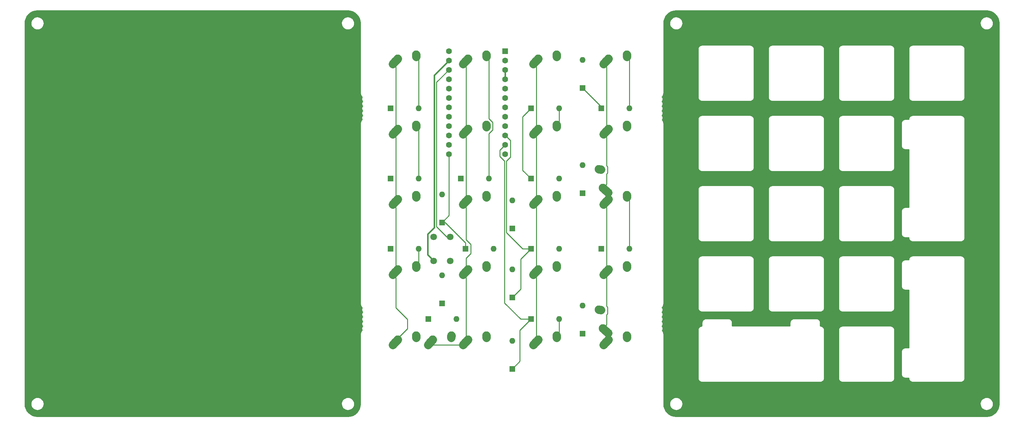
<source format=gtl>
G04 #@! TF.GenerationSoftware,KiCad,Pcbnew,(5.0.0)*
G04 #@! TF.CreationDate,2019-01-31T02:42:45-08:00*
G04 #@! TF.ProjectId,Soyuz,536F79757A2E6B696361645F70636200,rev?*
G04 #@! TF.SameCoordinates,Original*
G04 #@! TF.FileFunction,Copper,L1,Top,Signal*
G04 #@! TF.FilePolarity,Positive*
%FSLAX46Y46*%
G04 Gerber Fmt 4.6, Leading zero omitted, Abs format (unit mm)*
G04 Created by KiCad (PCBNEW (5.0.0)) date 01/31/19 02:42:45*
%MOMM*%
%LPD*%
G01*
G04 APERTURE LIST*
G04 #@! TA.AperFunction,Conductor*
%ADD10C,1.524000*%
G04 #@! TD*
G04 #@! TA.AperFunction,ComponentPad*
%ADD11O,1.600000X1.600000*%
G04 #@! TD*
G04 #@! TA.AperFunction,ComponentPad*
%ADD12R,1.600000X1.600000*%
G04 #@! TD*
G04 #@! TA.AperFunction,ComponentPad*
%ADD13C,1.600000*%
G04 #@! TD*
G04 #@! TA.AperFunction,ComponentPad*
%ADD14C,2.250000*%
G04 #@! TD*
G04 #@! TA.AperFunction,Conductor*
%ADD15C,2.250000*%
G04 #@! TD*
G04 #@! TA.AperFunction,ComponentPad*
%ADD16C,1.800000*%
G04 #@! TD*
G04 #@! TA.AperFunction,Conductor*
%ADD17C,0.250000*%
G04 #@! TD*
G04 #@! TA.AperFunction,Conductor*
%ADD18C,0.381000*%
G04 #@! TD*
G04 #@! TA.AperFunction,Conductor*
%ADD19C,0.254000*%
G04 #@! TD*
G04 APERTURE END LIST*
D10*
G04 #@! TO.N,GNDA*
G04 #@! TO.C,O1*
X24384000Y-79248000D03*
G04 #@! TO.N,Earth*
X183134000Y-87630000D03*
G04 #@! TD*
D11*
G04 #@! TO.P,D1,2*
G04 #@! TO.N,Net-(D1-Pad2)*
X42862500Y-49212500D03*
D12*
G04 #@! TO.P,D1,1*
G04 #@! TO.N,ROW0*
X35242500Y-49212500D03*
G04 #@! TD*
D11*
G04 #@! TO.P,D2,2*
G04 #@! TO.N,Net-(D2-Pad2)*
X61912500Y-68262500D03*
D12*
G04 #@! TO.P,D2,1*
G04 #@! TO.N,ROW0*
X54292500Y-68262500D03*
G04 #@! TD*
D11*
G04 #@! TO.P,D3,2*
G04 #@! TO.N,Net-(D3-Pad2)*
X87312500Y-36036250D03*
D12*
G04 #@! TO.P,D3,1*
G04 #@! TO.N,ROW0*
X87312500Y-43656250D03*
G04 #@! TD*
G04 #@! TO.P,D4,1*
G04 #@! TO.N,ROW0*
X92392500Y-49212500D03*
D11*
G04 #@! TO.P,D4,2*
G04 #@! TO.N,Net-(D4-Pad2)*
X100012500Y-49212500D03*
G04 #@! TD*
G04 #@! TO.P,D5,2*
G04 #@! TO.N,Net-(D5-Pad2)*
X42862500Y-68262500D03*
D12*
G04 #@! TO.P,D5,1*
G04 #@! TO.N,ROW1*
X35242500Y-68262500D03*
G04 #@! TD*
G04 #@! TO.P,D6,1*
G04 #@! TO.N,ROW1*
X73342500Y-68262500D03*
D11*
G04 #@! TO.P,D6,2*
G04 #@! TO.N,Net-(D6-Pad2)*
X80962500Y-68262500D03*
G04 #@! TD*
G04 #@! TO.P,D7,2*
G04 #@! TO.N,Net-(D7-Pad2)*
X80962500Y-49212500D03*
D12*
G04 #@! TO.P,D7,1*
G04 #@! TO.N,ROW1*
X73342500Y-49212500D03*
G04 #@! TD*
G04 #@! TO.P,D8,1*
G04 #@! TO.N,ROW1*
X87312500Y-72231250D03*
D11*
G04 #@! TO.P,D8,2*
G04 #@! TO.N,Net-(D8-Pad2)*
X87312500Y-64611250D03*
G04 #@! TD*
G04 #@! TO.P,D9,2*
G04 #@! TO.N,Net-(D9-Pad2)*
X49212500Y-72548750D03*
D12*
G04 #@! TO.P,D9,1*
G04 #@! TO.N,ROW2*
X49212500Y-80168750D03*
G04 #@! TD*
G04 #@! TO.P,D10,1*
G04 #@! TO.N,ROW2*
X68262500Y-81756250D03*
D11*
G04 #@! TO.P,D10,2*
G04 #@! TO.N,Net-(D10-Pad2)*
X68262500Y-74136250D03*
G04 #@! TD*
G04 #@! TO.P,D11,2*
G04 #@! TO.N,Net-(D11-Pad2)*
X63182500Y-87312500D03*
D12*
G04 #@! TO.P,D11,1*
G04 #@! TO.N,ROW2*
X55562500Y-87312500D03*
G04 #@! TD*
G04 #@! TO.P,D12,1*
G04 #@! TO.N,ROW2*
X92392500Y-87312500D03*
D11*
G04 #@! TO.P,D12,2*
G04 #@! TO.N,Net-(D12-Pad2)*
X100012500Y-87312500D03*
G04 #@! TD*
G04 #@! TO.P,D13,2*
G04 #@! TO.N,Net-(D13-Pad2)*
X42862500Y-87312500D03*
D12*
G04 #@! TO.P,D13,1*
G04 #@! TO.N,ROW3*
X35242500Y-87312500D03*
G04 #@! TD*
D11*
G04 #@! TO.P,D14,2*
G04 #@! TO.N,Net-(D14-Pad2)*
X49212500Y-94456250D03*
D12*
G04 #@! TO.P,D14,1*
G04 #@! TO.N,ROW3*
X49212500Y-102076250D03*
G04 #@! TD*
D11*
G04 #@! TO.P,D15,2*
G04 #@! TO.N,Net-(D15-Pad2)*
X68262500Y-92868750D03*
D12*
G04 #@! TO.P,D15,1*
G04 #@! TO.N,ROW3*
X68262500Y-100488750D03*
G04 #@! TD*
G04 #@! TO.P,D16,1*
G04 #@! TO.N,ROW3*
X73342500Y-87312500D03*
D11*
G04 #@! TO.P,D16,2*
G04 #@! TO.N,Net-(D16-Pad2)*
X80962500Y-87312500D03*
G04 #@! TD*
G04 #@! TO.P,D17,2*
G04 #@! TO.N,Net-(D17-Pad2)*
X53181250Y-106362500D03*
D12*
G04 #@! TO.P,D17,1*
G04 #@! TO.N,ROW4*
X45561250Y-106362500D03*
G04 #@! TD*
G04 #@! TO.P,D18,1*
G04 #@! TO.N,ROW4*
X68262500Y-119856250D03*
D11*
G04 #@! TO.P,D18,2*
G04 #@! TO.N,Net-(D18-Pad2)*
X68262500Y-112236250D03*
G04 #@! TD*
D12*
G04 #@! TO.P,D19,1*
G04 #@! TO.N,ROW4*
X73342500Y-106362500D03*
D11*
G04 #@! TO.P,D19,2*
G04 #@! TO.N,Net-(D19-Pad2)*
X80962500Y-106362500D03*
G04 #@! TD*
D12*
G04 #@! TO.P,D20,1*
G04 #@! TO.N,ROW4*
X87312500Y-110331250D03*
D11*
G04 #@! TO.P,D20,2*
G04 #@! TO.N,Net-(D20-Pad2)*
X87312500Y-102711250D03*
G04 #@! TD*
D12*
G04 #@! TO.P,U1,1*
G04 #@! TO.N,Net-(U1-Pad1)*
X66357500Y-33655000D03*
D13*
G04 #@! TO.P,U1,2*
G04 #@! TO.N,Net-(U1-Pad2)*
X66357500Y-36195000D03*
G04 #@! TO.P,U1,3*
G04 #@! TO.N,GND*
X66357500Y-38735000D03*
G04 #@! TO.P,U1,4*
X66357500Y-41275000D03*
G04 #@! TO.P,U1,5*
G04 #@! TO.N,Net-(U1-Pad5)*
X66357500Y-43815000D03*
G04 #@! TO.P,U1,6*
G04 #@! TO.N,Net-(U1-Pad6)*
X66357500Y-46355000D03*
G04 #@! TO.P,U1,7*
G04 #@! TO.N,ROW0*
X66357500Y-48895000D03*
G04 #@! TO.P,U1,8*
G04 #@! TO.N,ROW1*
X66357500Y-51435000D03*
G04 #@! TO.P,U1,9*
G04 #@! TO.N,COL2*
X66357500Y-53975000D03*
G04 #@! TO.P,U1,10*
G04 #@! TO.N,ROW3*
X66357500Y-56515000D03*
G04 #@! TO.P,U1,11*
G04 #@! TO.N,ROW4*
X66357500Y-59055000D03*
G04 #@! TO.P,U1,12*
G04 #@! TO.N,COL3*
X66357500Y-61595000D03*
G04 #@! TO.P,U1,13*
G04 #@! TO.N,ROW2*
X51117500Y-61595000D03*
G04 #@! TO.P,U1,14*
G04 #@! TO.N,Net-(U1-Pad14)*
X51117500Y-59055000D03*
G04 #@! TO.P,U1,15*
G04 #@! TO.N,COL1*
X51117500Y-56515000D03*
G04 #@! TO.P,U1,16*
G04 #@! TO.N,Net-(U1-Pad16)*
X51117500Y-53975000D03*
G04 #@! TO.P,U1,17*
G04 #@! TO.N,Net-(U1-Pad17)*
X51117500Y-51435000D03*
G04 #@! TO.P,U1,18*
G04 #@! TO.N,Net-(U1-Pad18)*
X51117500Y-48895000D03*
G04 #@! TO.P,U1,19*
G04 #@! TO.N,Net-(U1-Pad19)*
X51117500Y-46355000D03*
G04 #@! TO.P,U1,20*
G04 #@! TO.N,COL0*
X51117500Y-43815000D03*
G04 #@! TO.P,U1,21*
G04 #@! TO.N,Net-(U1-Pad21)*
X51117500Y-41275000D03*
G04 #@! TO.P,U1,22*
G04 #@! TO.N,Net-(SW1-Pad1)*
X51117500Y-38735000D03*
G04 #@! TO.P,U1,23*
G04 #@! TO.N,GND*
X51117500Y-36195000D03*
G04 #@! TO.P,U1,24*
G04 #@! TO.N,Net-(U1-Pad24)*
X51117500Y-33655000D03*
G04 #@! TD*
D14*
G04 #@! TO.P,MX1,2*
G04 #@! TO.N,Net-(D1-Pad2)*
X42207500Y-34897500D03*
D15*
G04 #@! TD*
G04 #@! TO.N,Net-(D1-Pad2)*
G04 #@! TO.C,MX1*
X42187500Y-35187500D02*
X42227500Y-34607500D01*
D14*
G04 #@! TO.P,MX1,2*
G04 #@! TO.N,Net-(D1-Pad2)*
X42227500Y-34607500D03*
G04 #@! TO.P,MX1,1*
G04 #@! TO.N,COL0*
X36532501Y-36417500D03*
D15*
G04 #@! TD*
G04 #@! TO.N,COL0*
G04 #@! TO.C,MX1*
X35877500Y-37147500D02*
X37187502Y-35687500D01*
D14*
G04 #@! TO.P,MX1,1*
G04 #@! TO.N,COL0*
X37187500Y-35687500D03*
G04 #@! TD*
G04 #@! TO.P,MX2,1*
G04 #@! TO.N,COL1*
X56237500Y-35687500D03*
X55582501Y-36417500D03*
D15*
G04 #@! TD*
G04 #@! TO.N,COL1*
G04 #@! TO.C,MX2*
X54927500Y-37147500D02*
X56237502Y-35687500D01*
D14*
G04 #@! TO.P,MX2,2*
G04 #@! TO.N,Net-(D2-Pad2)*
X61277500Y-34607500D03*
X61257500Y-34897500D03*
D15*
G04 #@! TD*
G04 #@! TO.N,Net-(D2-Pad2)*
G04 #@! TO.C,MX2*
X61237500Y-35187500D02*
X61277500Y-34607500D01*
D14*
G04 #@! TO.P,MX3,2*
G04 #@! TO.N,Net-(D3-Pad2)*
X80307500Y-34897500D03*
D15*
G04 #@! TD*
G04 #@! TO.N,Net-(D3-Pad2)*
G04 #@! TO.C,MX3*
X80287500Y-35187500D02*
X80327500Y-34607500D01*
D14*
G04 #@! TO.P,MX3,2*
G04 #@! TO.N,Net-(D3-Pad2)*
X80327500Y-34607500D03*
G04 #@! TO.P,MX3,1*
G04 #@! TO.N,COL2*
X74632501Y-36417500D03*
D15*
G04 #@! TD*
G04 #@! TO.N,COL2*
G04 #@! TO.C,MX3*
X73977500Y-37147500D02*
X75287502Y-35687500D01*
D14*
G04 #@! TO.P,MX3,1*
G04 #@! TO.N,COL2*
X75287500Y-35687500D03*
G04 #@! TD*
G04 #@! TO.P,MX4,1*
G04 #@! TO.N,COL3*
X94337500Y-35687500D03*
X93682501Y-36417500D03*
D15*
G04 #@! TD*
G04 #@! TO.N,COL3*
G04 #@! TO.C,MX4*
X93027500Y-37147500D02*
X94337502Y-35687500D01*
D14*
G04 #@! TO.P,MX4,2*
G04 #@! TO.N,Net-(D4-Pad2)*
X99377500Y-34607500D03*
X99357500Y-34897500D03*
D15*
G04 #@! TD*
G04 #@! TO.N,Net-(D4-Pad2)*
G04 #@! TO.C,MX4*
X99337500Y-35187500D02*
X99377500Y-34607500D01*
D14*
G04 #@! TO.P,MX5,2*
G04 #@! TO.N,Net-(D5-Pad2)*
X42207500Y-53947500D03*
D15*
G04 #@! TD*
G04 #@! TO.N,Net-(D5-Pad2)*
G04 #@! TO.C,MX5*
X42187500Y-54237500D02*
X42227500Y-53657500D01*
D14*
G04 #@! TO.P,MX5,2*
G04 #@! TO.N,Net-(D5-Pad2)*
X42227500Y-53657500D03*
G04 #@! TO.P,MX5,1*
G04 #@! TO.N,COL0*
X36532501Y-55467500D03*
D15*
G04 #@! TD*
G04 #@! TO.N,COL0*
G04 #@! TO.C,MX5*
X35877500Y-56197500D02*
X37187502Y-54737500D01*
D14*
G04 #@! TO.P,MX5,1*
G04 #@! TO.N,COL0*
X37187500Y-54737500D03*
G04 #@! TD*
G04 #@! TO.P,MX6,1*
G04 #@! TO.N,COL1*
X56237500Y-54737500D03*
X55582501Y-55467500D03*
D15*
G04 #@! TD*
G04 #@! TO.N,COL1*
G04 #@! TO.C,MX6*
X54927500Y-56197500D02*
X56237502Y-54737500D01*
D14*
G04 #@! TO.P,MX6,2*
G04 #@! TO.N,Net-(D6-Pad2)*
X61277500Y-53657500D03*
X61257500Y-53947500D03*
D15*
G04 #@! TD*
G04 #@! TO.N,Net-(D6-Pad2)*
G04 #@! TO.C,MX6*
X61237500Y-54237500D02*
X61277500Y-53657500D01*
D14*
G04 #@! TO.P,MX7,2*
G04 #@! TO.N,Net-(D7-Pad2)*
X80307500Y-53947500D03*
D15*
G04 #@! TD*
G04 #@! TO.N,Net-(D7-Pad2)*
G04 #@! TO.C,MX7*
X80287500Y-54237500D02*
X80327500Y-53657500D01*
D14*
G04 #@! TO.P,MX7,2*
G04 #@! TO.N,Net-(D7-Pad2)*
X80327500Y-53657500D03*
G04 #@! TO.P,MX7,1*
G04 #@! TO.N,COL2*
X74632501Y-55467500D03*
D15*
G04 #@! TD*
G04 #@! TO.N,COL2*
G04 #@! TO.C,MX7*
X73977500Y-56197500D02*
X75287502Y-54737500D01*
D14*
G04 #@! TO.P,MX7,1*
G04 #@! TO.N,COL2*
X75287500Y-54737500D03*
G04 #@! TD*
G04 #@! TO.P,MX8,2*
G04 #@! TO.N,Net-(D8-Pad2)*
X99357500Y-53947500D03*
D15*
G04 #@! TD*
G04 #@! TO.N,Net-(D8-Pad2)*
G04 #@! TO.C,MX8*
X99337500Y-54237500D02*
X99377500Y-53657500D01*
D14*
G04 #@! TO.P,MX8,2*
G04 #@! TO.N,Net-(D8-Pad2)*
X99377500Y-53657500D03*
G04 #@! TO.P,MX8,1*
G04 #@! TO.N,COL3*
X93682501Y-55467500D03*
D15*
G04 #@! TD*
G04 #@! TO.N,COL3*
G04 #@! TO.C,MX8*
X93027500Y-56197500D02*
X94337502Y-54737500D01*
D14*
G04 #@! TO.P,MX8,1*
G04 #@! TO.N,COL3*
X94337500Y-54737500D03*
G04 #@! TD*
G04 #@! TO.P,MX9,2*
G04 #@! TO.N,Net-(D12-Pad2)*
X92047500Y-65742500D03*
D15*
G04 #@! TD*
G04 #@! TO.N,Net-(D12-Pad2)*
G04 #@! TO.C,MX9*
X92337500Y-65762500D02*
X91757500Y-65722500D01*
D14*
G04 #@! TO.P,MX9,2*
G04 #@! TO.N,Net-(D12-Pad2)*
X91757500Y-65722500D03*
G04 #@! TO.P,MX9,1*
G04 #@! TO.N,COL3*
X93567500Y-71417499D03*
D15*
G04 #@! TD*
G04 #@! TO.N,COL3*
G04 #@! TO.C,MX9*
X94297500Y-72072500D02*
X92837500Y-70762498D01*
D14*
G04 #@! TO.P,MX9,1*
G04 #@! TO.N,COL3*
X92837500Y-70762500D03*
G04 #@! TD*
G04 #@! TO.P,MX10,1*
G04 #@! TO.N,COL0*
X37187500Y-73787500D03*
X36532501Y-74517500D03*
D15*
G04 #@! TD*
G04 #@! TO.N,COL0*
G04 #@! TO.C,MX10*
X35877500Y-75247500D02*
X37187502Y-73787500D01*
D14*
G04 #@! TO.P,MX10,2*
G04 #@! TO.N,Net-(D9-Pad2)*
X42227500Y-72707500D03*
X42207500Y-72997500D03*
D15*
G04 #@! TD*
G04 #@! TO.N,Net-(D9-Pad2)*
G04 #@! TO.C,MX10*
X42187500Y-73287500D02*
X42227500Y-72707500D01*
D14*
G04 #@! TO.P,MX11,1*
G04 #@! TO.N,COL1*
X56237500Y-73787500D03*
X55582501Y-74517500D03*
D15*
G04 #@! TD*
G04 #@! TO.N,COL1*
G04 #@! TO.C,MX11*
X54927500Y-75247500D02*
X56237502Y-73787500D01*
D14*
G04 #@! TO.P,MX11,2*
G04 #@! TO.N,Net-(D10-Pad2)*
X61277500Y-72707500D03*
X61257500Y-72997500D03*
D15*
G04 #@! TD*
G04 #@! TO.N,Net-(D10-Pad2)*
G04 #@! TO.C,MX11*
X61237500Y-73287500D02*
X61277500Y-72707500D01*
D14*
G04 #@! TO.P,MX12,1*
G04 #@! TO.N,COL2*
X75287500Y-73787500D03*
X74632501Y-74517500D03*
D15*
G04 #@! TD*
G04 #@! TO.N,COL2*
G04 #@! TO.C,MX12*
X73977500Y-75247500D02*
X75287502Y-73787500D01*
D14*
G04 #@! TO.P,MX12,2*
G04 #@! TO.N,Net-(D11-Pad2)*
X80327500Y-72707500D03*
X80307500Y-72997500D03*
D15*
G04 #@! TD*
G04 #@! TO.N,Net-(D11-Pad2)*
G04 #@! TO.C,MX12*
X80287500Y-73287500D02*
X80327500Y-72707500D01*
D14*
G04 #@! TO.P,MX13,2*
G04 #@! TO.N,Net-(D12-Pad2)*
X99357500Y-72997500D03*
D15*
G04 #@! TD*
G04 #@! TO.N,Net-(D12-Pad2)*
G04 #@! TO.C,MX13*
X99337500Y-73287500D02*
X99377500Y-72707500D01*
D14*
G04 #@! TO.P,MX13,2*
G04 #@! TO.N,Net-(D12-Pad2)*
X99377500Y-72707500D03*
G04 #@! TO.P,MX13,1*
G04 #@! TO.N,COL3*
X93682501Y-74517500D03*
D15*
G04 #@! TD*
G04 #@! TO.N,COL3*
G04 #@! TO.C,MX13*
X93027500Y-75247500D02*
X94337502Y-73787500D01*
D14*
G04 #@! TO.P,MX13,1*
G04 #@! TO.N,COL3*
X94337500Y-73787500D03*
G04 #@! TD*
G04 #@! TO.P,MX14,2*
G04 #@! TO.N,Net-(D13-Pad2)*
X42207500Y-92047500D03*
D15*
G04 #@! TD*
G04 #@! TO.N,Net-(D13-Pad2)*
G04 #@! TO.C,MX14*
X42187500Y-92337500D02*
X42227500Y-91757500D01*
D14*
G04 #@! TO.P,MX14,2*
G04 #@! TO.N,Net-(D13-Pad2)*
X42227500Y-91757500D03*
G04 #@! TO.P,MX14,1*
G04 #@! TO.N,COL0*
X36532501Y-93567500D03*
D15*
G04 #@! TD*
G04 #@! TO.N,COL0*
G04 #@! TO.C,MX14*
X35877500Y-94297500D02*
X37187502Y-92837500D01*
D14*
G04 #@! TO.P,MX14,1*
G04 #@! TO.N,COL0*
X37187500Y-92837500D03*
G04 #@! TD*
G04 #@! TO.P,MX15,1*
G04 #@! TO.N,COL1*
X56237500Y-92837500D03*
X55582501Y-93567500D03*
D15*
G04 #@! TD*
G04 #@! TO.N,COL1*
G04 #@! TO.C,MX15*
X54927500Y-94297500D02*
X56237502Y-92837500D01*
D14*
G04 #@! TO.P,MX15,2*
G04 #@! TO.N,Net-(D14-Pad2)*
X61277500Y-91757500D03*
X61257500Y-92047500D03*
D15*
G04 #@! TD*
G04 #@! TO.N,Net-(D14-Pad2)*
G04 #@! TO.C,MX15*
X61237500Y-92337500D02*
X61277500Y-91757500D01*
D14*
G04 #@! TO.P,MX16,2*
G04 #@! TO.N,Net-(D15-Pad2)*
X80307500Y-92047500D03*
D15*
G04 #@! TD*
G04 #@! TO.N,Net-(D15-Pad2)*
G04 #@! TO.C,MX16*
X80287500Y-92337500D02*
X80327500Y-91757500D01*
D14*
G04 #@! TO.P,MX16,2*
G04 #@! TO.N,Net-(D15-Pad2)*
X80327500Y-91757500D03*
G04 #@! TO.P,MX16,1*
G04 #@! TO.N,COL2*
X74632501Y-93567500D03*
D15*
G04 #@! TD*
G04 #@! TO.N,COL2*
G04 #@! TO.C,MX16*
X73977500Y-94297500D02*
X75287502Y-92837500D01*
D14*
G04 #@! TO.P,MX16,1*
G04 #@! TO.N,COL2*
X75287500Y-92837500D03*
G04 #@! TD*
G04 #@! TO.P,MX17,1*
G04 #@! TO.N,COL3*
X94337500Y-92837500D03*
X93682501Y-93567500D03*
D15*
G04 #@! TD*
G04 #@! TO.N,COL3*
G04 #@! TO.C,MX17*
X93027500Y-94297500D02*
X94337502Y-92837500D01*
D14*
G04 #@! TO.P,MX17,2*
G04 #@! TO.N,Net-(D16-Pad2)*
X99377500Y-91757500D03*
X99357500Y-92047500D03*
D15*
G04 #@! TD*
G04 #@! TO.N,Net-(D16-Pad2)*
G04 #@! TO.C,MX17*
X99337500Y-92337500D02*
X99377500Y-91757500D01*
D14*
G04 #@! TO.P,MX18,1*
G04 #@! TO.N,COL3*
X92837500Y-108862500D03*
X93567500Y-109517499D03*
D15*
G04 #@! TD*
G04 #@! TO.N,COL3*
G04 #@! TO.C,MX18*
X94297500Y-110172500D02*
X92837500Y-108862498D01*
D14*
G04 #@! TO.P,MX18,2*
G04 #@! TO.N,Net-(D20-Pad2)*
X91757500Y-103822500D03*
X92047500Y-103842500D03*
D15*
G04 #@! TD*
G04 #@! TO.N,Net-(D20-Pad2)*
G04 #@! TO.C,MX18*
X92337500Y-103862500D02*
X91757500Y-103822500D01*
D14*
G04 #@! TO.P,MX19,2*
G04 #@! TO.N,Net-(D17-Pad2)*
X42207500Y-111097500D03*
D15*
G04 #@! TD*
G04 #@! TO.N,Net-(D17-Pad2)*
G04 #@! TO.C,MX19*
X42187500Y-111387500D02*
X42227500Y-110807500D01*
D14*
G04 #@! TO.P,MX19,2*
G04 #@! TO.N,Net-(D17-Pad2)*
X42227500Y-110807500D03*
G04 #@! TO.P,MX19,1*
G04 #@! TO.N,COL0*
X36532501Y-112617500D03*
D15*
G04 #@! TD*
G04 #@! TO.N,COL0*
G04 #@! TO.C,MX19*
X35877500Y-113347500D02*
X37187502Y-111887500D01*
D14*
G04 #@! TO.P,MX19,1*
G04 #@! TO.N,COL0*
X37187500Y-111887500D03*
G04 #@! TD*
G04 #@! TO.P,MX20,1*
G04 #@! TO.N,COL1*
X56237500Y-111887500D03*
X55582501Y-112617500D03*
D15*
G04 #@! TD*
G04 #@! TO.N,COL1*
G04 #@! TO.C,MX20*
X54927500Y-113347500D02*
X56237502Y-111887500D01*
D14*
G04 #@! TO.P,MX20,2*
G04 #@! TO.N,Net-(D18-Pad2)*
X61277500Y-110807500D03*
X61257500Y-111097500D03*
D15*
G04 #@! TD*
G04 #@! TO.N,Net-(D18-Pad2)*
G04 #@! TO.C,MX20*
X61237500Y-111387500D02*
X61277500Y-110807500D01*
D14*
G04 #@! TO.P,MX21,2*
G04 #@! TO.N,Net-(D19-Pad2)*
X80307500Y-111097500D03*
D15*
G04 #@! TD*
G04 #@! TO.N,Net-(D19-Pad2)*
G04 #@! TO.C,MX21*
X80287500Y-111387500D02*
X80327500Y-110807500D01*
D14*
G04 #@! TO.P,MX21,2*
G04 #@! TO.N,Net-(D19-Pad2)*
X80327500Y-110807500D03*
G04 #@! TO.P,MX21,1*
G04 #@! TO.N,COL2*
X74632501Y-112617500D03*
D15*
G04 #@! TD*
G04 #@! TO.N,COL2*
G04 #@! TO.C,MX21*
X73977500Y-113347500D02*
X75287502Y-111887500D01*
D14*
G04 #@! TO.P,MX21,1*
G04 #@! TO.N,COL2*
X75287500Y-111887500D03*
G04 #@! TD*
G04 #@! TO.P,MX22,1*
G04 #@! TO.N,COL3*
X94337500Y-111887500D03*
X93682501Y-112617500D03*
D15*
G04 #@! TD*
G04 #@! TO.N,COL3*
G04 #@! TO.C,MX22*
X93027500Y-113347500D02*
X94337502Y-111887500D01*
D14*
G04 #@! TO.P,MX22,2*
G04 #@! TO.N,Net-(D20-Pad2)*
X99377500Y-110807500D03*
X99357500Y-111097500D03*
D15*
G04 #@! TD*
G04 #@! TO.N,Net-(D20-Pad2)*
G04 #@! TO.C,MX22*
X99337500Y-111387500D02*
X99377500Y-110807500D01*
D14*
G04 #@! TO.P,MX23,2*
G04 #@! TO.N,Net-(D18-Pad2)*
X51732500Y-111097500D03*
D15*
G04 #@! TD*
G04 #@! TO.N,Net-(D18-Pad2)*
G04 #@! TO.C,MX23*
X51712500Y-111387500D02*
X51752500Y-110807500D01*
D14*
G04 #@! TO.P,MX23,2*
G04 #@! TO.N,Net-(D18-Pad2)*
X51752500Y-110807500D03*
G04 #@! TO.P,MX23,1*
G04 #@! TO.N,COL1*
X46057501Y-112617500D03*
D15*
G04 #@! TD*
G04 #@! TO.N,COL1*
G04 #@! TO.C,MX23*
X45402500Y-113347500D02*
X46712502Y-111887500D01*
D14*
G04 #@! TO.P,MX23,1*
G04 #@! TO.N,COL1*
X46712500Y-111887500D03*
G04 #@! TD*
D16*
G04 #@! TO.P,SW1,1*
G04 #@! TO.N,Net-(SW1-Pad1)*
X51462500Y-84062500D03*
G04 #@! TO.P,SW1,2*
G04 #@! TO.N,GND*
X46962500Y-90562500D03*
G04 #@! TO.P,SW1,3*
G04 #@! TO.N,N/C*
X46962500Y-84062500D03*
G04 #@! TO.P,SW1,4*
X51462500Y-90562500D03*
G04 #@! TD*
D17*
G04 #@! TO.N,Net-(D1-Pad2)*
X42862500Y-35242500D02*
X42227500Y-34607500D01*
X42862500Y-49212500D02*
X42862500Y-35242500D01*
G04 #@! TO.N,Net-(D2-Pad2)*
X61912500Y-68262500D02*
X61912500Y-56070500D01*
X61912500Y-56070500D02*
X62992000Y-54991000D01*
X62992000Y-54991000D02*
X62992000Y-52959000D01*
X62992000Y-52959000D02*
X61976000Y-51943000D01*
X61976000Y-35306000D02*
X61277500Y-34607500D01*
X61976000Y-51943000D02*
X61976000Y-35306000D01*
G04 #@! TO.N,Net-(D4-Pad2)*
X100012500Y-35862500D02*
X99337500Y-35187500D01*
X100012500Y-49212500D02*
X100012500Y-35862500D01*
G04 #@! TO.N,Net-(D5-Pad2)*
X42862500Y-54292500D02*
X42227500Y-53657500D01*
X42862500Y-68262500D02*
X42862500Y-54292500D01*
G04 #@! TO.N,Net-(D7-Pad2)*
X80962500Y-53022500D02*
X80327500Y-53657500D01*
X80962500Y-49212500D02*
X80962500Y-53022500D01*
G04 #@! TO.N,Net-(D12-Pad2)*
X100012500Y-73962500D02*
X99337500Y-73287500D01*
X100012500Y-87312500D02*
X100012500Y-73962500D01*
G04 #@! TO.N,Net-(D13-Pad2)*
X42862500Y-91122500D02*
X42227500Y-91757500D01*
X42862500Y-87312500D02*
X42862500Y-91122500D01*
G04 #@! TO.N,Net-(D19-Pad2)*
X80962500Y-110172500D02*
X80327500Y-110807500D01*
X80962500Y-106362500D02*
X80962500Y-110172500D01*
G04 #@! TO.N,Net-(SW1-Pad1)*
X51462500Y-84062500D02*
X50534500Y-84062500D01*
X50534500Y-84062500D02*
X47752000Y-81280000D01*
X47752000Y-42100500D02*
X51117500Y-38735000D01*
X47752000Y-81280000D02*
X47752000Y-42100500D01*
D18*
G04 #@! TO.N,GND*
X66357500Y-38735000D02*
X66357500Y-41275000D01*
X46962500Y-90562500D02*
X46962500Y-90523500D01*
X46962500Y-90523500D02*
X45339000Y-88900000D01*
X45339000Y-88900000D02*
X45339000Y-83312000D01*
X45339000Y-83312000D02*
X47117000Y-81534000D01*
X47117000Y-40195500D02*
X51117500Y-36195000D01*
X47117000Y-81534000D02*
X47117000Y-40195500D01*
D17*
G04 #@! TO.N,ROW0*
X92392500Y-48736250D02*
X87312500Y-43656250D01*
X92392500Y-49212500D02*
X92392500Y-48736250D01*
G04 #@! TO.N,ROW1*
X71120000Y-66040000D02*
X73342500Y-68262500D01*
X73342500Y-49212500D02*
X71120000Y-51435000D01*
X71120000Y-51435000D02*
X71120000Y-66040000D01*
G04 #@! TO.N,ROW2*
X49212500Y-80168750D02*
X50069750Y-80168750D01*
X55562500Y-85661500D02*
X55562500Y-87312500D01*
X50069750Y-80168750D02*
X55562500Y-85661500D01*
X51117500Y-78263750D02*
X49212500Y-80168750D01*
X51117500Y-61595000D02*
X51117500Y-78263750D01*
G04 #@! TO.N,ROW3*
X68262500Y-100488750D02*
X68294250Y-100488750D01*
X68294250Y-100488750D02*
X70612000Y-98171000D01*
X70612000Y-90043000D02*
X73342500Y-87312500D01*
X70612000Y-98171000D02*
X70612000Y-90043000D01*
X66421000Y-56515000D02*
X66357500Y-56515000D01*
X73342500Y-87312500D02*
X71120000Y-87312500D01*
X71120000Y-87312500D02*
X66675000Y-82867500D01*
X66675000Y-82867500D02*
X66675000Y-63500000D01*
X66675000Y-63500000D02*
X67818000Y-62357000D01*
X67818000Y-62357000D02*
X67818000Y-57912000D01*
X67818000Y-57912000D02*
X66421000Y-56515000D01*
G04 #@! TO.N,ROW4*
X70358000Y-117760750D02*
X68262500Y-119856250D01*
X73342500Y-106362500D02*
X70358000Y-109347000D01*
X70358000Y-109347000D02*
X70358000Y-117760750D01*
X70739000Y-106362500D02*
X73342500Y-106362500D01*
X64897000Y-60515500D02*
X64897000Y-62230000D01*
X64897000Y-62230000D02*
X66167000Y-63500000D01*
X66167000Y-63500000D02*
X66167000Y-101981000D01*
X66167000Y-101981000D02*
X70548500Y-106362500D01*
X66357500Y-59055000D02*
X64897000Y-60515500D01*
X70548500Y-106362500D02*
X70739000Y-106362500D01*
G04 #@! TO.N,COL0*
X36703000Y-76073000D02*
X35877500Y-75247500D01*
X35877500Y-94297500D02*
X36703000Y-93472000D01*
X36703000Y-93472000D02*
X36703000Y-76073000D01*
X36703000Y-54253000D02*
X37187500Y-54737500D01*
X36703000Y-37973000D02*
X36703000Y-54253000D01*
X35877500Y-37147500D02*
X36703000Y-37973000D01*
X36703000Y-74422000D02*
X35877500Y-75247500D01*
X36703000Y-57023000D02*
X36703000Y-74422000D01*
X35877500Y-56197500D02*
X36703000Y-57023000D01*
X36703000Y-95123000D02*
X35877500Y-94297500D01*
X36703000Y-103251000D02*
X36703000Y-95123000D01*
X39878000Y-106426000D02*
X36703000Y-103251000D01*
X39878000Y-108966000D02*
X39878000Y-106426000D01*
X35877500Y-113347500D02*
X35877500Y-112966500D01*
X35877500Y-112966500D02*
X39878000Y-108966000D01*
G04 #@! TO.N,COL1*
X55753000Y-37973000D02*
X54927500Y-37147500D01*
X54927500Y-56197500D02*
X55753000Y-55372000D01*
X55753000Y-55372000D02*
X55753000Y-37973000D01*
X55753000Y-57023000D02*
X54927500Y-56197500D01*
X54927500Y-75247500D02*
X55753000Y-74422000D01*
X55753000Y-74422000D02*
X55753000Y-57023000D01*
X55753000Y-76073000D02*
X54927500Y-75247500D01*
X56237500Y-92837500D02*
X55753000Y-92353000D01*
X55753000Y-92353000D02*
X55753000Y-89789000D01*
X55753000Y-89789000D02*
X57023000Y-88519000D01*
X57023000Y-88519000D02*
X57023000Y-86106000D01*
X57023000Y-86106000D02*
X55753000Y-84836000D01*
X55753000Y-84836000D02*
X55753000Y-76073000D01*
X45402500Y-113347500D02*
X54927500Y-113347500D01*
X55753000Y-95123000D02*
X54927500Y-94297500D01*
X54927500Y-113347500D02*
X55753000Y-112522000D01*
X55753000Y-112522000D02*
X55753000Y-95123000D01*
G04 #@! TO.N,COL2*
X73977500Y-56197500D02*
X74803000Y-55372000D01*
X74803000Y-37973000D02*
X73977500Y-37147500D01*
X74803000Y-55372000D02*
X74803000Y-37973000D01*
X74803000Y-57023000D02*
X73977500Y-56197500D01*
X73977500Y-75247500D02*
X74803000Y-74422000D01*
X74803000Y-74422000D02*
X74803000Y-57023000D01*
X74803000Y-76073000D02*
X73977500Y-75247500D01*
X73977500Y-94297500D02*
X74803000Y-93472000D01*
X74803000Y-93472000D02*
X74803000Y-76073000D01*
X74803000Y-95123000D02*
X73977500Y-94297500D01*
X73977500Y-113347500D02*
X74803000Y-112522000D01*
X74803000Y-112522000D02*
X74803000Y-95123000D01*
G04 #@! TO.N,COL3*
X93853000Y-37973000D02*
X93027500Y-37147500D01*
X93027500Y-56197500D02*
X93853000Y-55372000D01*
X93853000Y-55372000D02*
X93853000Y-37973000D01*
X93853000Y-57023000D02*
X93027500Y-56197500D01*
X93853000Y-69747000D02*
X93853000Y-66929000D01*
X92837500Y-70762500D02*
X93853000Y-69747000D01*
X93853000Y-66929000D02*
X94107000Y-66675000D01*
X94107000Y-66675000D02*
X94107000Y-65024000D01*
X94107000Y-65024000D02*
X93853000Y-64770000D01*
X93853000Y-64770000D02*
X93853000Y-57023000D01*
X94297500Y-73977500D02*
X93027500Y-75247500D01*
X94297500Y-72072500D02*
X94297500Y-73977500D01*
X93853000Y-76073000D02*
X93027500Y-75247500D01*
X93027500Y-94297500D02*
X93853000Y-93472000D01*
X93853000Y-93472000D02*
X93853000Y-76073000D01*
X93853000Y-96647000D02*
X93853000Y-102870000D01*
X93853000Y-102870000D02*
X94107000Y-103124000D01*
X94107000Y-103124000D02*
X94107000Y-104902000D01*
X94107000Y-104902000D02*
X93853000Y-105156000D01*
X93853000Y-107847000D02*
X92837500Y-108862500D01*
X93853000Y-105156000D02*
X93853000Y-107847000D01*
X94297500Y-112077500D02*
X93027500Y-113347500D01*
X94297500Y-110172500D02*
X94297500Y-112077500D01*
X93853000Y-93322000D02*
X94337500Y-92837500D01*
X93853000Y-96647000D02*
X93853000Y-93322000D01*
G04 #@! TD*
D19*
G04 #@! TO.N,Earth*
G36*
X197572275Y-22775459D02*
X198205480Y-22966635D01*
X198789489Y-23277158D01*
X199302064Y-23695204D01*
X199723678Y-24204848D01*
X200038273Y-24786679D01*
X200233863Y-25418529D01*
X200306000Y-26104860D01*
X200306001Y-129320257D01*
X200238540Y-130008276D01*
X200047365Y-130641480D01*
X199736840Y-131225490D01*
X199318794Y-131738067D01*
X198809152Y-132159678D01*
X198227322Y-132474273D01*
X197595470Y-132669864D01*
X196909140Y-132742000D01*
X112743733Y-132742000D01*
X112055724Y-132674540D01*
X111422520Y-132483365D01*
X110838510Y-132172840D01*
X110325933Y-131754794D01*
X109904322Y-131245152D01*
X109589727Y-130663322D01*
X109394136Y-130031470D01*
X109325121Y-129374825D01*
X110936173Y-129374825D01*
X110974854Y-129719667D01*
X111079777Y-130050429D01*
X111246948Y-130354511D01*
X111469999Y-130620332D01*
X111740433Y-130837767D01*
X112047949Y-130998533D01*
X112380836Y-131096507D01*
X112726413Y-131127957D01*
X113071517Y-131091685D01*
X113403003Y-130989073D01*
X113708245Y-130824029D01*
X113975617Y-130602840D01*
X114194934Y-130333930D01*
X114357843Y-130027543D01*
X114458138Y-129695349D01*
X114489565Y-129374825D01*
X195136173Y-129374825D01*
X195174854Y-129719667D01*
X195279777Y-130050429D01*
X195446948Y-130354511D01*
X195669999Y-130620332D01*
X195940433Y-130837767D01*
X196247949Y-130998533D01*
X196580836Y-131096507D01*
X196926413Y-131127957D01*
X197271517Y-131091685D01*
X197603003Y-130989073D01*
X197908245Y-130824029D01*
X198175617Y-130602840D01*
X198394934Y-130333930D01*
X198557843Y-130027543D01*
X198658138Y-129695349D01*
X198692000Y-129350000D01*
X198691307Y-129300355D01*
X198647816Y-128956087D01*
X198538284Y-128626822D01*
X198366884Y-128325103D01*
X198140144Y-128062422D01*
X197866700Y-127848785D01*
X197556968Y-127692328D01*
X197222746Y-127599012D01*
X196876764Y-127572390D01*
X196532201Y-127613477D01*
X196202179Y-127720707D01*
X195899271Y-127889997D01*
X195635014Y-128114897D01*
X195419473Y-128386843D01*
X195260857Y-128695475D01*
X195165210Y-129029037D01*
X195136173Y-129374825D01*
X114489565Y-129374825D01*
X114492000Y-129350000D01*
X114491307Y-129300355D01*
X114447816Y-128956087D01*
X114338284Y-128626822D01*
X114166884Y-128325103D01*
X113940144Y-128062422D01*
X113666700Y-127848785D01*
X113356968Y-127692328D01*
X113022746Y-127599012D01*
X112676764Y-127572390D01*
X112332201Y-127613477D01*
X112002179Y-127720707D01*
X111699271Y-127889997D01*
X111435014Y-128114897D01*
X111219473Y-128386843D01*
X111060857Y-128695475D01*
X110965210Y-129029037D01*
X110936173Y-129374825D01*
X109325121Y-129374825D01*
X109322000Y-129345140D01*
X109322000Y-110445139D01*
X109319431Y-110419057D01*
X109319474Y-110412912D01*
X109318645Y-110404464D01*
X109298244Y-110210367D01*
X109287164Y-110156390D01*
X109276838Y-110102259D01*
X109274385Y-110094136D01*
X109274384Y-110094130D01*
X109274382Y-110094124D01*
X109216672Y-109907694D01*
X109195315Y-109856886D01*
X109174675Y-109805801D01*
X109170690Y-109798305D01*
X109077865Y-109626628D01*
X109047048Y-109580939D01*
X109016875Y-109534831D01*
X109011509Y-109528252D01*
X108933421Y-109433861D01*
X109003076Y-109329615D01*
X109017356Y-109295140D01*
X118631000Y-109295140D01*
X118631001Y-122354861D01*
X118633535Y-122380589D01*
X118633514Y-122383595D01*
X118634343Y-122392043D01*
X118639432Y-122440464D01*
X118639799Y-122444189D01*
X118639837Y-122444313D01*
X118644543Y-122489092D01*
X118655624Y-122543075D01*
X118665949Y-122597202D01*
X118668400Y-122605319D01*
X118668402Y-122605329D01*
X118668406Y-122605338D01*
X118697259Y-122698548D01*
X118718601Y-122749319D01*
X118739257Y-122800445D01*
X118743243Y-122807940D01*
X118789656Y-122893778D01*
X118820482Y-122939480D01*
X118850644Y-122985572D01*
X118856006Y-122992146D01*
X118856010Y-122992152D01*
X118856015Y-122992157D01*
X118918212Y-123067340D01*
X118957317Y-123106174D01*
X118995864Y-123145537D01*
X119002405Y-123150948D01*
X119002409Y-123150952D01*
X119002414Y-123150955D01*
X119078026Y-123212624D01*
X119123943Y-123243132D01*
X119169401Y-123274257D01*
X119176857Y-123278289D01*
X119176860Y-123278291D01*
X119176863Y-123278292D01*
X119176868Y-123278295D01*
X119263029Y-123324107D01*
X119313985Y-123345109D01*
X119364622Y-123366812D01*
X119372732Y-123369322D01*
X119372736Y-123369324D01*
X119372741Y-123369325D01*
X119466149Y-123397527D01*
X119520194Y-123408229D01*
X119574112Y-123419689D01*
X119582555Y-123420577D01*
X119679672Y-123430099D01*
X119679685Y-123430099D01*
X119709139Y-123433000D01*
X151818861Y-123433000D01*
X151844599Y-123430465D01*
X151847595Y-123430486D01*
X151856043Y-123429657D01*
X151904313Y-123424584D01*
X151908189Y-123424202D01*
X151908318Y-123424163D01*
X151953092Y-123419457D01*
X152007075Y-123408376D01*
X152061202Y-123398051D01*
X152069319Y-123395600D01*
X152069329Y-123395598D01*
X152069338Y-123395594D01*
X152162548Y-123366741D01*
X152213319Y-123345399D01*
X152264445Y-123324743D01*
X152271933Y-123320761D01*
X152271937Y-123320759D01*
X152271940Y-123320757D01*
X152357778Y-123274344D01*
X152403480Y-123243518D01*
X152449572Y-123213356D01*
X152456149Y-123207992D01*
X152456152Y-123207990D01*
X152456157Y-123207985D01*
X152531340Y-123145788D01*
X152570174Y-123106683D01*
X152609537Y-123068136D01*
X152614948Y-123061595D01*
X152614952Y-123061591D01*
X152614955Y-123061586D01*
X152676624Y-122985974D01*
X152707132Y-122940057D01*
X152738257Y-122894599D01*
X152742295Y-122887132D01*
X152788107Y-122800971D01*
X152809109Y-122750015D01*
X152830812Y-122699378D01*
X152833322Y-122691269D01*
X152861527Y-122597851D01*
X152872229Y-122543806D01*
X152883689Y-122489888D01*
X152884577Y-122481445D01*
X152894099Y-122384328D01*
X152894099Y-122384315D01*
X152897000Y-122354861D01*
X152897000Y-109295140D01*
X156731000Y-109295140D01*
X156731001Y-122354861D01*
X156733535Y-122380589D01*
X156733514Y-122383595D01*
X156734343Y-122392043D01*
X156739432Y-122440464D01*
X156739799Y-122444189D01*
X156739837Y-122444313D01*
X156744543Y-122489092D01*
X156755624Y-122543075D01*
X156765949Y-122597202D01*
X156768400Y-122605319D01*
X156768402Y-122605329D01*
X156768406Y-122605338D01*
X156797259Y-122698548D01*
X156818601Y-122749319D01*
X156839257Y-122800445D01*
X156843243Y-122807940D01*
X156889656Y-122893778D01*
X156920482Y-122939480D01*
X156950644Y-122985572D01*
X156956006Y-122992146D01*
X156956010Y-122992152D01*
X156956015Y-122992157D01*
X157018212Y-123067340D01*
X157057317Y-123106174D01*
X157095864Y-123145537D01*
X157102405Y-123150948D01*
X157102409Y-123150952D01*
X157102414Y-123150955D01*
X157178026Y-123212624D01*
X157223943Y-123243132D01*
X157269401Y-123274257D01*
X157276857Y-123278289D01*
X157276860Y-123278291D01*
X157276863Y-123278292D01*
X157276868Y-123278295D01*
X157363029Y-123324107D01*
X157413985Y-123345109D01*
X157464622Y-123366812D01*
X157472732Y-123369322D01*
X157472736Y-123369324D01*
X157472741Y-123369325D01*
X157566149Y-123397527D01*
X157620194Y-123408229D01*
X157674112Y-123419689D01*
X157682555Y-123420577D01*
X157779672Y-123430099D01*
X157779685Y-123430099D01*
X157809139Y-123433000D01*
X170868861Y-123433000D01*
X170894599Y-123430465D01*
X170897595Y-123430486D01*
X170906043Y-123429657D01*
X170954313Y-123424584D01*
X170958189Y-123424202D01*
X170958318Y-123424163D01*
X171003092Y-123419457D01*
X171057075Y-123408376D01*
X171111202Y-123398051D01*
X171119319Y-123395600D01*
X171119329Y-123395598D01*
X171119338Y-123395594D01*
X171212548Y-123366741D01*
X171263319Y-123345399D01*
X171314445Y-123324743D01*
X171321933Y-123320761D01*
X171321937Y-123320759D01*
X171321940Y-123320757D01*
X171407778Y-123274344D01*
X171453480Y-123243518D01*
X171499572Y-123213356D01*
X171506149Y-123207992D01*
X171506152Y-123207990D01*
X171506157Y-123207985D01*
X171581340Y-123145788D01*
X171620174Y-123106683D01*
X171659537Y-123068136D01*
X171664948Y-123061595D01*
X171664952Y-123061591D01*
X171664955Y-123061586D01*
X171726624Y-122985974D01*
X171757132Y-122940057D01*
X171788257Y-122894599D01*
X171792295Y-122887132D01*
X171838107Y-122800971D01*
X171859109Y-122750015D01*
X171880812Y-122699378D01*
X171883322Y-122691269D01*
X171911527Y-122597851D01*
X171922229Y-122543806D01*
X171933689Y-122489888D01*
X171934577Y-122481445D01*
X171944099Y-122384328D01*
X171944099Y-122384315D01*
X171947000Y-122354861D01*
X171947000Y-109295139D01*
X171944465Y-109269401D01*
X171944486Y-109266406D01*
X171943657Y-109257957D01*
X171938584Y-109209694D01*
X171938202Y-109205811D01*
X171938163Y-109205681D01*
X171933457Y-109160909D01*
X171922379Y-109106939D01*
X171912051Y-109052798D01*
X171909599Y-109044679D01*
X171909598Y-109044672D01*
X171909595Y-109044666D01*
X171880741Y-108951452D01*
X171859386Y-108900649D01*
X171838742Y-108849555D01*
X171834757Y-108842059D01*
X171788344Y-108756222D01*
X171757528Y-108710535D01*
X171727356Y-108664428D01*
X171721993Y-108657853D01*
X171721990Y-108657848D01*
X171721985Y-108657843D01*
X171659788Y-108582660D01*
X171620699Y-108543843D01*
X171582136Y-108504463D01*
X171575595Y-108499052D01*
X171499974Y-108437376D01*
X171454057Y-108406868D01*
X171408599Y-108375743D01*
X171401143Y-108371711D01*
X171401140Y-108371709D01*
X171401137Y-108371708D01*
X171401132Y-108371705D01*
X171314971Y-108325893D01*
X171264015Y-108304891D01*
X171213378Y-108283188D01*
X171205269Y-108280678D01*
X171205268Y-108280678D01*
X171205264Y-108280676D01*
X171205259Y-108280675D01*
X171111851Y-108252473D01*
X171057813Y-108241773D01*
X171003888Y-108230311D01*
X170995458Y-108229425D01*
X170995451Y-108229424D01*
X170995445Y-108229424D01*
X170898328Y-108219901D01*
X170898315Y-108219901D01*
X170868861Y-108217000D01*
X157809139Y-108217000D01*
X157783401Y-108219535D01*
X157780406Y-108219514D01*
X157771957Y-108220343D01*
X157723695Y-108225415D01*
X157719811Y-108225798D01*
X157719681Y-108225837D01*
X157674909Y-108230543D01*
X157620939Y-108241621D01*
X157566798Y-108251949D01*
X157558679Y-108254401D01*
X157558672Y-108254402D01*
X157558666Y-108254405D01*
X157465452Y-108283259D01*
X157414649Y-108304614D01*
X157363555Y-108325258D01*
X157356059Y-108329243D01*
X157270222Y-108375656D01*
X157224535Y-108406472D01*
X157178428Y-108436644D01*
X157171854Y-108442006D01*
X157171848Y-108442010D01*
X157171843Y-108442015D01*
X157096660Y-108504212D01*
X157057843Y-108543301D01*
X157018463Y-108581864D01*
X157013052Y-108588405D01*
X156951376Y-108664026D01*
X156920868Y-108709943D01*
X156889743Y-108755401D01*
X156885705Y-108762868D01*
X156839893Y-108849029D01*
X156818891Y-108899985D01*
X156797188Y-108950622D01*
X156794678Y-108958731D01*
X156766473Y-109052149D01*
X156755773Y-109106187D01*
X156744311Y-109160112D01*
X156743425Y-109168542D01*
X156743424Y-109168549D01*
X156743424Y-109168555D01*
X156733901Y-109265672D01*
X156733901Y-109265686D01*
X156731000Y-109295140D01*
X152897000Y-109295140D01*
X152897000Y-109295139D01*
X152894465Y-109269401D01*
X152894486Y-109266406D01*
X152893657Y-109257957D01*
X152888584Y-109209694D01*
X152888202Y-109205811D01*
X152888163Y-109205681D01*
X152883457Y-109160909D01*
X152872379Y-109106939D01*
X152862051Y-109052798D01*
X152859599Y-109044679D01*
X152859598Y-109044672D01*
X152859595Y-109044666D01*
X152830741Y-108951452D01*
X152809386Y-108900649D01*
X152788742Y-108849555D01*
X152784757Y-108842059D01*
X152738344Y-108756222D01*
X152707528Y-108710535D01*
X152677356Y-108664428D01*
X152671993Y-108657853D01*
X152671990Y-108657848D01*
X152671985Y-108657843D01*
X152609788Y-108582660D01*
X152570699Y-108543843D01*
X152532136Y-108504463D01*
X152525595Y-108499052D01*
X152449974Y-108437376D01*
X152404057Y-108406868D01*
X152358599Y-108375743D01*
X152351143Y-108371711D01*
X152351140Y-108371709D01*
X152351137Y-108371708D01*
X152351132Y-108371705D01*
X152264971Y-108325893D01*
X152214015Y-108304891D01*
X152163378Y-108283188D01*
X152155269Y-108280678D01*
X152155268Y-108280678D01*
X152155264Y-108280676D01*
X152155259Y-108280675D01*
X152061851Y-108252473D01*
X152007813Y-108241773D01*
X151953888Y-108230311D01*
X151945458Y-108229425D01*
X151945451Y-108229424D01*
X151945445Y-108229424D01*
X151848328Y-108219901D01*
X151848315Y-108219901D01*
X151818861Y-108217000D01*
X151810000Y-108217000D01*
X151810000Y-107295139D01*
X151807465Y-107269401D01*
X151807486Y-107266406D01*
X151806657Y-107257957D01*
X151801585Y-107209695D01*
X151801202Y-107205811D01*
X151801163Y-107205681D01*
X151796457Y-107160909D01*
X151785379Y-107106939D01*
X151775051Y-107052798D01*
X151772599Y-107044679D01*
X151772598Y-107044672D01*
X151772595Y-107044666D01*
X151743741Y-106951452D01*
X151722386Y-106900649D01*
X151701742Y-106849555D01*
X151697757Y-106842059D01*
X151651344Y-106756222D01*
X151620528Y-106710535D01*
X151590356Y-106664428D01*
X151584993Y-106657853D01*
X151584990Y-106657848D01*
X151584985Y-106657843D01*
X151522788Y-106582660D01*
X151483699Y-106543843D01*
X151445136Y-106504463D01*
X151438595Y-106499052D01*
X151362974Y-106437376D01*
X151317057Y-106406868D01*
X151271599Y-106375743D01*
X151264143Y-106371711D01*
X151264140Y-106371709D01*
X151264137Y-106371708D01*
X151264132Y-106371705D01*
X151177971Y-106325893D01*
X151127015Y-106304891D01*
X151076378Y-106283188D01*
X151068269Y-106280678D01*
X151068268Y-106280678D01*
X151068264Y-106280676D01*
X151068259Y-106280675D01*
X150974851Y-106252473D01*
X150920813Y-106241773D01*
X150866888Y-106230311D01*
X150858458Y-106229425D01*
X150858451Y-106229424D01*
X150858445Y-106229424D01*
X150761328Y-106219901D01*
X150761315Y-106219901D01*
X150731861Y-106217000D01*
X144672139Y-106217000D01*
X144646401Y-106219535D01*
X144643406Y-106219514D01*
X144634957Y-106220343D01*
X144586695Y-106225415D01*
X144582811Y-106225798D01*
X144582681Y-106225837D01*
X144537909Y-106230543D01*
X144483939Y-106241621D01*
X144429798Y-106251949D01*
X144421679Y-106254401D01*
X144421672Y-106254402D01*
X144421666Y-106254405D01*
X144328452Y-106283259D01*
X144277649Y-106304614D01*
X144226555Y-106325258D01*
X144219059Y-106329243D01*
X144133222Y-106375656D01*
X144087535Y-106406472D01*
X144041428Y-106436644D01*
X144034854Y-106442006D01*
X144034848Y-106442010D01*
X144034843Y-106442015D01*
X143959660Y-106504212D01*
X143920843Y-106543301D01*
X143881463Y-106581864D01*
X143876052Y-106588405D01*
X143814376Y-106664026D01*
X143783868Y-106709943D01*
X143752743Y-106755401D01*
X143748705Y-106762868D01*
X143702893Y-106849029D01*
X143681891Y-106899985D01*
X143660188Y-106950622D01*
X143657678Y-106958731D01*
X143629473Y-107052149D01*
X143618773Y-107106187D01*
X143607311Y-107160112D01*
X143606425Y-107168542D01*
X143606424Y-107168549D01*
X143606424Y-107168555D01*
X143596901Y-107265672D01*
X143596901Y-107265686D01*
X143594000Y-107295140D01*
X143594001Y-108217000D01*
X127934000Y-108217000D01*
X127934000Y-107295139D01*
X127931465Y-107269401D01*
X127931486Y-107266406D01*
X127930657Y-107257957D01*
X127925585Y-107209695D01*
X127925202Y-107205811D01*
X127925163Y-107205681D01*
X127920457Y-107160909D01*
X127909379Y-107106939D01*
X127899051Y-107052798D01*
X127896599Y-107044679D01*
X127896598Y-107044672D01*
X127896595Y-107044666D01*
X127867741Y-106951452D01*
X127846386Y-106900649D01*
X127825742Y-106849555D01*
X127821757Y-106842059D01*
X127775344Y-106756222D01*
X127744528Y-106710535D01*
X127714356Y-106664428D01*
X127708993Y-106657853D01*
X127708990Y-106657848D01*
X127708985Y-106657843D01*
X127646788Y-106582660D01*
X127607699Y-106543843D01*
X127569136Y-106504463D01*
X127562595Y-106499052D01*
X127486974Y-106437376D01*
X127441057Y-106406868D01*
X127395599Y-106375743D01*
X127388143Y-106371711D01*
X127388140Y-106371709D01*
X127388137Y-106371708D01*
X127388132Y-106371705D01*
X127301971Y-106325893D01*
X127251015Y-106304891D01*
X127200378Y-106283188D01*
X127192269Y-106280678D01*
X127192268Y-106280678D01*
X127192264Y-106280676D01*
X127192259Y-106280675D01*
X127098851Y-106252473D01*
X127044813Y-106241773D01*
X126990888Y-106230311D01*
X126982458Y-106229425D01*
X126982451Y-106229424D01*
X126982445Y-106229424D01*
X126885328Y-106219901D01*
X126885315Y-106219901D01*
X126855861Y-106217000D01*
X120796139Y-106217000D01*
X120770401Y-106219535D01*
X120767406Y-106219514D01*
X120758957Y-106220343D01*
X120710695Y-106225415D01*
X120706811Y-106225798D01*
X120706681Y-106225837D01*
X120661909Y-106230543D01*
X120607939Y-106241621D01*
X120553798Y-106251949D01*
X120545679Y-106254401D01*
X120545672Y-106254402D01*
X120545666Y-106254405D01*
X120452452Y-106283259D01*
X120401649Y-106304614D01*
X120350555Y-106325258D01*
X120343059Y-106329243D01*
X120257222Y-106375656D01*
X120211535Y-106406472D01*
X120165428Y-106436644D01*
X120158854Y-106442006D01*
X120158848Y-106442010D01*
X120158843Y-106442015D01*
X120083660Y-106504212D01*
X120044843Y-106543301D01*
X120005463Y-106581864D01*
X120000052Y-106588405D01*
X119938376Y-106664026D01*
X119907868Y-106709943D01*
X119876743Y-106755401D01*
X119872705Y-106762868D01*
X119826893Y-106849029D01*
X119805891Y-106899985D01*
X119784188Y-106950622D01*
X119781678Y-106958731D01*
X119753473Y-107052149D01*
X119742773Y-107106187D01*
X119731311Y-107160112D01*
X119730425Y-107168542D01*
X119730424Y-107168549D01*
X119730424Y-107168555D01*
X119720901Y-107265672D01*
X119720901Y-107265686D01*
X119718000Y-107295140D01*
X119718001Y-108217000D01*
X119709139Y-108217000D01*
X119683401Y-108219535D01*
X119680406Y-108219514D01*
X119671957Y-108220343D01*
X119623695Y-108225415D01*
X119619811Y-108225798D01*
X119619681Y-108225837D01*
X119574909Y-108230543D01*
X119520939Y-108241621D01*
X119466798Y-108251949D01*
X119458679Y-108254401D01*
X119458672Y-108254402D01*
X119458666Y-108254405D01*
X119365452Y-108283259D01*
X119314649Y-108304614D01*
X119263555Y-108325258D01*
X119256059Y-108329243D01*
X119170222Y-108375656D01*
X119124535Y-108406472D01*
X119078428Y-108436644D01*
X119071854Y-108442006D01*
X119071848Y-108442010D01*
X119071843Y-108442015D01*
X118996660Y-108504212D01*
X118957843Y-108543301D01*
X118918463Y-108581864D01*
X118913052Y-108588405D01*
X118851376Y-108664026D01*
X118820868Y-108709943D01*
X118789743Y-108755401D01*
X118785705Y-108762868D01*
X118739893Y-108849029D01*
X118718891Y-108899985D01*
X118697188Y-108950622D01*
X118694678Y-108958731D01*
X118666473Y-109052149D01*
X118655773Y-109106187D01*
X118644311Y-109160112D01*
X118643425Y-109168542D01*
X118643424Y-109168549D01*
X118643424Y-109168555D01*
X118633901Y-109265672D01*
X118633901Y-109265686D01*
X118631000Y-109295140D01*
X109017356Y-109295140D01*
X109071048Y-109165516D01*
X109105700Y-108991310D01*
X109105700Y-108813690D01*
X109071048Y-108639484D01*
X109003076Y-108475385D01*
X108904396Y-108327700D01*
X108844196Y-108267500D01*
X108904396Y-108207300D01*
X109003076Y-108059615D01*
X109071048Y-107895516D01*
X109105700Y-107721310D01*
X109105700Y-107543690D01*
X109071048Y-107369484D01*
X109003076Y-107205385D01*
X108904396Y-107057700D01*
X108844196Y-106997500D01*
X108904396Y-106937300D01*
X109003076Y-106789615D01*
X109071048Y-106625516D01*
X109105700Y-106451310D01*
X109105700Y-106273690D01*
X109071048Y-106099484D01*
X109003076Y-105935385D01*
X108904396Y-105787700D01*
X108844196Y-105727500D01*
X108904396Y-105667300D01*
X109003076Y-105519615D01*
X109071048Y-105355516D01*
X109105700Y-105181310D01*
X109105700Y-105003690D01*
X109071048Y-104829484D01*
X109003076Y-104665385D01*
X108904396Y-104517700D01*
X108844196Y-104457500D01*
X108904396Y-104397300D01*
X109003076Y-104249615D01*
X109071048Y-104085516D01*
X109105700Y-103911310D01*
X109105700Y-103733690D01*
X109071048Y-103559484D01*
X109003076Y-103395385D01*
X108904396Y-103247700D01*
X108883172Y-103226476D01*
X108889326Y-103220449D01*
X108894732Y-103213914D01*
X108894738Y-103213908D01*
X108894742Y-103213901D01*
X109018087Y-103062666D01*
X109048569Y-103016788D01*
X109079716Y-102971298D01*
X109083752Y-102963832D01*
X109083753Y-102963831D01*
X109083755Y-102963827D01*
X109175379Y-102791508D01*
X109196386Y-102740541D01*
X109218086Y-102689911D01*
X109220593Y-102681811D01*
X109220597Y-102681801D01*
X109220599Y-102681791D01*
X109277005Y-102494965D01*
X109287701Y-102440945D01*
X109299166Y-102387008D01*
X109300053Y-102378565D01*
X109319098Y-102184331D01*
X109319098Y-102184326D01*
X109322000Y-102154861D01*
X109322000Y-90245140D01*
X118631000Y-90245140D01*
X118631001Y-103304861D01*
X118633535Y-103330589D01*
X118633514Y-103333595D01*
X118634343Y-103342043D01*
X118639432Y-103390464D01*
X118639799Y-103394189D01*
X118639837Y-103394313D01*
X118644543Y-103439092D01*
X118655624Y-103493075D01*
X118665949Y-103547202D01*
X118668400Y-103555319D01*
X118668402Y-103555329D01*
X118668406Y-103555338D01*
X118697259Y-103648548D01*
X118718601Y-103699319D01*
X118739257Y-103750445D01*
X118743243Y-103757940D01*
X118789656Y-103843778D01*
X118820482Y-103889480D01*
X118850644Y-103935572D01*
X118856006Y-103942146D01*
X118856010Y-103942152D01*
X118856015Y-103942157D01*
X118918212Y-104017340D01*
X118957317Y-104056174D01*
X118995864Y-104095537D01*
X119002405Y-104100948D01*
X119002409Y-104100952D01*
X119002414Y-104100955D01*
X119078026Y-104162624D01*
X119123943Y-104193132D01*
X119169401Y-104224257D01*
X119176857Y-104228289D01*
X119176860Y-104228291D01*
X119176863Y-104228292D01*
X119176868Y-104228295D01*
X119263029Y-104274107D01*
X119313985Y-104295109D01*
X119364622Y-104316812D01*
X119372732Y-104319322D01*
X119372736Y-104319324D01*
X119372741Y-104319325D01*
X119466149Y-104347527D01*
X119520194Y-104358229D01*
X119574112Y-104369689D01*
X119582555Y-104370577D01*
X119679672Y-104380099D01*
X119679685Y-104380099D01*
X119709139Y-104383000D01*
X132768861Y-104383000D01*
X132794599Y-104380465D01*
X132797595Y-104380486D01*
X132806043Y-104379657D01*
X132854313Y-104374584D01*
X132858189Y-104374202D01*
X132858318Y-104374163D01*
X132903092Y-104369457D01*
X132957075Y-104358376D01*
X133011202Y-104348051D01*
X133019319Y-104345600D01*
X133019329Y-104345598D01*
X133019338Y-104345594D01*
X133112548Y-104316741D01*
X133163319Y-104295399D01*
X133214445Y-104274743D01*
X133221933Y-104270761D01*
X133221937Y-104270759D01*
X133221940Y-104270757D01*
X133307778Y-104224344D01*
X133353480Y-104193518D01*
X133399572Y-104163356D01*
X133406149Y-104157992D01*
X133406152Y-104157990D01*
X133406157Y-104157985D01*
X133481340Y-104095788D01*
X133520174Y-104056683D01*
X133559537Y-104018136D01*
X133564948Y-104011595D01*
X133564952Y-104011591D01*
X133564955Y-104011586D01*
X133626624Y-103935974D01*
X133657132Y-103890057D01*
X133688257Y-103844599D01*
X133692295Y-103837132D01*
X133738107Y-103750971D01*
X133759109Y-103700015D01*
X133780812Y-103649378D01*
X133783322Y-103641269D01*
X133811527Y-103547851D01*
X133822229Y-103493806D01*
X133833689Y-103439888D01*
X133834577Y-103431445D01*
X133844099Y-103334328D01*
X133844099Y-103334315D01*
X133847000Y-103304861D01*
X133847000Y-90245140D01*
X137681000Y-90245140D01*
X137681001Y-103304861D01*
X137683535Y-103330589D01*
X137683514Y-103333595D01*
X137684343Y-103342043D01*
X137689432Y-103390464D01*
X137689799Y-103394189D01*
X137689837Y-103394313D01*
X137694543Y-103439092D01*
X137705624Y-103493075D01*
X137715949Y-103547202D01*
X137718400Y-103555319D01*
X137718402Y-103555329D01*
X137718406Y-103555338D01*
X137747259Y-103648548D01*
X137768601Y-103699319D01*
X137789257Y-103750445D01*
X137793243Y-103757940D01*
X137839656Y-103843778D01*
X137870482Y-103889480D01*
X137900644Y-103935572D01*
X137906006Y-103942146D01*
X137906010Y-103942152D01*
X137906015Y-103942157D01*
X137968212Y-104017340D01*
X138007317Y-104056174D01*
X138045864Y-104095537D01*
X138052405Y-104100948D01*
X138052409Y-104100952D01*
X138052414Y-104100955D01*
X138128026Y-104162624D01*
X138173943Y-104193132D01*
X138219401Y-104224257D01*
X138226857Y-104228289D01*
X138226860Y-104228291D01*
X138226863Y-104228292D01*
X138226868Y-104228295D01*
X138313029Y-104274107D01*
X138363985Y-104295109D01*
X138414622Y-104316812D01*
X138422732Y-104319322D01*
X138422736Y-104319324D01*
X138422741Y-104319325D01*
X138516149Y-104347527D01*
X138570194Y-104358229D01*
X138624112Y-104369689D01*
X138632555Y-104370577D01*
X138729672Y-104380099D01*
X138729685Y-104380099D01*
X138759139Y-104383000D01*
X151818861Y-104383000D01*
X151844599Y-104380465D01*
X151847595Y-104380486D01*
X151856043Y-104379657D01*
X151904313Y-104374584D01*
X151908189Y-104374202D01*
X151908318Y-104374163D01*
X151953092Y-104369457D01*
X152007075Y-104358376D01*
X152061202Y-104348051D01*
X152069319Y-104345600D01*
X152069329Y-104345598D01*
X152069338Y-104345594D01*
X152162548Y-104316741D01*
X152213319Y-104295399D01*
X152264445Y-104274743D01*
X152271933Y-104270761D01*
X152271937Y-104270759D01*
X152271940Y-104270757D01*
X152357778Y-104224344D01*
X152403480Y-104193518D01*
X152449572Y-104163356D01*
X152456149Y-104157992D01*
X152456152Y-104157990D01*
X152456157Y-104157985D01*
X152531340Y-104095788D01*
X152570174Y-104056683D01*
X152609537Y-104018136D01*
X152614948Y-104011595D01*
X152614952Y-104011591D01*
X152614955Y-104011586D01*
X152676624Y-103935974D01*
X152707132Y-103890057D01*
X152738257Y-103844599D01*
X152742295Y-103837132D01*
X152788107Y-103750971D01*
X152809109Y-103700015D01*
X152830812Y-103649378D01*
X152833322Y-103641269D01*
X152861527Y-103547851D01*
X152872229Y-103493806D01*
X152883689Y-103439888D01*
X152884577Y-103431445D01*
X152894099Y-103334328D01*
X152894099Y-103334315D01*
X152897000Y-103304861D01*
X152897000Y-90245140D01*
X156731000Y-90245140D01*
X156731001Y-103304861D01*
X156733535Y-103330589D01*
X156733514Y-103333595D01*
X156734343Y-103342043D01*
X156739432Y-103390464D01*
X156739799Y-103394189D01*
X156739837Y-103394313D01*
X156744543Y-103439092D01*
X156755624Y-103493075D01*
X156765949Y-103547202D01*
X156768400Y-103555319D01*
X156768402Y-103555329D01*
X156768406Y-103555338D01*
X156797259Y-103648548D01*
X156818601Y-103699319D01*
X156839257Y-103750445D01*
X156843243Y-103757940D01*
X156889656Y-103843778D01*
X156920482Y-103889480D01*
X156950644Y-103935572D01*
X156956006Y-103942146D01*
X156956010Y-103942152D01*
X156956015Y-103942157D01*
X157018212Y-104017340D01*
X157057317Y-104056174D01*
X157095864Y-104095537D01*
X157102405Y-104100948D01*
X157102409Y-104100952D01*
X157102414Y-104100955D01*
X157178026Y-104162624D01*
X157223943Y-104193132D01*
X157269401Y-104224257D01*
X157276857Y-104228289D01*
X157276860Y-104228291D01*
X157276863Y-104228292D01*
X157276868Y-104228295D01*
X157363029Y-104274107D01*
X157413985Y-104295109D01*
X157464622Y-104316812D01*
X157472732Y-104319322D01*
X157472736Y-104319324D01*
X157472741Y-104319325D01*
X157566149Y-104347527D01*
X157620194Y-104358229D01*
X157674112Y-104369689D01*
X157682555Y-104370577D01*
X157779672Y-104380099D01*
X157779685Y-104380099D01*
X157809139Y-104383000D01*
X170868861Y-104383000D01*
X170894599Y-104380465D01*
X170897595Y-104380486D01*
X170906043Y-104379657D01*
X170954313Y-104374584D01*
X170958189Y-104374202D01*
X170958318Y-104374163D01*
X171003092Y-104369457D01*
X171057075Y-104358376D01*
X171111202Y-104348051D01*
X171119319Y-104345600D01*
X171119329Y-104345598D01*
X171119338Y-104345594D01*
X171212548Y-104316741D01*
X171263319Y-104295399D01*
X171314445Y-104274743D01*
X171321933Y-104270761D01*
X171321937Y-104270759D01*
X171321940Y-104270757D01*
X171407778Y-104224344D01*
X171453480Y-104193518D01*
X171499572Y-104163356D01*
X171506149Y-104157992D01*
X171506152Y-104157990D01*
X171506157Y-104157985D01*
X171581340Y-104095788D01*
X171620174Y-104056683D01*
X171659537Y-104018136D01*
X171664948Y-104011595D01*
X171664952Y-104011591D01*
X171664955Y-104011586D01*
X171726624Y-103935974D01*
X171757132Y-103890057D01*
X171788257Y-103844599D01*
X171792295Y-103837132D01*
X171838107Y-103750971D01*
X171859109Y-103700015D01*
X171880812Y-103649378D01*
X171883322Y-103641269D01*
X171911527Y-103547851D01*
X171922229Y-103493806D01*
X171933689Y-103439888D01*
X171934577Y-103431445D01*
X171944099Y-103334328D01*
X171944099Y-103334315D01*
X171947000Y-103304861D01*
X171947000Y-91332140D01*
X173781000Y-91332140D01*
X173781001Y-97391861D01*
X173783535Y-97417589D01*
X173783514Y-97420595D01*
X173784343Y-97429043D01*
X173789432Y-97477464D01*
X173789799Y-97481189D01*
X173789837Y-97481313D01*
X173794543Y-97526092D01*
X173805624Y-97580075D01*
X173815949Y-97634202D01*
X173818400Y-97642319D01*
X173818402Y-97642329D01*
X173818406Y-97642338D01*
X173847259Y-97735548D01*
X173868601Y-97786319D01*
X173889257Y-97837445D01*
X173893243Y-97844940D01*
X173939656Y-97930778D01*
X173970482Y-97976480D01*
X174000644Y-98022572D01*
X174006006Y-98029146D01*
X174006010Y-98029152D01*
X174006015Y-98029157D01*
X174068212Y-98104340D01*
X174107317Y-98143174D01*
X174145864Y-98182537D01*
X174152405Y-98187948D01*
X174152409Y-98187952D01*
X174152414Y-98187955D01*
X174228026Y-98249624D01*
X174273943Y-98280132D01*
X174319401Y-98311257D01*
X174326857Y-98315289D01*
X174326860Y-98315291D01*
X174326863Y-98315292D01*
X174326868Y-98315295D01*
X174413029Y-98361107D01*
X174463985Y-98382109D01*
X174514622Y-98403812D01*
X174522732Y-98406322D01*
X174522736Y-98406324D01*
X174522741Y-98406325D01*
X174616149Y-98434527D01*
X174670194Y-98445229D01*
X174724112Y-98456689D01*
X174732555Y-98457577D01*
X174829672Y-98467099D01*
X174829685Y-98467099D01*
X174859139Y-98470000D01*
X175781000Y-98470000D01*
X175781001Y-114130000D01*
X174859139Y-114130000D01*
X174833401Y-114132535D01*
X174830406Y-114132514D01*
X174821957Y-114133343D01*
X174773695Y-114138415D01*
X174769811Y-114138798D01*
X174769681Y-114138837D01*
X174724909Y-114143543D01*
X174670939Y-114154621D01*
X174616798Y-114164949D01*
X174608679Y-114167401D01*
X174608672Y-114167402D01*
X174608666Y-114167405D01*
X174515452Y-114196259D01*
X174464649Y-114217614D01*
X174413555Y-114238258D01*
X174406059Y-114242243D01*
X174320222Y-114288656D01*
X174274535Y-114319472D01*
X174228428Y-114349644D01*
X174221854Y-114355006D01*
X174221848Y-114355010D01*
X174221843Y-114355015D01*
X174146660Y-114417212D01*
X174107843Y-114456301D01*
X174068463Y-114494864D01*
X174063052Y-114501405D01*
X174001376Y-114577026D01*
X173970868Y-114622943D01*
X173939743Y-114668401D01*
X173935705Y-114675868D01*
X173889893Y-114762029D01*
X173868891Y-114812985D01*
X173847188Y-114863622D01*
X173844678Y-114871731D01*
X173816473Y-114965149D01*
X173805773Y-115019187D01*
X173794311Y-115073112D01*
X173793425Y-115081542D01*
X173793424Y-115081549D01*
X173793424Y-115081555D01*
X173783901Y-115178672D01*
X173783901Y-115178686D01*
X173781000Y-115208140D01*
X173781001Y-121267861D01*
X173783535Y-121293589D01*
X173783514Y-121296595D01*
X173784343Y-121305043D01*
X173789432Y-121353464D01*
X173789799Y-121357189D01*
X173789837Y-121357313D01*
X173794543Y-121402092D01*
X173805624Y-121456075D01*
X173815949Y-121510202D01*
X173818400Y-121518319D01*
X173818402Y-121518329D01*
X173818406Y-121518338D01*
X173847259Y-121611548D01*
X173868601Y-121662319D01*
X173889257Y-121713445D01*
X173893243Y-121720940D01*
X173939656Y-121806778D01*
X173970482Y-121852480D01*
X174000644Y-121898572D01*
X174006006Y-121905146D01*
X174006010Y-121905152D01*
X174006015Y-121905157D01*
X174068212Y-121980340D01*
X174107317Y-122019174D01*
X174145864Y-122058537D01*
X174152405Y-122063948D01*
X174152409Y-122063952D01*
X174152414Y-122063955D01*
X174228026Y-122125624D01*
X174273943Y-122156132D01*
X174319401Y-122187257D01*
X174326857Y-122191289D01*
X174326860Y-122191291D01*
X174326863Y-122191292D01*
X174326868Y-122191295D01*
X174413029Y-122237107D01*
X174463985Y-122258109D01*
X174514622Y-122279812D01*
X174522732Y-122282322D01*
X174522736Y-122282324D01*
X174522741Y-122282325D01*
X174616149Y-122310527D01*
X174670194Y-122321229D01*
X174724112Y-122332689D01*
X174732555Y-122333577D01*
X174829672Y-122343099D01*
X174829685Y-122343099D01*
X174859139Y-122346000D01*
X175781000Y-122346000D01*
X175781000Y-122354861D01*
X175783535Y-122380599D01*
X175783514Y-122383595D01*
X175784343Y-122392043D01*
X175789416Y-122440313D01*
X175789798Y-122444189D01*
X175789837Y-122444318D01*
X175794543Y-122489092D01*
X175805624Y-122543075D01*
X175815949Y-122597202D01*
X175818400Y-122605319D01*
X175818402Y-122605329D01*
X175818406Y-122605338D01*
X175847259Y-122698548D01*
X175868601Y-122749319D01*
X175889257Y-122800445D01*
X175893243Y-122807940D01*
X175939656Y-122893778D01*
X175970482Y-122939480D01*
X176000644Y-122985572D01*
X176006006Y-122992146D01*
X176006010Y-122992152D01*
X176006015Y-122992157D01*
X176068212Y-123067340D01*
X176107317Y-123106174D01*
X176145864Y-123145537D01*
X176152405Y-123150948D01*
X176152409Y-123150952D01*
X176152414Y-123150955D01*
X176228026Y-123212624D01*
X176273943Y-123243132D01*
X176319401Y-123274257D01*
X176326857Y-123278289D01*
X176326860Y-123278291D01*
X176326863Y-123278292D01*
X176326868Y-123278295D01*
X176413029Y-123324107D01*
X176463985Y-123345109D01*
X176514622Y-123366812D01*
X176522732Y-123369322D01*
X176522736Y-123369324D01*
X176522741Y-123369325D01*
X176616149Y-123397527D01*
X176670194Y-123408229D01*
X176724112Y-123419689D01*
X176732555Y-123420577D01*
X176829672Y-123430099D01*
X176829685Y-123430099D01*
X176859139Y-123433000D01*
X189918861Y-123433000D01*
X189944599Y-123430465D01*
X189947595Y-123430486D01*
X189956043Y-123429657D01*
X190004313Y-123424584D01*
X190008189Y-123424202D01*
X190008318Y-123424163D01*
X190053092Y-123419457D01*
X190107075Y-123408376D01*
X190161202Y-123398051D01*
X190169319Y-123395600D01*
X190169329Y-123395598D01*
X190169338Y-123395594D01*
X190262548Y-123366741D01*
X190313319Y-123345399D01*
X190364445Y-123324743D01*
X190371933Y-123320761D01*
X190371937Y-123320759D01*
X190371940Y-123320757D01*
X190457778Y-123274344D01*
X190503480Y-123243518D01*
X190549572Y-123213356D01*
X190556149Y-123207992D01*
X190556152Y-123207990D01*
X190556157Y-123207985D01*
X190631340Y-123145788D01*
X190670174Y-123106683D01*
X190709537Y-123068136D01*
X190714948Y-123061595D01*
X190714952Y-123061591D01*
X190714955Y-123061586D01*
X190776624Y-122985974D01*
X190807132Y-122940057D01*
X190838257Y-122894599D01*
X190842295Y-122887132D01*
X190888107Y-122800971D01*
X190909109Y-122750015D01*
X190930812Y-122699378D01*
X190933322Y-122691269D01*
X190961527Y-122597851D01*
X190972229Y-122543806D01*
X190983689Y-122489888D01*
X190984577Y-122481445D01*
X190994099Y-122384328D01*
X190994099Y-122384315D01*
X190997000Y-122354861D01*
X190997000Y-90245139D01*
X190994465Y-90219401D01*
X190994486Y-90216406D01*
X190993657Y-90207957D01*
X190988585Y-90159695D01*
X190988202Y-90155811D01*
X190988163Y-90155681D01*
X190983457Y-90110909D01*
X190972379Y-90056939D01*
X190962051Y-90002798D01*
X190959599Y-89994679D01*
X190959598Y-89994672D01*
X190959595Y-89994666D01*
X190930741Y-89901452D01*
X190909386Y-89850649D01*
X190888742Y-89799555D01*
X190884757Y-89792059D01*
X190838344Y-89706222D01*
X190807528Y-89660535D01*
X190777356Y-89614428D01*
X190771993Y-89607853D01*
X190771990Y-89607848D01*
X190771985Y-89607843D01*
X190709788Y-89532660D01*
X190670699Y-89493843D01*
X190632136Y-89454463D01*
X190625595Y-89449052D01*
X190549974Y-89387376D01*
X190504057Y-89356868D01*
X190458599Y-89325743D01*
X190451143Y-89321711D01*
X190451140Y-89321709D01*
X190451137Y-89321708D01*
X190451132Y-89321705D01*
X190364971Y-89275893D01*
X190314015Y-89254891D01*
X190263378Y-89233188D01*
X190255269Y-89230678D01*
X190255268Y-89230678D01*
X190255264Y-89230676D01*
X190255259Y-89230675D01*
X190161851Y-89202473D01*
X190107813Y-89191773D01*
X190053888Y-89180311D01*
X190045458Y-89179425D01*
X190045451Y-89179424D01*
X190045445Y-89179424D01*
X189948328Y-89169901D01*
X189948315Y-89169901D01*
X189918861Y-89167000D01*
X176859139Y-89167000D01*
X176833401Y-89169535D01*
X176830406Y-89169514D01*
X176821957Y-89170343D01*
X176773695Y-89175415D01*
X176769811Y-89175798D01*
X176769681Y-89175837D01*
X176724909Y-89180543D01*
X176670939Y-89191621D01*
X176616798Y-89201949D01*
X176608679Y-89204401D01*
X176608672Y-89204402D01*
X176608666Y-89204405D01*
X176515452Y-89233259D01*
X176464649Y-89254614D01*
X176413555Y-89275258D01*
X176406059Y-89279243D01*
X176320222Y-89325656D01*
X176274535Y-89356472D01*
X176228428Y-89386644D01*
X176221854Y-89392006D01*
X176221848Y-89392010D01*
X176221843Y-89392015D01*
X176146660Y-89454212D01*
X176107843Y-89493301D01*
X176068463Y-89531864D01*
X176063052Y-89538405D01*
X176001376Y-89614026D01*
X175970868Y-89659943D01*
X175939743Y-89705401D01*
X175935705Y-89712868D01*
X175889893Y-89799029D01*
X175868891Y-89849985D01*
X175847188Y-89900622D01*
X175844678Y-89908731D01*
X175816473Y-90002149D01*
X175805773Y-90056187D01*
X175794311Y-90110112D01*
X175793425Y-90118542D01*
X175793424Y-90118549D01*
X175793424Y-90118555D01*
X175783901Y-90215672D01*
X175783901Y-90215686D01*
X175781000Y-90245140D01*
X175781000Y-90254000D01*
X174859139Y-90254000D01*
X174833401Y-90256535D01*
X174830406Y-90256514D01*
X174821957Y-90257343D01*
X174773695Y-90262415D01*
X174769811Y-90262798D01*
X174769681Y-90262837D01*
X174724909Y-90267543D01*
X174670939Y-90278621D01*
X174616798Y-90288949D01*
X174608679Y-90291401D01*
X174608672Y-90291402D01*
X174608666Y-90291405D01*
X174515452Y-90320259D01*
X174464649Y-90341614D01*
X174413555Y-90362258D01*
X174406059Y-90366243D01*
X174320222Y-90412656D01*
X174274535Y-90443472D01*
X174228428Y-90473644D01*
X174221854Y-90479006D01*
X174221848Y-90479010D01*
X174221843Y-90479015D01*
X174146660Y-90541212D01*
X174107843Y-90580301D01*
X174068463Y-90618864D01*
X174063052Y-90625405D01*
X174001376Y-90701026D01*
X173970868Y-90746943D01*
X173939743Y-90792401D01*
X173935705Y-90799868D01*
X173889893Y-90886029D01*
X173868891Y-90936985D01*
X173847188Y-90987622D01*
X173844678Y-90995731D01*
X173816473Y-91089149D01*
X173805773Y-91143187D01*
X173794311Y-91197112D01*
X173793425Y-91205542D01*
X173793424Y-91205549D01*
X173793424Y-91205555D01*
X173783901Y-91302672D01*
X173783901Y-91302686D01*
X173781000Y-91332140D01*
X171947000Y-91332140D01*
X171947000Y-90245139D01*
X171944465Y-90219401D01*
X171944486Y-90216406D01*
X171943657Y-90207957D01*
X171938585Y-90159695D01*
X171938202Y-90155811D01*
X171938163Y-90155681D01*
X171933457Y-90110909D01*
X171922379Y-90056939D01*
X171912051Y-90002798D01*
X171909599Y-89994679D01*
X171909598Y-89994672D01*
X171909595Y-89994666D01*
X171880741Y-89901452D01*
X171859386Y-89850649D01*
X171838742Y-89799555D01*
X171834757Y-89792059D01*
X171788344Y-89706222D01*
X171757528Y-89660535D01*
X171727356Y-89614428D01*
X171721993Y-89607853D01*
X171721990Y-89607848D01*
X171721985Y-89607843D01*
X171659788Y-89532660D01*
X171620699Y-89493843D01*
X171582136Y-89454463D01*
X171575595Y-89449052D01*
X171499974Y-89387376D01*
X171454057Y-89356868D01*
X171408599Y-89325743D01*
X171401143Y-89321711D01*
X171401140Y-89321709D01*
X171401137Y-89321708D01*
X171401132Y-89321705D01*
X171314971Y-89275893D01*
X171264015Y-89254891D01*
X171213378Y-89233188D01*
X171205269Y-89230678D01*
X171205268Y-89230678D01*
X171205264Y-89230676D01*
X171205259Y-89230675D01*
X171111851Y-89202473D01*
X171057813Y-89191773D01*
X171003888Y-89180311D01*
X170995458Y-89179425D01*
X170995451Y-89179424D01*
X170995445Y-89179424D01*
X170898328Y-89169901D01*
X170898315Y-89169901D01*
X170868861Y-89167000D01*
X157809139Y-89167000D01*
X157783401Y-89169535D01*
X157780406Y-89169514D01*
X157771957Y-89170343D01*
X157723695Y-89175415D01*
X157719811Y-89175798D01*
X157719681Y-89175837D01*
X157674909Y-89180543D01*
X157620939Y-89191621D01*
X157566798Y-89201949D01*
X157558679Y-89204401D01*
X157558672Y-89204402D01*
X157558666Y-89204405D01*
X157465452Y-89233259D01*
X157414649Y-89254614D01*
X157363555Y-89275258D01*
X157356059Y-89279243D01*
X157270222Y-89325656D01*
X157224535Y-89356472D01*
X157178428Y-89386644D01*
X157171854Y-89392006D01*
X157171848Y-89392010D01*
X157171843Y-89392015D01*
X157096660Y-89454212D01*
X157057843Y-89493301D01*
X157018463Y-89531864D01*
X157013052Y-89538405D01*
X156951376Y-89614026D01*
X156920868Y-89659943D01*
X156889743Y-89705401D01*
X156885705Y-89712868D01*
X156839893Y-89799029D01*
X156818891Y-89849985D01*
X156797188Y-89900622D01*
X156794678Y-89908731D01*
X156766473Y-90002149D01*
X156755773Y-90056187D01*
X156744311Y-90110112D01*
X156743425Y-90118542D01*
X156743424Y-90118549D01*
X156743424Y-90118555D01*
X156733901Y-90215672D01*
X156733901Y-90215686D01*
X156731000Y-90245140D01*
X152897000Y-90245140D01*
X152897000Y-90245139D01*
X152894465Y-90219401D01*
X152894486Y-90216406D01*
X152893657Y-90207957D01*
X152888585Y-90159695D01*
X152888202Y-90155811D01*
X152888163Y-90155681D01*
X152883457Y-90110909D01*
X152872379Y-90056939D01*
X152862051Y-90002798D01*
X152859599Y-89994679D01*
X152859598Y-89994672D01*
X152859595Y-89994666D01*
X152830741Y-89901452D01*
X152809386Y-89850649D01*
X152788742Y-89799555D01*
X152784757Y-89792059D01*
X152738344Y-89706222D01*
X152707528Y-89660535D01*
X152677356Y-89614428D01*
X152671993Y-89607853D01*
X152671990Y-89607848D01*
X152671985Y-89607843D01*
X152609788Y-89532660D01*
X152570699Y-89493843D01*
X152532136Y-89454463D01*
X152525595Y-89449052D01*
X152449974Y-89387376D01*
X152404057Y-89356868D01*
X152358599Y-89325743D01*
X152351143Y-89321711D01*
X152351140Y-89321709D01*
X152351137Y-89321708D01*
X152351132Y-89321705D01*
X152264971Y-89275893D01*
X152214015Y-89254891D01*
X152163378Y-89233188D01*
X152155269Y-89230678D01*
X152155268Y-89230678D01*
X152155264Y-89230676D01*
X152155259Y-89230675D01*
X152061851Y-89202473D01*
X152007813Y-89191773D01*
X151953888Y-89180311D01*
X151945458Y-89179425D01*
X151945451Y-89179424D01*
X151945445Y-89179424D01*
X151848328Y-89169901D01*
X151848315Y-89169901D01*
X151818861Y-89167000D01*
X138759139Y-89167000D01*
X138733401Y-89169535D01*
X138730406Y-89169514D01*
X138721957Y-89170343D01*
X138673695Y-89175415D01*
X138669811Y-89175798D01*
X138669681Y-89175837D01*
X138624909Y-89180543D01*
X138570939Y-89191621D01*
X138516798Y-89201949D01*
X138508679Y-89204401D01*
X138508672Y-89204402D01*
X138508666Y-89204405D01*
X138415452Y-89233259D01*
X138364649Y-89254614D01*
X138313555Y-89275258D01*
X138306059Y-89279243D01*
X138220222Y-89325656D01*
X138174535Y-89356472D01*
X138128428Y-89386644D01*
X138121854Y-89392006D01*
X138121848Y-89392010D01*
X138121843Y-89392015D01*
X138046660Y-89454212D01*
X138007843Y-89493301D01*
X137968463Y-89531864D01*
X137963052Y-89538405D01*
X137901376Y-89614026D01*
X137870868Y-89659943D01*
X137839743Y-89705401D01*
X137835705Y-89712868D01*
X137789893Y-89799029D01*
X137768891Y-89849985D01*
X137747188Y-89900622D01*
X137744678Y-89908731D01*
X137716473Y-90002149D01*
X137705773Y-90056187D01*
X137694311Y-90110112D01*
X137693425Y-90118542D01*
X137693424Y-90118549D01*
X137693424Y-90118555D01*
X137683901Y-90215672D01*
X137683901Y-90215686D01*
X137681000Y-90245140D01*
X133847000Y-90245140D01*
X133847000Y-90245139D01*
X133844465Y-90219401D01*
X133844486Y-90216406D01*
X133843657Y-90207957D01*
X133838585Y-90159695D01*
X133838202Y-90155811D01*
X133838163Y-90155681D01*
X133833457Y-90110909D01*
X133822379Y-90056939D01*
X133812051Y-90002798D01*
X133809599Y-89994679D01*
X133809598Y-89994672D01*
X133809595Y-89994666D01*
X133780741Y-89901452D01*
X133759386Y-89850649D01*
X133738742Y-89799555D01*
X133734757Y-89792059D01*
X133688344Y-89706222D01*
X133657528Y-89660535D01*
X133627356Y-89614428D01*
X133621993Y-89607853D01*
X133621990Y-89607848D01*
X133621985Y-89607843D01*
X133559788Y-89532660D01*
X133520699Y-89493843D01*
X133482136Y-89454463D01*
X133475595Y-89449052D01*
X133399974Y-89387376D01*
X133354057Y-89356868D01*
X133308599Y-89325743D01*
X133301143Y-89321711D01*
X133301140Y-89321709D01*
X133301137Y-89321708D01*
X133301132Y-89321705D01*
X133214971Y-89275893D01*
X133164015Y-89254891D01*
X133113378Y-89233188D01*
X133105269Y-89230678D01*
X133105268Y-89230678D01*
X133105264Y-89230676D01*
X133105259Y-89230675D01*
X133011851Y-89202473D01*
X132957813Y-89191773D01*
X132903888Y-89180311D01*
X132895458Y-89179425D01*
X132895451Y-89179424D01*
X132895445Y-89179424D01*
X132798328Y-89169901D01*
X132798315Y-89169901D01*
X132768861Y-89167000D01*
X119709139Y-89167000D01*
X119683401Y-89169535D01*
X119680406Y-89169514D01*
X119671957Y-89170343D01*
X119623695Y-89175415D01*
X119619811Y-89175798D01*
X119619681Y-89175837D01*
X119574909Y-89180543D01*
X119520939Y-89191621D01*
X119466798Y-89201949D01*
X119458679Y-89204401D01*
X119458672Y-89204402D01*
X119458666Y-89204405D01*
X119365452Y-89233259D01*
X119314649Y-89254614D01*
X119263555Y-89275258D01*
X119256059Y-89279243D01*
X119170222Y-89325656D01*
X119124535Y-89356472D01*
X119078428Y-89386644D01*
X119071854Y-89392006D01*
X119071848Y-89392010D01*
X119071843Y-89392015D01*
X118996660Y-89454212D01*
X118957843Y-89493301D01*
X118918463Y-89531864D01*
X118913052Y-89538405D01*
X118851376Y-89614026D01*
X118820868Y-89659943D01*
X118789743Y-89705401D01*
X118785705Y-89712868D01*
X118739893Y-89799029D01*
X118718891Y-89849985D01*
X118697188Y-89900622D01*
X118694678Y-89908731D01*
X118666473Y-90002149D01*
X118655773Y-90056187D01*
X118644311Y-90110112D01*
X118643425Y-90118542D01*
X118643424Y-90118549D01*
X118643424Y-90118555D01*
X118633901Y-90215672D01*
X118633901Y-90215686D01*
X118631000Y-90245140D01*
X109322000Y-90245140D01*
X109322000Y-71195140D01*
X118631000Y-71195140D01*
X118631001Y-84254861D01*
X118633535Y-84280589D01*
X118633514Y-84283595D01*
X118634343Y-84292043D01*
X118639432Y-84340464D01*
X118639799Y-84344189D01*
X118639837Y-84344313D01*
X118644543Y-84389092D01*
X118655624Y-84443075D01*
X118665949Y-84497202D01*
X118668400Y-84505319D01*
X118668402Y-84505329D01*
X118668406Y-84505338D01*
X118697259Y-84598548D01*
X118718601Y-84649319D01*
X118739257Y-84700445D01*
X118743243Y-84707940D01*
X118789656Y-84793778D01*
X118820482Y-84839480D01*
X118850644Y-84885572D01*
X118856006Y-84892146D01*
X118856010Y-84892152D01*
X118856015Y-84892157D01*
X118918212Y-84967340D01*
X118957317Y-85006174D01*
X118995864Y-85045537D01*
X119002405Y-85050948D01*
X119002409Y-85050952D01*
X119002414Y-85050955D01*
X119078026Y-85112624D01*
X119123943Y-85143132D01*
X119169401Y-85174257D01*
X119176857Y-85178289D01*
X119176860Y-85178291D01*
X119176863Y-85178292D01*
X119176868Y-85178295D01*
X119263029Y-85224107D01*
X119313985Y-85245109D01*
X119364622Y-85266812D01*
X119372732Y-85269322D01*
X119372736Y-85269324D01*
X119372741Y-85269325D01*
X119466149Y-85297527D01*
X119520194Y-85308229D01*
X119574112Y-85319689D01*
X119582555Y-85320577D01*
X119679672Y-85330099D01*
X119679685Y-85330099D01*
X119709139Y-85333000D01*
X132768861Y-85333000D01*
X132794599Y-85330465D01*
X132797595Y-85330486D01*
X132806043Y-85329657D01*
X132854313Y-85324584D01*
X132858189Y-85324202D01*
X132858318Y-85324163D01*
X132903092Y-85319457D01*
X132957075Y-85308376D01*
X133011202Y-85298051D01*
X133019319Y-85295600D01*
X133019329Y-85295598D01*
X133019338Y-85295594D01*
X133112548Y-85266741D01*
X133163319Y-85245399D01*
X133214445Y-85224743D01*
X133221933Y-85220761D01*
X133221937Y-85220759D01*
X133221940Y-85220757D01*
X133307778Y-85174344D01*
X133353480Y-85143518D01*
X133399572Y-85113356D01*
X133406149Y-85107992D01*
X133406152Y-85107990D01*
X133406157Y-85107985D01*
X133481340Y-85045788D01*
X133520174Y-85006683D01*
X133559537Y-84968136D01*
X133564948Y-84961595D01*
X133564952Y-84961591D01*
X133564955Y-84961586D01*
X133626624Y-84885974D01*
X133657132Y-84840057D01*
X133688257Y-84794599D01*
X133692295Y-84787132D01*
X133738107Y-84700971D01*
X133759109Y-84650015D01*
X133780812Y-84599378D01*
X133783322Y-84591269D01*
X133811527Y-84497851D01*
X133822229Y-84443806D01*
X133833689Y-84389888D01*
X133834577Y-84381445D01*
X133844099Y-84284328D01*
X133844099Y-84284315D01*
X133847000Y-84254861D01*
X133847000Y-71195140D01*
X137681000Y-71195140D01*
X137681001Y-84254861D01*
X137683535Y-84280589D01*
X137683514Y-84283595D01*
X137684343Y-84292043D01*
X137689432Y-84340464D01*
X137689799Y-84344189D01*
X137689837Y-84344313D01*
X137694543Y-84389092D01*
X137705624Y-84443075D01*
X137715949Y-84497202D01*
X137718400Y-84505319D01*
X137718402Y-84505329D01*
X137718406Y-84505338D01*
X137747259Y-84598548D01*
X137768601Y-84649319D01*
X137789257Y-84700445D01*
X137793243Y-84707940D01*
X137839656Y-84793778D01*
X137870482Y-84839480D01*
X137900644Y-84885572D01*
X137906006Y-84892146D01*
X137906010Y-84892152D01*
X137906015Y-84892157D01*
X137968212Y-84967340D01*
X138007317Y-85006174D01*
X138045864Y-85045537D01*
X138052405Y-85050948D01*
X138052409Y-85050952D01*
X138052414Y-85050955D01*
X138128026Y-85112624D01*
X138173943Y-85143132D01*
X138219401Y-85174257D01*
X138226857Y-85178289D01*
X138226860Y-85178291D01*
X138226863Y-85178292D01*
X138226868Y-85178295D01*
X138313029Y-85224107D01*
X138363985Y-85245109D01*
X138414622Y-85266812D01*
X138422732Y-85269322D01*
X138422736Y-85269324D01*
X138422741Y-85269325D01*
X138516149Y-85297527D01*
X138570194Y-85308229D01*
X138624112Y-85319689D01*
X138632555Y-85320577D01*
X138729672Y-85330099D01*
X138729685Y-85330099D01*
X138759139Y-85333000D01*
X151818861Y-85333000D01*
X151844599Y-85330465D01*
X151847595Y-85330486D01*
X151856043Y-85329657D01*
X151904313Y-85324584D01*
X151908189Y-85324202D01*
X151908318Y-85324163D01*
X151953092Y-85319457D01*
X152007075Y-85308376D01*
X152061202Y-85298051D01*
X152069319Y-85295600D01*
X152069329Y-85295598D01*
X152069338Y-85295594D01*
X152162548Y-85266741D01*
X152213319Y-85245399D01*
X152264445Y-85224743D01*
X152271933Y-85220761D01*
X152271937Y-85220759D01*
X152271940Y-85220757D01*
X152357778Y-85174344D01*
X152403480Y-85143518D01*
X152449572Y-85113356D01*
X152456149Y-85107992D01*
X152456152Y-85107990D01*
X152456157Y-85107985D01*
X152531340Y-85045788D01*
X152570174Y-85006683D01*
X152609537Y-84968136D01*
X152614948Y-84961595D01*
X152614952Y-84961591D01*
X152614955Y-84961586D01*
X152676624Y-84885974D01*
X152707132Y-84840057D01*
X152738257Y-84794599D01*
X152742295Y-84787132D01*
X152788107Y-84700971D01*
X152809109Y-84650015D01*
X152830812Y-84599378D01*
X152833322Y-84591269D01*
X152861527Y-84497851D01*
X152872229Y-84443806D01*
X152883689Y-84389888D01*
X152884577Y-84381445D01*
X152894099Y-84284328D01*
X152894099Y-84284315D01*
X152897000Y-84254861D01*
X152897000Y-71195140D01*
X156731000Y-71195140D01*
X156731001Y-84254861D01*
X156733535Y-84280589D01*
X156733514Y-84283595D01*
X156734343Y-84292043D01*
X156739432Y-84340464D01*
X156739799Y-84344189D01*
X156739837Y-84344313D01*
X156744543Y-84389092D01*
X156755624Y-84443075D01*
X156765949Y-84497202D01*
X156768400Y-84505319D01*
X156768402Y-84505329D01*
X156768406Y-84505338D01*
X156797259Y-84598548D01*
X156818601Y-84649319D01*
X156839257Y-84700445D01*
X156843243Y-84707940D01*
X156889656Y-84793778D01*
X156920482Y-84839480D01*
X156950644Y-84885572D01*
X156956006Y-84892146D01*
X156956010Y-84892152D01*
X156956015Y-84892157D01*
X157018212Y-84967340D01*
X157057317Y-85006174D01*
X157095864Y-85045537D01*
X157102405Y-85050948D01*
X157102409Y-85050952D01*
X157102414Y-85050955D01*
X157178026Y-85112624D01*
X157223943Y-85143132D01*
X157269401Y-85174257D01*
X157276857Y-85178289D01*
X157276860Y-85178291D01*
X157276863Y-85178292D01*
X157276868Y-85178295D01*
X157363029Y-85224107D01*
X157413985Y-85245109D01*
X157464622Y-85266812D01*
X157472732Y-85269322D01*
X157472736Y-85269324D01*
X157472741Y-85269325D01*
X157566149Y-85297527D01*
X157620194Y-85308229D01*
X157674112Y-85319689D01*
X157682555Y-85320577D01*
X157779672Y-85330099D01*
X157779685Y-85330099D01*
X157809139Y-85333000D01*
X170868861Y-85333000D01*
X170894599Y-85330465D01*
X170897595Y-85330486D01*
X170906043Y-85329657D01*
X170954313Y-85324584D01*
X170958189Y-85324202D01*
X170958318Y-85324163D01*
X171003092Y-85319457D01*
X171057075Y-85308376D01*
X171111202Y-85298051D01*
X171119319Y-85295600D01*
X171119329Y-85295598D01*
X171119338Y-85295594D01*
X171212548Y-85266741D01*
X171263319Y-85245399D01*
X171314445Y-85224743D01*
X171321933Y-85220761D01*
X171321937Y-85220759D01*
X171321940Y-85220757D01*
X171407778Y-85174344D01*
X171453480Y-85143518D01*
X171499572Y-85113356D01*
X171506149Y-85107992D01*
X171506152Y-85107990D01*
X171506157Y-85107985D01*
X171581340Y-85045788D01*
X171620174Y-85006683D01*
X171659537Y-84968136D01*
X171664948Y-84961595D01*
X171664952Y-84961591D01*
X171664955Y-84961586D01*
X171726624Y-84885974D01*
X171757132Y-84840057D01*
X171788257Y-84794599D01*
X171792295Y-84787132D01*
X171838107Y-84700971D01*
X171859109Y-84650015D01*
X171880812Y-84599378D01*
X171883322Y-84591269D01*
X171911527Y-84497851D01*
X171922229Y-84443806D01*
X171933689Y-84389888D01*
X171934577Y-84381445D01*
X171944099Y-84284328D01*
X171944099Y-84284315D01*
X171947000Y-84254861D01*
X171947000Y-71195139D01*
X171944465Y-71169401D01*
X171944486Y-71166406D01*
X171943657Y-71157957D01*
X171938585Y-71109695D01*
X171938202Y-71105811D01*
X171938163Y-71105681D01*
X171933457Y-71060909D01*
X171922379Y-71006939D01*
X171912051Y-70952798D01*
X171909599Y-70944679D01*
X171909598Y-70944672D01*
X171909595Y-70944666D01*
X171880741Y-70851452D01*
X171859386Y-70800649D01*
X171838742Y-70749555D01*
X171834757Y-70742059D01*
X171788344Y-70656222D01*
X171757528Y-70610535D01*
X171727356Y-70564428D01*
X171721993Y-70557853D01*
X171721990Y-70557848D01*
X171721985Y-70557843D01*
X171659788Y-70482660D01*
X171620699Y-70443843D01*
X171582136Y-70404463D01*
X171575595Y-70399052D01*
X171499974Y-70337376D01*
X171454057Y-70306868D01*
X171408599Y-70275743D01*
X171401143Y-70271711D01*
X171401140Y-70271709D01*
X171401137Y-70271708D01*
X171401132Y-70271705D01*
X171314971Y-70225893D01*
X171264015Y-70204891D01*
X171213378Y-70183188D01*
X171205269Y-70180678D01*
X171205268Y-70180678D01*
X171205264Y-70180676D01*
X171205259Y-70180675D01*
X171111851Y-70152473D01*
X171057813Y-70141773D01*
X171003888Y-70130311D01*
X170995458Y-70129425D01*
X170995451Y-70129424D01*
X170995445Y-70129424D01*
X170898328Y-70119901D01*
X170898315Y-70119901D01*
X170868861Y-70117000D01*
X157809139Y-70117000D01*
X157783401Y-70119535D01*
X157780406Y-70119514D01*
X157771957Y-70120343D01*
X157723695Y-70125415D01*
X157719811Y-70125798D01*
X157719681Y-70125837D01*
X157674909Y-70130543D01*
X157620939Y-70141621D01*
X157566798Y-70151949D01*
X157558679Y-70154401D01*
X157558672Y-70154402D01*
X157558666Y-70154405D01*
X157465452Y-70183259D01*
X157414649Y-70204614D01*
X157363555Y-70225258D01*
X157356059Y-70229243D01*
X157270222Y-70275656D01*
X157224535Y-70306472D01*
X157178428Y-70336644D01*
X157171854Y-70342006D01*
X157171848Y-70342010D01*
X157171843Y-70342015D01*
X157096660Y-70404212D01*
X157057843Y-70443301D01*
X157018463Y-70481864D01*
X157013052Y-70488405D01*
X156951376Y-70564026D01*
X156920868Y-70609943D01*
X156889743Y-70655401D01*
X156885705Y-70662868D01*
X156839893Y-70749029D01*
X156818891Y-70799985D01*
X156797188Y-70850622D01*
X156794678Y-70858731D01*
X156766473Y-70952149D01*
X156755773Y-71006187D01*
X156744311Y-71060112D01*
X156743425Y-71068542D01*
X156743424Y-71068549D01*
X156743424Y-71068555D01*
X156733901Y-71165672D01*
X156733901Y-71165686D01*
X156731000Y-71195140D01*
X152897000Y-71195140D01*
X152897000Y-71195139D01*
X152894465Y-71169401D01*
X152894486Y-71166406D01*
X152893657Y-71157957D01*
X152888585Y-71109695D01*
X152888202Y-71105811D01*
X152888163Y-71105681D01*
X152883457Y-71060909D01*
X152872379Y-71006939D01*
X152862051Y-70952798D01*
X152859599Y-70944679D01*
X152859598Y-70944672D01*
X152859595Y-70944666D01*
X152830741Y-70851452D01*
X152809386Y-70800649D01*
X152788742Y-70749555D01*
X152784757Y-70742059D01*
X152738344Y-70656222D01*
X152707528Y-70610535D01*
X152677356Y-70564428D01*
X152671993Y-70557853D01*
X152671990Y-70557848D01*
X152671985Y-70557843D01*
X152609788Y-70482660D01*
X152570699Y-70443843D01*
X152532136Y-70404463D01*
X152525595Y-70399052D01*
X152449974Y-70337376D01*
X152404057Y-70306868D01*
X152358599Y-70275743D01*
X152351143Y-70271711D01*
X152351140Y-70271709D01*
X152351137Y-70271708D01*
X152351132Y-70271705D01*
X152264971Y-70225893D01*
X152214015Y-70204891D01*
X152163378Y-70183188D01*
X152155269Y-70180678D01*
X152155268Y-70180678D01*
X152155264Y-70180676D01*
X152155259Y-70180675D01*
X152061851Y-70152473D01*
X152007813Y-70141773D01*
X151953888Y-70130311D01*
X151945458Y-70129425D01*
X151945451Y-70129424D01*
X151945445Y-70129424D01*
X151848328Y-70119901D01*
X151848315Y-70119901D01*
X151818861Y-70117000D01*
X138759139Y-70117000D01*
X138733401Y-70119535D01*
X138730406Y-70119514D01*
X138721957Y-70120343D01*
X138673695Y-70125415D01*
X138669811Y-70125798D01*
X138669681Y-70125837D01*
X138624909Y-70130543D01*
X138570939Y-70141621D01*
X138516798Y-70151949D01*
X138508679Y-70154401D01*
X138508672Y-70154402D01*
X138508666Y-70154405D01*
X138415452Y-70183259D01*
X138364649Y-70204614D01*
X138313555Y-70225258D01*
X138306059Y-70229243D01*
X138220222Y-70275656D01*
X138174535Y-70306472D01*
X138128428Y-70336644D01*
X138121854Y-70342006D01*
X138121848Y-70342010D01*
X138121843Y-70342015D01*
X138046660Y-70404212D01*
X138007843Y-70443301D01*
X137968463Y-70481864D01*
X137963052Y-70488405D01*
X137901376Y-70564026D01*
X137870868Y-70609943D01*
X137839743Y-70655401D01*
X137835705Y-70662868D01*
X137789893Y-70749029D01*
X137768891Y-70799985D01*
X137747188Y-70850622D01*
X137744678Y-70858731D01*
X137716473Y-70952149D01*
X137705773Y-71006187D01*
X137694311Y-71060112D01*
X137693425Y-71068542D01*
X137693424Y-71068549D01*
X137693424Y-71068555D01*
X137683901Y-71165672D01*
X137683901Y-71165686D01*
X137681000Y-71195140D01*
X133847000Y-71195140D01*
X133847000Y-71195139D01*
X133844465Y-71169401D01*
X133844486Y-71166406D01*
X133843657Y-71157957D01*
X133838585Y-71109695D01*
X133838202Y-71105811D01*
X133838163Y-71105681D01*
X133833457Y-71060909D01*
X133822379Y-71006939D01*
X133812051Y-70952798D01*
X133809599Y-70944679D01*
X133809598Y-70944672D01*
X133809595Y-70944666D01*
X133780741Y-70851452D01*
X133759386Y-70800649D01*
X133738742Y-70749555D01*
X133734757Y-70742059D01*
X133688344Y-70656222D01*
X133657528Y-70610535D01*
X133627356Y-70564428D01*
X133621993Y-70557853D01*
X133621990Y-70557848D01*
X133621985Y-70557843D01*
X133559788Y-70482660D01*
X133520699Y-70443843D01*
X133482136Y-70404463D01*
X133475595Y-70399052D01*
X133399974Y-70337376D01*
X133354057Y-70306868D01*
X133308599Y-70275743D01*
X133301143Y-70271711D01*
X133301140Y-70271709D01*
X133301137Y-70271708D01*
X133301132Y-70271705D01*
X133214971Y-70225893D01*
X133164015Y-70204891D01*
X133113378Y-70183188D01*
X133105269Y-70180678D01*
X133105268Y-70180678D01*
X133105264Y-70180676D01*
X133105259Y-70180675D01*
X133011851Y-70152473D01*
X132957813Y-70141773D01*
X132903888Y-70130311D01*
X132895458Y-70129425D01*
X132895451Y-70129424D01*
X132895445Y-70129424D01*
X132798328Y-70119901D01*
X132798315Y-70119901D01*
X132768861Y-70117000D01*
X119709139Y-70117000D01*
X119683401Y-70119535D01*
X119680406Y-70119514D01*
X119671957Y-70120343D01*
X119623695Y-70125415D01*
X119619811Y-70125798D01*
X119619681Y-70125837D01*
X119574909Y-70130543D01*
X119520939Y-70141621D01*
X119466798Y-70151949D01*
X119458679Y-70154401D01*
X119458672Y-70154402D01*
X119458666Y-70154405D01*
X119365452Y-70183259D01*
X119314649Y-70204614D01*
X119263555Y-70225258D01*
X119256059Y-70229243D01*
X119170222Y-70275656D01*
X119124535Y-70306472D01*
X119078428Y-70336644D01*
X119071854Y-70342006D01*
X119071848Y-70342010D01*
X119071843Y-70342015D01*
X118996660Y-70404212D01*
X118957843Y-70443301D01*
X118918463Y-70481864D01*
X118913052Y-70488405D01*
X118851376Y-70564026D01*
X118820868Y-70609943D01*
X118789743Y-70655401D01*
X118785705Y-70662868D01*
X118739893Y-70749029D01*
X118718891Y-70799985D01*
X118697188Y-70850622D01*
X118694678Y-70858731D01*
X118666473Y-70952149D01*
X118655773Y-71006187D01*
X118644311Y-71060112D01*
X118643425Y-71068542D01*
X118643424Y-71068549D01*
X118643424Y-71068555D01*
X118633901Y-71165672D01*
X118633901Y-71165686D01*
X118631000Y-71195140D01*
X109322000Y-71195140D01*
X109322000Y-65204860D01*
X118631000Y-65204860D01*
X118633535Y-65230598D01*
X118633514Y-65233595D01*
X118634343Y-65242043D01*
X118639418Y-65290328D01*
X118639798Y-65294188D01*
X118639837Y-65294317D01*
X118644543Y-65339092D01*
X118655624Y-65393075D01*
X118665949Y-65447202D01*
X118668400Y-65455319D01*
X118668402Y-65455329D01*
X118668406Y-65455338D01*
X118697259Y-65548548D01*
X118718601Y-65599319D01*
X118739257Y-65650445D01*
X118743243Y-65657940D01*
X118789656Y-65743778D01*
X118820482Y-65789480D01*
X118850644Y-65835572D01*
X118856006Y-65842146D01*
X118856010Y-65842152D01*
X118856015Y-65842157D01*
X118918212Y-65917340D01*
X118957317Y-65956174D01*
X118995864Y-65995537D01*
X119002405Y-66000948D01*
X119002409Y-66000952D01*
X119002414Y-66000955D01*
X119078026Y-66062624D01*
X119123943Y-66093132D01*
X119169401Y-66124257D01*
X119176857Y-66128289D01*
X119176860Y-66128291D01*
X119176863Y-66128292D01*
X119176868Y-66128295D01*
X119263029Y-66174107D01*
X119313985Y-66195109D01*
X119364622Y-66216812D01*
X119372732Y-66219322D01*
X119372736Y-66219324D01*
X119372741Y-66219325D01*
X119466149Y-66247527D01*
X119520194Y-66258229D01*
X119574112Y-66269689D01*
X119582555Y-66270577D01*
X119679672Y-66280099D01*
X119679685Y-66280099D01*
X119709139Y-66283000D01*
X132768861Y-66283000D01*
X132794599Y-66280465D01*
X132797595Y-66280486D01*
X132806043Y-66279657D01*
X132854313Y-66274584D01*
X132858189Y-66274202D01*
X132858318Y-66274163D01*
X132903092Y-66269457D01*
X132957075Y-66258376D01*
X133011202Y-66248051D01*
X133019319Y-66245600D01*
X133019329Y-66245598D01*
X133019338Y-66245594D01*
X133112548Y-66216741D01*
X133163319Y-66195399D01*
X133214445Y-66174743D01*
X133221933Y-66170761D01*
X133221937Y-66170759D01*
X133221940Y-66170757D01*
X133307778Y-66124344D01*
X133353480Y-66093518D01*
X133399572Y-66063356D01*
X133406149Y-66057992D01*
X133406152Y-66057990D01*
X133406157Y-66057985D01*
X133481340Y-65995788D01*
X133520174Y-65956683D01*
X133559537Y-65918136D01*
X133564948Y-65911595D01*
X133564952Y-65911591D01*
X133564955Y-65911586D01*
X133626624Y-65835974D01*
X133657132Y-65790057D01*
X133688257Y-65744599D01*
X133692295Y-65737132D01*
X133738107Y-65650971D01*
X133759109Y-65600015D01*
X133780812Y-65549378D01*
X133783322Y-65541269D01*
X133811527Y-65447851D01*
X133822229Y-65393806D01*
X133833689Y-65339888D01*
X133834577Y-65331445D01*
X133844099Y-65234328D01*
X133844099Y-65234315D01*
X133847000Y-65204861D01*
X133847000Y-52145140D01*
X137681000Y-52145140D01*
X137681001Y-65204861D01*
X137683535Y-65230589D01*
X137683514Y-65233595D01*
X137684343Y-65242043D01*
X137689432Y-65290464D01*
X137689799Y-65294189D01*
X137689837Y-65294313D01*
X137694543Y-65339092D01*
X137705624Y-65393075D01*
X137715949Y-65447202D01*
X137718400Y-65455319D01*
X137718402Y-65455329D01*
X137718406Y-65455338D01*
X137747259Y-65548548D01*
X137768601Y-65599319D01*
X137789257Y-65650445D01*
X137793243Y-65657940D01*
X137839656Y-65743778D01*
X137870482Y-65789480D01*
X137900644Y-65835572D01*
X137906006Y-65842146D01*
X137906010Y-65842152D01*
X137906015Y-65842157D01*
X137968212Y-65917340D01*
X138007317Y-65956174D01*
X138045864Y-65995537D01*
X138052405Y-66000948D01*
X138052409Y-66000952D01*
X138052414Y-66000955D01*
X138128026Y-66062624D01*
X138173943Y-66093132D01*
X138219401Y-66124257D01*
X138226857Y-66128289D01*
X138226860Y-66128291D01*
X138226863Y-66128292D01*
X138226868Y-66128295D01*
X138313029Y-66174107D01*
X138363985Y-66195109D01*
X138414622Y-66216812D01*
X138422732Y-66219322D01*
X138422736Y-66219324D01*
X138422741Y-66219325D01*
X138516149Y-66247527D01*
X138570194Y-66258229D01*
X138624112Y-66269689D01*
X138632555Y-66270577D01*
X138729672Y-66280099D01*
X138729685Y-66280099D01*
X138759139Y-66283000D01*
X151818861Y-66283000D01*
X151844599Y-66280465D01*
X151847595Y-66280486D01*
X151856043Y-66279657D01*
X151904313Y-66274584D01*
X151908189Y-66274202D01*
X151908318Y-66274163D01*
X151953092Y-66269457D01*
X152007075Y-66258376D01*
X152061202Y-66248051D01*
X152069319Y-66245600D01*
X152069329Y-66245598D01*
X152069338Y-66245594D01*
X152162548Y-66216741D01*
X152213319Y-66195399D01*
X152264445Y-66174743D01*
X152271933Y-66170761D01*
X152271937Y-66170759D01*
X152271940Y-66170757D01*
X152357778Y-66124344D01*
X152403480Y-66093518D01*
X152449572Y-66063356D01*
X152456149Y-66057992D01*
X152456152Y-66057990D01*
X152456157Y-66057985D01*
X152531340Y-65995788D01*
X152570174Y-65956683D01*
X152609537Y-65918136D01*
X152614948Y-65911595D01*
X152614952Y-65911591D01*
X152614955Y-65911586D01*
X152676624Y-65835974D01*
X152707132Y-65790057D01*
X152738257Y-65744599D01*
X152742295Y-65737132D01*
X152788107Y-65650971D01*
X152809109Y-65600015D01*
X152830812Y-65549378D01*
X152833322Y-65541269D01*
X152861527Y-65447851D01*
X152872229Y-65393806D01*
X152883689Y-65339888D01*
X152884577Y-65331445D01*
X152894099Y-65234328D01*
X152894099Y-65234315D01*
X152897000Y-65204861D01*
X152897000Y-52145140D01*
X156731000Y-52145140D01*
X156731001Y-65204861D01*
X156733535Y-65230589D01*
X156733514Y-65233595D01*
X156734343Y-65242043D01*
X156739432Y-65290464D01*
X156739799Y-65294189D01*
X156739837Y-65294313D01*
X156744543Y-65339092D01*
X156755624Y-65393075D01*
X156765949Y-65447202D01*
X156768400Y-65455319D01*
X156768402Y-65455329D01*
X156768406Y-65455338D01*
X156797259Y-65548548D01*
X156818601Y-65599319D01*
X156839257Y-65650445D01*
X156843243Y-65657940D01*
X156889656Y-65743778D01*
X156920482Y-65789480D01*
X156950644Y-65835572D01*
X156956006Y-65842146D01*
X156956010Y-65842152D01*
X156956015Y-65842157D01*
X157018212Y-65917340D01*
X157057317Y-65956174D01*
X157095864Y-65995537D01*
X157102405Y-66000948D01*
X157102409Y-66000952D01*
X157102414Y-66000955D01*
X157178026Y-66062624D01*
X157223943Y-66093132D01*
X157269401Y-66124257D01*
X157276857Y-66128289D01*
X157276860Y-66128291D01*
X157276863Y-66128292D01*
X157276868Y-66128295D01*
X157363029Y-66174107D01*
X157413985Y-66195109D01*
X157464622Y-66216812D01*
X157472732Y-66219322D01*
X157472736Y-66219324D01*
X157472741Y-66219325D01*
X157566149Y-66247527D01*
X157620194Y-66258229D01*
X157674112Y-66269689D01*
X157682555Y-66270577D01*
X157779672Y-66280099D01*
X157779685Y-66280099D01*
X157809139Y-66283000D01*
X170868861Y-66283000D01*
X170894599Y-66280465D01*
X170897595Y-66280486D01*
X170906043Y-66279657D01*
X170954313Y-66274584D01*
X170958189Y-66274202D01*
X170958318Y-66274163D01*
X171003092Y-66269457D01*
X171057075Y-66258376D01*
X171111202Y-66248051D01*
X171119319Y-66245600D01*
X171119329Y-66245598D01*
X171119338Y-66245594D01*
X171212548Y-66216741D01*
X171263319Y-66195399D01*
X171314445Y-66174743D01*
X171321933Y-66170761D01*
X171321937Y-66170759D01*
X171321940Y-66170757D01*
X171407778Y-66124344D01*
X171453480Y-66093518D01*
X171499572Y-66063356D01*
X171506149Y-66057992D01*
X171506152Y-66057990D01*
X171506157Y-66057985D01*
X171581340Y-65995788D01*
X171620174Y-65956683D01*
X171659537Y-65918136D01*
X171664948Y-65911595D01*
X171664952Y-65911591D01*
X171664955Y-65911586D01*
X171726624Y-65835974D01*
X171757132Y-65790057D01*
X171788257Y-65744599D01*
X171792295Y-65737132D01*
X171838107Y-65650971D01*
X171859109Y-65600015D01*
X171880812Y-65549378D01*
X171883322Y-65541269D01*
X171911527Y-65447851D01*
X171922229Y-65393806D01*
X171933689Y-65339888D01*
X171934577Y-65331445D01*
X171944099Y-65234328D01*
X171944099Y-65234315D01*
X171947000Y-65204861D01*
X171947000Y-53232140D01*
X173781000Y-53232140D01*
X173781001Y-59291861D01*
X173783535Y-59317589D01*
X173783514Y-59320595D01*
X173784343Y-59329043D01*
X173789432Y-59377464D01*
X173789799Y-59381189D01*
X173789837Y-59381313D01*
X173794543Y-59426092D01*
X173805624Y-59480075D01*
X173815949Y-59534202D01*
X173818400Y-59542319D01*
X173818402Y-59542329D01*
X173818406Y-59542338D01*
X173847259Y-59635548D01*
X173868601Y-59686319D01*
X173889257Y-59737445D01*
X173893243Y-59744940D01*
X173939656Y-59830778D01*
X173970482Y-59876480D01*
X174000644Y-59922572D01*
X174006006Y-59929146D01*
X174006010Y-59929152D01*
X174006015Y-59929157D01*
X174068212Y-60004340D01*
X174107317Y-60043174D01*
X174145864Y-60082537D01*
X174152405Y-60087948D01*
X174152409Y-60087952D01*
X174152414Y-60087955D01*
X174228026Y-60149624D01*
X174273943Y-60180132D01*
X174319401Y-60211257D01*
X174326857Y-60215289D01*
X174326860Y-60215291D01*
X174326863Y-60215292D01*
X174326868Y-60215295D01*
X174413029Y-60261107D01*
X174463985Y-60282109D01*
X174514622Y-60303812D01*
X174522732Y-60306322D01*
X174522736Y-60306324D01*
X174522741Y-60306325D01*
X174616149Y-60334527D01*
X174670194Y-60345229D01*
X174724112Y-60356689D01*
X174732555Y-60357577D01*
X174829672Y-60367099D01*
X174829685Y-60367099D01*
X174859139Y-60370000D01*
X175781000Y-60370000D01*
X175781001Y-76030000D01*
X174859139Y-76030000D01*
X174833401Y-76032535D01*
X174830406Y-76032514D01*
X174821957Y-76033343D01*
X174773695Y-76038415D01*
X174769811Y-76038798D01*
X174769681Y-76038837D01*
X174724909Y-76043543D01*
X174670939Y-76054621D01*
X174616798Y-76064949D01*
X174608679Y-76067401D01*
X174608672Y-76067402D01*
X174608666Y-76067405D01*
X174515452Y-76096259D01*
X174464649Y-76117614D01*
X174413555Y-76138258D01*
X174406059Y-76142243D01*
X174320222Y-76188656D01*
X174274535Y-76219472D01*
X174228428Y-76249644D01*
X174221854Y-76255006D01*
X174221848Y-76255010D01*
X174221843Y-76255015D01*
X174146660Y-76317212D01*
X174107843Y-76356301D01*
X174068463Y-76394864D01*
X174063052Y-76401405D01*
X174001376Y-76477026D01*
X173970868Y-76522943D01*
X173939743Y-76568401D01*
X173935705Y-76575868D01*
X173889893Y-76662029D01*
X173868891Y-76712985D01*
X173847188Y-76763622D01*
X173844678Y-76771731D01*
X173816473Y-76865149D01*
X173805773Y-76919187D01*
X173794311Y-76973112D01*
X173793425Y-76981542D01*
X173793424Y-76981549D01*
X173793424Y-76981555D01*
X173783901Y-77078672D01*
X173783901Y-77078686D01*
X173781000Y-77108140D01*
X173781001Y-83167861D01*
X173783535Y-83193589D01*
X173783514Y-83196595D01*
X173784343Y-83205043D01*
X173789432Y-83253464D01*
X173789799Y-83257189D01*
X173789837Y-83257313D01*
X173794543Y-83302092D01*
X173805624Y-83356075D01*
X173815949Y-83410202D01*
X173818400Y-83418319D01*
X173818402Y-83418329D01*
X173818406Y-83418338D01*
X173847259Y-83511548D01*
X173868601Y-83562319D01*
X173889257Y-83613445D01*
X173893243Y-83620940D01*
X173939656Y-83706778D01*
X173970482Y-83752480D01*
X174000644Y-83798572D01*
X174006006Y-83805146D01*
X174006010Y-83805152D01*
X174006015Y-83805157D01*
X174068212Y-83880340D01*
X174107317Y-83919174D01*
X174145864Y-83958537D01*
X174152405Y-83963948D01*
X174152409Y-83963952D01*
X174152414Y-83963955D01*
X174228026Y-84025624D01*
X174273943Y-84056132D01*
X174319401Y-84087257D01*
X174326857Y-84091289D01*
X174326860Y-84091291D01*
X174326863Y-84091292D01*
X174326868Y-84091295D01*
X174413029Y-84137107D01*
X174463985Y-84158109D01*
X174514622Y-84179812D01*
X174522732Y-84182322D01*
X174522736Y-84182324D01*
X174522741Y-84182325D01*
X174616149Y-84210527D01*
X174670194Y-84221229D01*
X174724112Y-84232689D01*
X174732555Y-84233577D01*
X174829672Y-84243099D01*
X174829685Y-84243099D01*
X174859139Y-84246000D01*
X175781000Y-84246000D01*
X175781000Y-84254861D01*
X175783535Y-84280599D01*
X175783514Y-84283595D01*
X175784343Y-84292043D01*
X175789416Y-84340313D01*
X175789798Y-84344189D01*
X175789837Y-84344318D01*
X175794543Y-84389092D01*
X175805624Y-84443075D01*
X175815949Y-84497202D01*
X175818400Y-84505319D01*
X175818402Y-84505329D01*
X175818406Y-84505338D01*
X175847259Y-84598548D01*
X175868601Y-84649319D01*
X175889257Y-84700445D01*
X175893243Y-84707940D01*
X175939656Y-84793778D01*
X175970482Y-84839480D01*
X176000644Y-84885572D01*
X176006006Y-84892146D01*
X176006010Y-84892152D01*
X176006015Y-84892157D01*
X176068212Y-84967340D01*
X176107317Y-85006174D01*
X176145864Y-85045537D01*
X176152405Y-85050948D01*
X176152409Y-85050952D01*
X176152414Y-85050955D01*
X176228026Y-85112624D01*
X176273943Y-85143132D01*
X176319401Y-85174257D01*
X176326857Y-85178289D01*
X176326860Y-85178291D01*
X176326863Y-85178292D01*
X176326868Y-85178295D01*
X176413029Y-85224107D01*
X176463985Y-85245109D01*
X176514622Y-85266812D01*
X176522732Y-85269322D01*
X176522736Y-85269324D01*
X176522741Y-85269325D01*
X176616149Y-85297527D01*
X176670194Y-85308229D01*
X176724112Y-85319689D01*
X176732555Y-85320577D01*
X176829672Y-85330099D01*
X176829685Y-85330099D01*
X176859139Y-85333000D01*
X189918861Y-85333000D01*
X189944599Y-85330465D01*
X189947595Y-85330486D01*
X189956043Y-85329657D01*
X190004313Y-85324584D01*
X190008189Y-85324202D01*
X190008318Y-85324163D01*
X190053092Y-85319457D01*
X190107075Y-85308376D01*
X190161202Y-85298051D01*
X190169319Y-85295600D01*
X190169329Y-85295598D01*
X190169338Y-85295594D01*
X190262548Y-85266741D01*
X190313319Y-85245399D01*
X190364445Y-85224743D01*
X190371933Y-85220761D01*
X190371937Y-85220759D01*
X190371940Y-85220757D01*
X190457778Y-85174344D01*
X190503480Y-85143518D01*
X190549572Y-85113356D01*
X190556149Y-85107992D01*
X190556152Y-85107990D01*
X190556157Y-85107985D01*
X190631340Y-85045788D01*
X190670174Y-85006683D01*
X190709537Y-84968136D01*
X190714948Y-84961595D01*
X190714952Y-84961591D01*
X190714955Y-84961586D01*
X190776624Y-84885974D01*
X190807132Y-84840057D01*
X190838257Y-84794599D01*
X190842295Y-84787132D01*
X190888107Y-84700971D01*
X190909109Y-84650015D01*
X190930812Y-84599378D01*
X190933322Y-84591269D01*
X190961527Y-84497851D01*
X190972229Y-84443806D01*
X190983689Y-84389888D01*
X190984577Y-84381445D01*
X190994099Y-84284328D01*
X190994099Y-84284315D01*
X190997000Y-84254861D01*
X190997000Y-52145139D01*
X190994465Y-52119401D01*
X190994486Y-52116406D01*
X190993657Y-52107957D01*
X190988585Y-52059695D01*
X190988202Y-52055811D01*
X190988163Y-52055681D01*
X190983457Y-52010909D01*
X190972379Y-51956939D01*
X190962051Y-51902798D01*
X190959599Y-51894679D01*
X190959598Y-51894672D01*
X190959595Y-51894666D01*
X190930741Y-51801452D01*
X190909386Y-51750649D01*
X190888742Y-51699555D01*
X190884757Y-51692059D01*
X190838344Y-51606222D01*
X190807528Y-51560535D01*
X190777356Y-51514428D01*
X190771993Y-51507853D01*
X190771990Y-51507848D01*
X190771985Y-51507843D01*
X190709788Y-51432660D01*
X190670699Y-51393843D01*
X190632136Y-51354463D01*
X190625595Y-51349052D01*
X190549974Y-51287376D01*
X190504057Y-51256868D01*
X190458599Y-51225743D01*
X190451143Y-51221711D01*
X190451140Y-51221709D01*
X190451137Y-51221708D01*
X190451132Y-51221705D01*
X190364971Y-51175893D01*
X190314015Y-51154891D01*
X190263378Y-51133188D01*
X190255269Y-51130678D01*
X190255268Y-51130678D01*
X190255264Y-51130676D01*
X190255259Y-51130675D01*
X190161851Y-51102473D01*
X190107813Y-51091773D01*
X190053888Y-51080311D01*
X190045458Y-51079425D01*
X190045451Y-51079424D01*
X190045445Y-51079424D01*
X189948328Y-51069901D01*
X189948315Y-51069901D01*
X189918861Y-51067000D01*
X176859139Y-51067000D01*
X176833401Y-51069535D01*
X176830406Y-51069514D01*
X176821957Y-51070343D01*
X176773695Y-51075415D01*
X176769811Y-51075798D01*
X176769681Y-51075837D01*
X176724909Y-51080543D01*
X176670939Y-51091621D01*
X176616798Y-51101949D01*
X176608679Y-51104401D01*
X176608672Y-51104402D01*
X176608666Y-51104405D01*
X176515452Y-51133259D01*
X176464649Y-51154614D01*
X176413555Y-51175258D01*
X176406059Y-51179243D01*
X176320222Y-51225656D01*
X176274535Y-51256472D01*
X176228428Y-51286644D01*
X176221854Y-51292006D01*
X176221848Y-51292010D01*
X176221843Y-51292015D01*
X176146660Y-51354212D01*
X176107843Y-51393301D01*
X176068463Y-51431864D01*
X176063052Y-51438405D01*
X176001376Y-51514026D01*
X175970868Y-51559943D01*
X175939743Y-51605401D01*
X175935705Y-51612868D01*
X175889893Y-51699029D01*
X175868891Y-51749985D01*
X175847188Y-51800622D01*
X175844678Y-51808731D01*
X175816473Y-51902149D01*
X175805773Y-51956187D01*
X175794311Y-52010112D01*
X175793425Y-52018542D01*
X175793424Y-52018549D01*
X175793424Y-52018555D01*
X175783901Y-52115672D01*
X175783901Y-52115686D01*
X175781000Y-52145140D01*
X175781000Y-52154000D01*
X174859139Y-52154000D01*
X174833401Y-52156535D01*
X174830406Y-52156514D01*
X174821957Y-52157343D01*
X174773695Y-52162415D01*
X174769811Y-52162798D01*
X174769681Y-52162837D01*
X174724909Y-52167543D01*
X174670939Y-52178621D01*
X174616798Y-52188949D01*
X174608679Y-52191401D01*
X174608672Y-52191402D01*
X174608666Y-52191405D01*
X174515452Y-52220259D01*
X174464649Y-52241614D01*
X174413555Y-52262258D01*
X174406059Y-52266243D01*
X174320222Y-52312656D01*
X174274535Y-52343472D01*
X174228428Y-52373644D01*
X174221854Y-52379006D01*
X174221848Y-52379010D01*
X174221843Y-52379015D01*
X174146660Y-52441212D01*
X174107843Y-52480301D01*
X174068463Y-52518864D01*
X174063052Y-52525405D01*
X174001376Y-52601026D01*
X173970868Y-52646943D01*
X173939743Y-52692401D01*
X173935705Y-52699868D01*
X173889893Y-52786029D01*
X173868891Y-52836985D01*
X173847188Y-52887622D01*
X173844678Y-52895731D01*
X173816473Y-52989149D01*
X173805773Y-53043187D01*
X173794311Y-53097112D01*
X173793425Y-53105542D01*
X173793424Y-53105549D01*
X173793424Y-53105555D01*
X173783901Y-53202672D01*
X173783901Y-53202686D01*
X173781000Y-53232140D01*
X171947000Y-53232140D01*
X171947000Y-52145139D01*
X171944465Y-52119401D01*
X171944486Y-52116406D01*
X171943657Y-52107957D01*
X171938585Y-52059695D01*
X171938202Y-52055811D01*
X171938163Y-52055681D01*
X171933457Y-52010909D01*
X171922379Y-51956939D01*
X171912051Y-51902798D01*
X171909599Y-51894679D01*
X171909598Y-51894672D01*
X171909595Y-51894666D01*
X171880741Y-51801452D01*
X171859386Y-51750649D01*
X171838742Y-51699555D01*
X171834757Y-51692059D01*
X171788344Y-51606222D01*
X171757528Y-51560535D01*
X171727356Y-51514428D01*
X171721993Y-51507853D01*
X171721990Y-51507848D01*
X171721985Y-51507843D01*
X171659788Y-51432660D01*
X171620699Y-51393843D01*
X171582136Y-51354463D01*
X171575595Y-51349052D01*
X171499974Y-51287376D01*
X171454057Y-51256868D01*
X171408599Y-51225743D01*
X171401143Y-51221711D01*
X171401140Y-51221709D01*
X171401137Y-51221708D01*
X171401132Y-51221705D01*
X171314971Y-51175893D01*
X171264015Y-51154891D01*
X171213378Y-51133188D01*
X171205269Y-51130678D01*
X171205268Y-51130678D01*
X171205264Y-51130676D01*
X171205259Y-51130675D01*
X171111851Y-51102473D01*
X171057813Y-51091773D01*
X171003888Y-51080311D01*
X170995458Y-51079425D01*
X170995451Y-51079424D01*
X170995445Y-51079424D01*
X170898328Y-51069901D01*
X170898315Y-51069901D01*
X170868861Y-51067000D01*
X157809139Y-51067000D01*
X157783401Y-51069535D01*
X157780406Y-51069514D01*
X157771957Y-51070343D01*
X157723695Y-51075415D01*
X157719811Y-51075798D01*
X157719681Y-51075837D01*
X157674909Y-51080543D01*
X157620939Y-51091621D01*
X157566798Y-51101949D01*
X157558679Y-51104401D01*
X157558672Y-51104402D01*
X157558666Y-51104405D01*
X157465452Y-51133259D01*
X157414649Y-51154614D01*
X157363555Y-51175258D01*
X157356059Y-51179243D01*
X157270222Y-51225656D01*
X157224535Y-51256472D01*
X157178428Y-51286644D01*
X157171854Y-51292006D01*
X157171848Y-51292010D01*
X157171843Y-51292015D01*
X157096660Y-51354212D01*
X157057843Y-51393301D01*
X157018463Y-51431864D01*
X157013052Y-51438405D01*
X156951376Y-51514026D01*
X156920868Y-51559943D01*
X156889743Y-51605401D01*
X156885705Y-51612868D01*
X156839893Y-51699029D01*
X156818891Y-51749985D01*
X156797188Y-51800622D01*
X156794678Y-51808731D01*
X156766473Y-51902149D01*
X156755773Y-51956187D01*
X156744311Y-52010112D01*
X156743425Y-52018542D01*
X156743424Y-52018549D01*
X156743424Y-52018555D01*
X156733901Y-52115672D01*
X156733901Y-52115686D01*
X156731000Y-52145140D01*
X152897000Y-52145140D01*
X152897000Y-52145139D01*
X152894465Y-52119401D01*
X152894486Y-52116406D01*
X152893657Y-52107957D01*
X152888585Y-52059695D01*
X152888202Y-52055811D01*
X152888163Y-52055681D01*
X152883457Y-52010909D01*
X152872379Y-51956939D01*
X152862051Y-51902798D01*
X152859599Y-51894679D01*
X152859598Y-51894672D01*
X152859595Y-51894666D01*
X152830741Y-51801452D01*
X152809386Y-51750649D01*
X152788742Y-51699555D01*
X152784757Y-51692059D01*
X152738344Y-51606222D01*
X152707528Y-51560535D01*
X152677356Y-51514428D01*
X152671993Y-51507853D01*
X152671990Y-51507848D01*
X152671985Y-51507843D01*
X152609788Y-51432660D01*
X152570699Y-51393843D01*
X152532136Y-51354463D01*
X152525595Y-51349052D01*
X152449974Y-51287376D01*
X152404057Y-51256868D01*
X152358599Y-51225743D01*
X152351143Y-51221711D01*
X152351140Y-51221709D01*
X152351137Y-51221708D01*
X152351132Y-51221705D01*
X152264971Y-51175893D01*
X152214015Y-51154891D01*
X152163378Y-51133188D01*
X152155269Y-51130678D01*
X152155268Y-51130678D01*
X152155264Y-51130676D01*
X152155259Y-51130675D01*
X152061851Y-51102473D01*
X152007813Y-51091773D01*
X151953888Y-51080311D01*
X151945458Y-51079425D01*
X151945451Y-51079424D01*
X151945445Y-51079424D01*
X151848328Y-51069901D01*
X151848315Y-51069901D01*
X151818861Y-51067000D01*
X138759139Y-51067000D01*
X138733401Y-51069535D01*
X138730406Y-51069514D01*
X138721957Y-51070343D01*
X138673695Y-51075415D01*
X138669811Y-51075798D01*
X138669681Y-51075837D01*
X138624909Y-51080543D01*
X138570939Y-51091621D01*
X138516798Y-51101949D01*
X138508679Y-51104401D01*
X138508672Y-51104402D01*
X138508666Y-51104405D01*
X138415452Y-51133259D01*
X138364649Y-51154614D01*
X138313555Y-51175258D01*
X138306059Y-51179243D01*
X138220222Y-51225656D01*
X138174535Y-51256472D01*
X138128428Y-51286644D01*
X138121854Y-51292006D01*
X138121848Y-51292010D01*
X138121843Y-51292015D01*
X138046660Y-51354212D01*
X138007843Y-51393301D01*
X137968463Y-51431864D01*
X137963052Y-51438405D01*
X137901376Y-51514026D01*
X137870868Y-51559943D01*
X137839743Y-51605401D01*
X137835705Y-51612868D01*
X137789893Y-51699029D01*
X137768891Y-51749985D01*
X137747188Y-51800622D01*
X137744678Y-51808731D01*
X137716473Y-51902149D01*
X137705773Y-51956187D01*
X137694311Y-52010112D01*
X137693425Y-52018542D01*
X137693424Y-52018549D01*
X137693424Y-52018555D01*
X137683901Y-52115672D01*
X137683901Y-52115686D01*
X137681000Y-52145140D01*
X133847000Y-52145140D01*
X133847000Y-52145139D01*
X133844465Y-52119401D01*
X133844486Y-52116406D01*
X133843657Y-52107957D01*
X133838585Y-52059695D01*
X133838202Y-52055811D01*
X133838163Y-52055681D01*
X133833457Y-52010909D01*
X133822379Y-51956939D01*
X133812051Y-51902798D01*
X133809599Y-51894679D01*
X133809598Y-51894672D01*
X133809595Y-51894666D01*
X133780741Y-51801452D01*
X133759386Y-51750649D01*
X133738742Y-51699555D01*
X133734757Y-51692059D01*
X133688344Y-51606222D01*
X133657528Y-51560535D01*
X133627356Y-51514428D01*
X133621993Y-51507853D01*
X133621990Y-51507848D01*
X133621985Y-51507843D01*
X133559788Y-51432660D01*
X133520699Y-51393843D01*
X133482136Y-51354463D01*
X133475595Y-51349052D01*
X133399974Y-51287376D01*
X133354057Y-51256868D01*
X133308599Y-51225743D01*
X133301143Y-51221711D01*
X133301140Y-51221709D01*
X133301137Y-51221708D01*
X133301132Y-51221705D01*
X133214971Y-51175893D01*
X133164015Y-51154891D01*
X133113378Y-51133188D01*
X133105269Y-51130678D01*
X133105268Y-51130678D01*
X133105264Y-51130676D01*
X133105259Y-51130675D01*
X133011851Y-51102473D01*
X132957813Y-51091773D01*
X132903888Y-51080311D01*
X132895458Y-51079425D01*
X132895451Y-51079424D01*
X132895445Y-51079424D01*
X132798328Y-51069901D01*
X132798315Y-51069901D01*
X132768861Y-51067000D01*
X119709139Y-51067000D01*
X119683401Y-51069535D01*
X119680406Y-51069514D01*
X119671957Y-51070343D01*
X119623695Y-51075415D01*
X119619811Y-51075798D01*
X119619681Y-51075837D01*
X119574909Y-51080543D01*
X119520939Y-51091621D01*
X119466798Y-51101949D01*
X119458679Y-51104401D01*
X119458672Y-51104402D01*
X119458666Y-51104405D01*
X119365452Y-51133259D01*
X119314649Y-51154614D01*
X119263555Y-51175258D01*
X119256059Y-51179243D01*
X119170222Y-51225656D01*
X119124535Y-51256472D01*
X119078428Y-51286644D01*
X119071854Y-51292006D01*
X119071848Y-51292010D01*
X119071843Y-51292015D01*
X118996660Y-51354212D01*
X118957843Y-51393301D01*
X118918463Y-51431864D01*
X118913052Y-51438405D01*
X118851376Y-51514026D01*
X118820868Y-51559943D01*
X118789743Y-51605401D01*
X118785705Y-51612868D01*
X118739893Y-51699029D01*
X118718891Y-51749985D01*
X118697188Y-51800622D01*
X118694678Y-51808731D01*
X118666473Y-51902149D01*
X118655773Y-51956187D01*
X118644311Y-52010112D01*
X118643425Y-52018542D01*
X118643424Y-52018549D01*
X118643424Y-52018555D01*
X118633901Y-52115672D01*
X118633901Y-52115695D01*
X118631001Y-52145139D01*
X118631000Y-65204860D01*
X109322000Y-65204860D01*
X109322000Y-53295139D01*
X109319431Y-53269057D01*
X109319474Y-53262912D01*
X109318645Y-53254464D01*
X109298244Y-53060367D01*
X109287164Y-53006390D01*
X109276838Y-52952259D01*
X109274385Y-52944136D01*
X109274384Y-52944130D01*
X109274382Y-52944124D01*
X109216672Y-52757694D01*
X109195315Y-52706886D01*
X109174675Y-52655801D01*
X109170690Y-52648305D01*
X109077865Y-52476628D01*
X109047048Y-52430939D01*
X109016875Y-52384831D01*
X109011509Y-52378252D01*
X108933421Y-52283861D01*
X109003076Y-52179615D01*
X109071048Y-52015516D01*
X109105700Y-51841310D01*
X109105700Y-51663690D01*
X109071048Y-51489484D01*
X109003076Y-51325385D01*
X108904396Y-51177700D01*
X108844196Y-51117500D01*
X108904396Y-51057300D01*
X109003076Y-50909615D01*
X109071048Y-50745516D01*
X109105700Y-50571310D01*
X109105700Y-50393690D01*
X109071048Y-50219484D01*
X109003076Y-50055385D01*
X108904396Y-49907700D01*
X108844196Y-49847500D01*
X108904396Y-49787300D01*
X109003076Y-49639615D01*
X109071048Y-49475516D01*
X109105700Y-49301310D01*
X109105700Y-49123690D01*
X109071048Y-48949484D01*
X109003076Y-48785385D01*
X108904396Y-48637700D01*
X108844196Y-48577500D01*
X108904396Y-48517300D01*
X109003076Y-48369615D01*
X109071048Y-48205516D01*
X109105700Y-48031310D01*
X109105700Y-47853690D01*
X109071048Y-47679484D01*
X109003076Y-47515385D01*
X108904396Y-47367700D01*
X108844196Y-47307500D01*
X108904396Y-47247300D01*
X109003076Y-47099615D01*
X109071048Y-46935516D01*
X109105700Y-46761310D01*
X109105700Y-46583690D01*
X109071048Y-46409484D01*
X109003076Y-46245385D01*
X108904396Y-46097700D01*
X108883172Y-46076476D01*
X108889326Y-46070449D01*
X108894732Y-46063914D01*
X108894738Y-46063908D01*
X108894742Y-46063901D01*
X109018087Y-45912666D01*
X109048569Y-45866788D01*
X109079716Y-45821298D01*
X109083752Y-45813832D01*
X109083753Y-45813831D01*
X109083755Y-45813827D01*
X109175379Y-45641508D01*
X109196386Y-45590541D01*
X109218086Y-45539911D01*
X109220593Y-45531811D01*
X109220597Y-45531801D01*
X109220599Y-45531791D01*
X109277005Y-45344965D01*
X109287701Y-45290945D01*
X109299166Y-45237008D01*
X109300053Y-45228565D01*
X109319098Y-45034331D01*
X109319098Y-45034326D01*
X109322000Y-45004861D01*
X109322000Y-33095140D01*
X118631000Y-33095140D01*
X118631001Y-46154861D01*
X118633535Y-46180589D01*
X118633514Y-46183595D01*
X118634343Y-46192043D01*
X118639432Y-46240464D01*
X118639799Y-46244189D01*
X118639837Y-46244313D01*
X118644543Y-46289092D01*
X118655624Y-46343075D01*
X118665949Y-46397202D01*
X118668400Y-46405319D01*
X118668402Y-46405329D01*
X118668406Y-46405338D01*
X118697259Y-46498548D01*
X118718601Y-46549319D01*
X118739257Y-46600445D01*
X118743243Y-46607940D01*
X118789656Y-46693778D01*
X118820482Y-46739480D01*
X118850644Y-46785572D01*
X118856006Y-46792146D01*
X118856010Y-46792152D01*
X118856015Y-46792157D01*
X118918212Y-46867340D01*
X118957317Y-46906174D01*
X118995864Y-46945537D01*
X119002405Y-46950948D01*
X119002409Y-46950952D01*
X119002414Y-46950955D01*
X119078026Y-47012624D01*
X119123943Y-47043132D01*
X119169401Y-47074257D01*
X119176857Y-47078289D01*
X119176860Y-47078291D01*
X119176863Y-47078292D01*
X119176868Y-47078295D01*
X119263029Y-47124107D01*
X119313985Y-47145109D01*
X119364622Y-47166812D01*
X119372732Y-47169322D01*
X119372736Y-47169324D01*
X119372741Y-47169325D01*
X119466149Y-47197527D01*
X119520194Y-47208229D01*
X119574112Y-47219689D01*
X119582555Y-47220577D01*
X119679672Y-47230099D01*
X119679685Y-47230099D01*
X119709139Y-47233000D01*
X132768861Y-47233000D01*
X132794599Y-47230465D01*
X132797595Y-47230486D01*
X132806043Y-47229657D01*
X132854313Y-47224584D01*
X132858189Y-47224202D01*
X132858318Y-47224163D01*
X132903092Y-47219457D01*
X132957075Y-47208376D01*
X133011202Y-47198051D01*
X133019319Y-47195600D01*
X133019329Y-47195598D01*
X133019338Y-47195594D01*
X133112548Y-47166741D01*
X133163319Y-47145399D01*
X133214445Y-47124743D01*
X133221933Y-47120761D01*
X133221937Y-47120759D01*
X133221940Y-47120757D01*
X133307778Y-47074344D01*
X133353480Y-47043518D01*
X133399572Y-47013356D01*
X133406149Y-47007992D01*
X133406152Y-47007990D01*
X133406157Y-47007985D01*
X133481340Y-46945788D01*
X133520174Y-46906683D01*
X133559537Y-46868136D01*
X133564948Y-46861595D01*
X133564952Y-46861591D01*
X133564955Y-46861586D01*
X133626624Y-46785974D01*
X133657132Y-46740057D01*
X133688257Y-46694599D01*
X133692295Y-46687132D01*
X133738107Y-46600971D01*
X133759109Y-46550015D01*
X133780812Y-46499378D01*
X133783322Y-46491269D01*
X133811527Y-46397851D01*
X133822229Y-46343806D01*
X133833689Y-46289888D01*
X133834577Y-46281445D01*
X133844099Y-46184328D01*
X133844099Y-46184315D01*
X133847000Y-46154861D01*
X133847000Y-33095140D01*
X137681000Y-33095140D01*
X137681001Y-46154861D01*
X137683535Y-46180589D01*
X137683514Y-46183595D01*
X137684343Y-46192043D01*
X137689432Y-46240464D01*
X137689799Y-46244189D01*
X137689837Y-46244313D01*
X137694543Y-46289092D01*
X137705624Y-46343075D01*
X137715949Y-46397202D01*
X137718400Y-46405319D01*
X137718402Y-46405329D01*
X137718406Y-46405338D01*
X137747259Y-46498548D01*
X137768601Y-46549319D01*
X137789257Y-46600445D01*
X137793243Y-46607940D01*
X137839656Y-46693778D01*
X137870482Y-46739480D01*
X137900644Y-46785572D01*
X137906006Y-46792146D01*
X137906010Y-46792152D01*
X137906015Y-46792157D01*
X137968212Y-46867340D01*
X138007317Y-46906174D01*
X138045864Y-46945537D01*
X138052405Y-46950948D01*
X138052409Y-46950952D01*
X138052414Y-46950955D01*
X138128026Y-47012624D01*
X138173943Y-47043132D01*
X138219401Y-47074257D01*
X138226857Y-47078289D01*
X138226860Y-47078291D01*
X138226863Y-47078292D01*
X138226868Y-47078295D01*
X138313029Y-47124107D01*
X138363985Y-47145109D01*
X138414622Y-47166812D01*
X138422732Y-47169322D01*
X138422736Y-47169324D01*
X138422741Y-47169325D01*
X138516149Y-47197527D01*
X138570194Y-47208229D01*
X138624112Y-47219689D01*
X138632555Y-47220577D01*
X138729672Y-47230099D01*
X138729685Y-47230099D01*
X138759139Y-47233000D01*
X151818861Y-47233000D01*
X151844599Y-47230465D01*
X151847595Y-47230486D01*
X151856043Y-47229657D01*
X151904313Y-47224584D01*
X151908189Y-47224202D01*
X151908318Y-47224163D01*
X151953092Y-47219457D01*
X152007075Y-47208376D01*
X152061202Y-47198051D01*
X152069319Y-47195600D01*
X152069329Y-47195598D01*
X152069338Y-47195594D01*
X152162548Y-47166741D01*
X152213319Y-47145399D01*
X152264445Y-47124743D01*
X152271933Y-47120761D01*
X152271937Y-47120759D01*
X152271940Y-47120757D01*
X152357778Y-47074344D01*
X152403480Y-47043518D01*
X152449572Y-47013356D01*
X152456149Y-47007992D01*
X152456152Y-47007990D01*
X152456157Y-47007985D01*
X152531340Y-46945788D01*
X152570174Y-46906683D01*
X152609537Y-46868136D01*
X152614948Y-46861595D01*
X152614952Y-46861591D01*
X152614955Y-46861586D01*
X152676624Y-46785974D01*
X152707132Y-46740057D01*
X152738257Y-46694599D01*
X152742295Y-46687132D01*
X152788107Y-46600971D01*
X152809109Y-46550015D01*
X152830812Y-46499378D01*
X152833322Y-46491269D01*
X152861527Y-46397851D01*
X152872229Y-46343806D01*
X152883689Y-46289888D01*
X152884577Y-46281445D01*
X152894099Y-46184328D01*
X152894099Y-46184315D01*
X152897000Y-46154861D01*
X152897000Y-46154860D01*
X156731000Y-46154860D01*
X156733535Y-46180598D01*
X156733514Y-46183595D01*
X156734343Y-46192043D01*
X156739418Y-46240328D01*
X156739798Y-46244188D01*
X156739837Y-46244317D01*
X156744543Y-46289092D01*
X156755624Y-46343075D01*
X156765949Y-46397202D01*
X156768400Y-46405319D01*
X156768402Y-46405329D01*
X156768406Y-46405338D01*
X156797259Y-46498548D01*
X156818601Y-46549319D01*
X156839257Y-46600445D01*
X156843243Y-46607940D01*
X156889656Y-46693778D01*
X156920482Y-46739480D01*
X156950644Y-46785572D01*
X156956006Y-46792146D01*
X156956010Y-46792152D01*
X156956015Y-46792157D01*
X157018212Y-46867340D01*
X157057317Y-46906174D01*
X157095864Y-46945537D01*
X157102405Y-46950948D01*
X157102409Y-46950952D01*
X157102414Y-46950955D01*
X157178026Y-47012624D01*
X157223943Y-47043132D01*
X157269401Y-47074257D01*
X157276857Y-47078289D01*
X157276860Y-47078291D01*
X157276863Y-47078292D01*
X157276868Y-47078295D01*
X157363029Y-47124107D01*
X157413985Y-47145109D01*
X157464622Y-47166812D01*
X157472732Y-47169322D01*
X157472736Y-47169324D01*
X157472741Y-47169325D01*
X157566149Y-47197527D01*
X157620194Y-47208229D01*
X157674112Y-47219689D01*
X157682555Y-47220577D01*
X157779672Y-47230099D01*
X157779685Y-47230099D01*
X157809139Y-47233000D01*
X170868861Y-47233000D01*
X170894599Y-47230465D01*
X170897595Y-47230486D01*
X170906043Y-47229657D01*
X170954313Y-47224584D01*
X170958189Y-47224202D01*
X170958318Y-47224163D01*
X171003092Y-47219457D01*
X171057075Y-47208376D01*
X171111202Y-47198051D01*
X171119319Y-47195600D01*
X171119329Y-47195598D01*
X171119338Y-47195594D01*
X171212548Y-47166741D01*
X171263319Y-47145399D01*
X171314445Y-47124743D01*
X171321933Y-47120761D01*
X171321937Y-47120759D01*
X171321940Y-47120757D01*
X171407778Y-47074344D01*
X171453480Y-47043518D01*
X171499572Y-47013356D01*
X171506149Y-47007992D01*
X171506152Y-47007990D01*
X171506157Y-47007985D01*
X171581340Y-46945788D01*
X171620174Y-46906683D01*
X171659537Y-46868136D01*
X171664948Y-46861595D01*
X171664952Y-46861591D01*
X171664955Y-46861586D01*
X171726624Y-46785974D01*
X171757132Y-46740057D01*
X171788257Y-46694599D01*
X171792295Y-46687132D01*
X171838107Y-46600971D01*
X171859109Y-46550015D01*
X171880812Y-46499378D01*
X171883322Y-46491269D01*
X171911527Y-46397851D01*
X171922229Y-46343806D01*
X171933689Y-46289888D01*
X171934577Y-46281445D01*
X171944099Y-46184328D01*
X171944099Y-46184315D01*
X171947000Y-46154861D01*
X171947000Y-33095140D01*
X175781000Y-33095140D01*
X175781001Y-46154861D01*
X175783535Y-46180589D01*
X175783514Y-46183595D01*
X175784343Y-46192043D01*
X175789432Y-46240464D01*
X175789799Y-46244189D01*
X175789837Y-46244313D01*
X175794543Y-46289092D01*
X175805624Y-46343075D01*
X175815949Y-46397202D01*
X175818400Y-46405319D01*
X175818402Y-46405329D01*
X175818406Y-46405338D01*
X175847259Y-46498548D01*
X175868601Y-46549319D01*
X175889257Y-46600445D01*
X175893243Y-46607940D01*
X175939656Y-46693778D01*
X175970482Y-46739480D01*
X176000644Y-46785572D01*
X176006006Y-46792146D01*
X176006010Y-46792152D01*
X176006015Y-46792157D01*
X176068212Y-46867340D01*
X176107317Y-46906174D01*
X176145864Y-46945537D01*
X176152405Y-46950948D01*
X176152409Y-46950952D01*
X176152414Y-46950955D01*
X176228026Y-47012624D01*
X176273943Y-47043132D01*
X176319401Y-47074257D01*
X176326857Y-47078289D01*
X176326860Y-47078291D01*
X176326863Y-47078292D01*
X176326868Y-47078295D01*
X176413029Y-47124107D01*
X176463985Y-47145109D01*
X176514622Y-47166812D01*
X176522732Y-47169322D01*
X176522736Y-47169324D01*
X176522741Y-47169325D01*
X176616149Y-47197527D01*
X176670194Y-47208229D01*
X176724112Y-47219689D01*
X176732555Y-47220577D01*
X176829672Y-47230099D01*
X176829685Y-47230099D01*
X176859139Y-47233000D01*
X189918861Y-47233000D01*
X189944599Y-47230465D01*
X189947595Y-47230486D01*
X189956043Y-47229657D01*
X190004313Y-47224584D01*
X190008189Y-47224202D01*
X190008318Y-47224163D01*
X190053092Y-47219457D01*
X190107075Y-47208376D01*
X190161202Y-47198051D01*
X190169319Y-47195600D01*
X190169329Y-47195598D01*
X190169338Y-47195594D01*
X190262548Y-47166741D01*
X190313319Y-47145399D01*
X190364445Y-47124743D01*
X190371933Y-47120761D01*
X190371937Y-47120759D01*
X190371940Y-47120757D01*
X190457778Y-47074344D01*
X190503480Y-47043518D01*
X190549572Y-47013356D01*
X190556149Y-47007992D01*
X190556152Y-47007990D01*
X190556157Y-47007985D01*
X190631340Y-46945788D01*
X190670174Y-46906683D01*
X190709537Y-46868136D01*
X190714948Y-46861595D01*
X190714952Y-46861591D01*
X190714955Y-46861586D01*
X190776624Y-46785974D01*
X190807132Y-46740057D01*
X190838257Y-46694599D01*
X190842295Y-46687132D01*
X190888107Y-46600971D01*
X190909109Y-46550015D01*
X190930812Y-46499378D01*
X190933322Y-46491269D01*
X190961527Y-46397851D01*
X190972229Y-46343806D01*
X190983689Y-46289888D01*
X190984577Y-46281445D01*
X190994099Y-46184328D01*
X190994099Y-46184315D01*
X190997000Y-46154861D01*
X190997000Y-33095139D01*
X190994465Y-33069401D01*
X190994486Y-33066406D01*
X190993657Y-33057957D01*
X190988585Y-33009695D01*
X190988202Y-33005811D01*
X190988163Y-33005681D01*
X190983457Y-32960909D01*
X190972379Y-32906939D01*
X190962051Y-32852798D01*
X190959599Y-32844679D01*
X190959598Y-32844672D01*
X190959595Y-32844666D01*
X190930741Y-32751452D01*
X190909386Y-32700649D01*
X190888742Y-32649555D01*
X190884757Y-32642059D01*
X190838344Y-32556222D01*
X190807528Y-32510535D01*
X190777356Y-32464428D01*
X190771993Y-32457853D01*
X190771990Y-32457848D01*
X190771985Y-32457843D01*
X190709788Y-32382660D01*
X190670699Y-32343843D01*
X190632136Y-32304463D01*
X190625595Y-32299052D01*
X190549974Y-32237376D01*
X190504057Y-32206868D01*
X190458599Y-32175743D01*
X190451143Y-32171711D01*
X190451140Y-32171709D01*
X190451137Y-32171708D01*
X190451132Y-32171705D01*
X190364971Y-32125893D01*
X190314015Y-32104891D01*
X190263378Y-32083188D01*
X190255269Y-32080678D01*
X190255268Y-32080678D01*
X190255264Y-32080676D01*
X190255259Y-32080675D01*
X190161851Y-32052473D01*
X190107813Y-32041773D01*
X190053888Y-32030311D01*
X190045458Y-32029425D01*
X190045451Y-32029424D01*
X190045445Y-32029424D01*
X189948328Y-32019901D01*
X189948315Y-32019901D01*
X189918861Y-32017000D01*
X176859139Y-32017000D01*
X176833401Y-32019535D01*
X176830406Y-32019514D01*
X176821957Y-32020343D01*
X176773695Y-32025415D01*
X176769811Y-32025798D01*
X176769681Y-32025837D01*
X176724909Y-32030543D01*
X176670939Y-32041621D01*
X176616798Y-32051949D01*
X176608679Y-32054401D01*
X176608672Y-32054402D01*
X176608666Y-32054405D01*
X176515452Y-32083259D01*
X176464649Y-32104614D01*
X176413555Y-32125258D01*
X176406059Y-32129243D01*
X176320222Y-32175656D01*
X176274535Y-32206472D01*
X176228428Y-32236644D01*
X176221854Y-32242006D01*
X176221848Y-32242010D01*
X176221843Y-32242015D01*
X176146660Y-32304212D01*
X176107843Y-32343301D01*
X176068463Y-32381864D01*
X176063052Y-32388405D01*
X176001376Y-32464026D01*
X175970868Y-32509943D01*
X175939743Y-32555401D01*
X175935705Y-32562868D01*
X175889893Y-32649029D01*
X175868891Y-32699985D01*
X175847188Y-32750622D01*
X175844678Y-32758731D01*
X175816473Y-32852149D01*
X175805773Y-32906187D01*
X175794311Y-32960112D01*
X175793425Y-32968542D01*
X175793424Y-32968549D01*
X175793424Y-32968555D01*
X175783901Y-33065672D01*
X175783901Y-33065686D01*
X175781000Y-33095140D01*
X171947000Y-33095140D01*
X171947000Y-33095139D01*
X171944465Y-33069401D01*
X171944486Y-33066406D01*
X171943657Y-33057957D01*
X171938585Y-33009695D01*
X171938202Y-33005811D01*
X171938163Y-33005681D01*
X171933457Y-32960909D01*
X171922379Y-32906939D01*
X171912051Y-32852798D01*
X171909599Y-32844679D01*
X171909598Y-32844672D01*
X171909595Y-32844666D01*
X171880741Y-32751452D01*
X171859386Y-32700649D01*
X171838742Y-32649555D01*
X171834757Y-32642059D01*
X171788344Y-32556222D01*
X171757528Y-32510535D01*
X171727356Y-32464428D01*
X171721993Y-32457853D01*
X171721990Y-32457848D01*
X171721985Y-32457843D01*
X171659788Y-32382660D01*
X171620699Y-32343843D01*
X171582136Y-32304463D01*
X171575595Y-32299052D01*
X171499974Y-32237376D01*
X171454057Y-32206868D01*
X171408599Y-32175743D01*
X171401143Y-32171711D01*
X171401140Y-32171709D01*
X171401137Y-32171708D01*
X171401132Y-32171705D01*
X171314971Y-32125893D01*
X171264015Y-32104891D01*
X171213378Y-32083188D01*
X171205269Y-32080678D01*
X171205268Y-32080678D01*
X171205264Y-32080676D01*
X171205259Y-32080675D01*
X171111851Y-32052473D01*
X171057813Y-32041773D01*
X171003888Y-32030311D01*
X170995458Y-32029425D01*
X170995451Y-32029424D01*
X170995445Y-32029424D01*
X170898328Y-32019901D01*
X170898315Y-32019901D01*
X170868861Y-32017000D01*
X157809139Y-32017000D01*
X157783401Y-32019535D01*
X157780406Y-32019514D01*
X157771957Y-32020343D01*
X157723695Y-32025415D01*
X157719811Y-32025798D01*
X157719681Y-32025837D01*
X157674909Y-32030543D01*
X157620939Y-32041621D01*
X157566798Y-32051949D01*
X157558679Y-32054401D01*
X157558672Y-32054402D01*
X157558666Y-32054405D01*
X157465452Y-32083259D01*
X157414649Y-32104614D01*
X157363555Y-32125258D01*
X157356059Y-32129243D01*
X157270222Y-32175656D01*
X157224535Y-32206472D01*
X157178428Y-32236644D01*
X157171854Y-32242006D01*
X157171848Y-32242010D01*
X157171843Y-32242015D01*
X157096660Y-32304212D01*
X157057843Y-32343301D01*
X157018463Y-32381864D01*
X157013052Y-32388405D01*
X156951376Y-32464026D01*
X156920868Y-32509943D01*
X156889743Y-32555401D01*
X156885705Y-32562868D01*
X156839893Y-32649029D01*
X156818891Y-32699985D01*
X156797188Y-32750622D01*
X156794678Y-32758731D01*
X156766473Y-32852149D01*
X156755773Y-32906187D01*
X156744311Y-32960112D01*
X156743425Y-32968542D01*
X156743424Y-32968549D01*
X156743424Y-32968555D01*
X156733901Y-33065672D01*
X156733901Y-33065695D01*
X156731001Y-33095139D01*
X156731000Y-46154860D01*
X152897000Y-46154860D01*
X152897000Y-33095139D01*
X152894465Y-33069401D01*
X152894486Y-33066406D01*
X152893657Y-33057957D01*
X152888585Y-33009695D01*
X152888202Y-33005811D01*
X152888163Y-33005681D01*
X152883457Y-32960909D01*
X152872379Y-32906939D01*
X152862051Y-32852798D01*
X152859599Y-32844679D01*
X152859598Y-32844672D01*
X152859595Y-32844666D01*
X152830741Y-32751452D01*
X152809386Y-32700649D01*
X152788742Y-32649555D01*
X152784757Y-32642059D01*
X152738344Y-32556222D01*
X152707528Y-32510535D01*
X152677356Y-32464428D01*
X152671993Y-32457853D01*
X152671990Y-32457848D01*
X152671985Y-32457843D01*
X152609788Y-32382660D01*
X152570699Y-32343843D01*
X152532136Y-32304463D01*
X152525595Y-32299052D01*
X152449974Y-32237376D01*
X152404057Y-32206868D01*
X152358599Y-32175743D01*
X152351143Y-32171711D01*
X152351140Y-32171709D01*
X152351137Y-32171708D01*
X152351132Y-32171705D01*
X152264971Y-32125893D01*
X152214015Y-32104891D01*
X152163378Y-32083188D01*
X152155269Y-32080678D01*
X152155268Y-32080678D01*
X152155264Y-32080676D01*
X152155259Y-32080675D01*
X152061851Y-32052473D01*
X152007813Y-32041773D01*
X151953888Y-32030311D01*
X151945458Y-32029425D01*
X151945451Y-32029424D01*
X151945445Y-32029424D01*
X151848328Y-32019901D01*
X151848315Y-32019901D01*
X151818861Y-32017000D01*
X138759139Y-32017000D01*
X138733401Y-32019535D01*
X138730406Y-32019514D01*
X138721957Y-32020343D01*
X138673695Y-32025415D01*
X138669811Y-32025798D01*
X138669681Y-32025837D01*
X138624909Y-32030543D01*
X138570939Y-32041621D01*
X138516798Y-32051949D01*
X138508679Y-32054401D01*
X138508672Y-32054402D01*
X138508666Y-32054405D01*
X138415452Y-32083259D01*
X138364649Y-32104614D01*
X138313555Y-32125258D01*
X138306059Y-32129243D01*
X138220222Y-32175656D01*
X138174535Y-32206472D01*
X138128428Y-32236644D01*
X138121854Y-32242006D01*
X138121848Y-32242010D01*
X138121843Y-32242015D01*
X138046660Y-32304212D01*
X138007843Y-32343301D01*
X137968463Y-32381864D01*
X137963052Y-32388405D01*
X137901376Y-32464026D01*
X137870868Y-32509943D01*
X137839743Y-32555401D01*
X137835705Y-32562868D01*
X137789893Y-32649029D01*
X137768891Y-32699985D01*
X137747188Y-32750622D01*
X137744678Y-32758731D01*
X137716473Y-32852149D01*
X137705773Y-32906187D01*
X137694311Y-32960112D01*
X137693425Y-32968542D01*
X137693424Y-32968549D01*
X137693424Y-32968555D01*
X137683901Y-33065672D01*
X137683901Y-33065686D01*
X137681000Y-33095140D01*
X133847000Y-33095140D01*
X133847000Y-33095139D01*
X133844465Y-33069401D01*
X133844486Y-33066406D01*
X133843657Y-33057957D01*
X133838585Y-33009695D01*
X133838202Y-33005811D01*
X133838163Y-33005681D01*
X133833457Y-32960909D01*
X133822379Y-32906939D01*
X133812051Y-32852798D01*
X133809599Y-32844679D01*
X133809598Y-32844672D01*
X133809595Y-32844666D01*
X133780741Y-32751452D01*
X133759386Y-32700649D01*
X133738742Y-32649555D01*
X133734757Y-32642059D01*
X133688344Y-32556222D01*
X133657528Y-32510535D01*
X133627356Y-32464428D01*
X133621993Y-32457853D01*
X133621990Y-32457848D01*
X133621985Y-32457843D01*
X133559788Y-32382660D01*
X133520699Y-32343843D01*
X133482136Y-32304463D01*
X133475595Y-32299052D01*
X133399974Y-32237376D01*
X133354057Y-32206868D01*
X133308599Y-32175743D01*
X133301143Y-32171711D01*
X133301140Y-32171709D01*
X133301137Y-32171708D01*
X133301132Y-32171705D01*
X133214971Y-32125893D01*
X133164015Y-32104891D01*
X133113378Y-32083188D01*
X133105269Y-32080678D01*
X133105268Y-32080678D01*
X133105264Y-32080676D01*
X133105259Y-32080675D01*
X133011851Y-32052473D01*
X132957813Y-32041773D01*
X132903888Y-32030311D01*
X132895458Y-32029425D01*
X132895451Y-32029424D01*
X132895445Y-32029424D01*
X132798328Y-32019901D01*
X132798315Y-32019901D01*
X132768861Y-32017000D01*
X119709139Y-32017000D01*
X119683401Y-32019535D01*
X119680406Y-32019514D01*
X119671957Y-32020343D01*
X119623695Y-32025415D01*
X119619811Y-32025798D01*
X119619681Y-32025837D01*
X119574909Y-32030543D01*
X119520939Y-32041621D01*
X119466798Y-32051949D01*
X119458679Y-32054401D01*
X119458672Y-32054402D01*
X119458666Y-32054405D01*
X119365452Y-32083259D01*
X119314649Y-32104614D01*
X119263555Y-32125258D01*
X119256059Y-32129243D01*
X119170222Y-32175656D01*
X119124535Y-32206472D01*
X119078428Y-32236644D01*
X119071854Y-32242006D01*
X119071848Y-32242010D01*
X119071843Y-32242015D01*
X118996660Y-32304212D01*
X118957843Y-32343301D01*
X118918463Y-32381864D01*
X118913052Y-32388405D01*
X118851376Y-32464026D01*
X118820868Y-32509943D01*
X118789743Y-32555401D01*
X118785705Y-32562868D01*
X118739893Y-32649029D01*
X118718891Y-32699985D01*
X118697188Y-32750622D01*
X118694678Y-32758731D01*
X118666473Y-32852149D01*
X118655773Y-32906187D01*
X118644311Y-32960112D01*
X118643425Y-32968542D01*
X118643424Y-32968549D01*
X118643424Y-32968555D01*
X118633901Y-33065672D01*
X118633901Y-33065686D01*
X118631000Y-33095140D01*
X109322000Y-33095140D01*
X109322000Y-26129733D01*
X109322481Y-26124825D01*
X110936173Y-26124825D01*
X110974854Y-26469667D01*
X111079777Y-26800429D01*
X111246948Y-27104511D01*
X111469999Y-27370332D01*
X111740433Y-27587767D01*
X112047949Y-27748533D01*
X112380836Y-27846507D01*
X112726413Y-27877957D01*
X113071517Y-27841685D01*
X113403003Y-27739073D01*
X113708245Y-27574029D01*
X113975617Y-27352840D01*
X114194934Y-27083930D01*
X114357843Y-26777543D01*
X114458138Y-26445349D01*
X114489565Y-26124825D01*
X195136173Y-26124825D01*
X195174854Y-26469667D01*
X195279777Y-26800429D01*
X195446948Y-27104511D01*
X195669999Y-27370332D01*
X195940433Y-27587767D01*
X196247949Y-27748533D01*
X196580836Y-27846507D01*
X196926413Y-27877957D01*
X197271517Y-27841685D01*
X197603003Y-27739073D01*
X197908245Y-27574029D01*
X198175617Y-27352840D01*
X198394934Y-27083930D01*
X198557843Y-26777543D01*
X198658138Y-26445349D01*
X198692000Y-26100000D01*
X198691307Y-26050355D01*
X198647816Y-25706087D01*
X198538284Y-25376822D01*
X198366884Y-25075103D01*
X198140144Y-24812422D01*
X197866700Y-24598785D01*
X197556968Y-24442328D01*
X197222746Y-24349012D01*
X196876764Y-24322390D01*
X196532201Y-24363477D01*
X196202179Y-24470707D01*
X195899271Y-24639997D01*
X195635014Y-24864897D01*
X195419473Y-25136843D01*
X195260857Y-25445475D01*
X195165210Y-25779037D01*
X195136173Y-26124825D01*
X114489565Y-26124825D01*
X114492000Y-26100000D01*
X114491307Y-26050355D01*
X114447816Y-25706087D01*
X114338284Y-25376822D01*
X114166884Y-25075103D01*
X113940144Y-24812422D01*
X113666700Y-24598785D01*
X113356968Y-24442328D01*
X113022746Y-24349012D01*
X112676764Y-24322390D01*
X112332201Y-24363477D01*
X112002179Y-24470707D01*
X111699271Y-24639997D01*
X111435014Y-24864897D01*
X111219473Y-25136843D01*
X111060857Y-25445475D01*
X110965210Y-25779037D01*
X110936173Y-26124825D01*
X109322481Y-26124825D01*
X109389459Y-25441725D01*
X109580635Y-24808520D01*
X109891158Y-24224511D01*
X110309204Y-23711936D01*
X110818848Y-23290322D01*
X111400679Y-22975727D01*
X112032529Y-22780137D01*
X112718860Y-22708000D01*
X196884267Y-22708000D01*
X197572275Y-22775459D01*
X197572275Y-22775459D01*
G37*
X197572275Y-22775459D02*
X198205480Y-22966635D01*
X198789489Y-23277158D01*
X199302064Y-23695204D01*
X199723678Y-24204848D01*
X200038273Y-24786679D01*
X200233863Y-25418529D01*
X200306000Y-26104860D01*
X200306001Y-129320257D01*
X200238540Y-130008276D01*
X200047365Y-130641480D01*
X199736840Y-131225490D01*
X199318794Y-131738067D01*
X198809152Y-132159678D01*
X198227322Y-132474273D01*
X197595470Y-132669864D01*
X196909140Y-132742000D01*
X112743733Y-132742000D01*
X112055724Y-132674540D01*
X111422520Y-132483365D01*
X110838510Y-132172840D01*
X110325933Y-131754794D01*
X109904322Y-131245152D01*
X109589727Y-130663322D01*
X109394136Y-130031470D01*
X109325121Y-129374825D01*
X110936173Y-129374825D01*
X110974854Y-129719667D01*
X111079777Y-130050429D01*
X111246948Y-130354511D01*
X111469999Y-130620332D01*
X111740433Y-130837767D01*
X112047949Y-130998533D01*
X112380836Y-131096507D01*
X112726413Y-131127957D01*
X113071517Y-131091685D01*
X113403003Y-130989073D01*
X113708245Y-130824029D01*
X113975617Y-130602840D01*
X114194934Y-130333930D01*
X114357843Y-130027543D01*
X114458138Y-129695349D01*
X114489565Y-129374825D01*
X195136173Y-129374825D01*
X195174854Y-129719667D01*
X195279777Y-130050429D01*
X195446948Y-130354511D01*
X195669999Y-130620332D01*
X195940433Y-130837767D01*
X196247949Y-130998533D01*
X196580836Y-131096507D01*
X196926413Y-131127957D01*
X197271517Y-131091685D01*
X197603003Y-130989073D01*
X197908245Y-130824029D01*
X198175617Y-130602840D01*
X198394934Y-130333930D01*
X198557843Y-130027543D01*
X198658138Y-129695349D01*
X198692000Y-129350000D01*
X198691307Y-129300355D01*
X198647816Y-128956087D01*
X198538284Y-128626822D01*
X198366884Y-128325103D01*
X198140144Y-128062422D01*
X197866700Y-127848785D01*
X197556968Y-127692328D01*
X197222746Y-127599012D01*
X196876764Y-127572390D01*
X196532201Y-127613477D01*
X196202179Y-127720707D01*
X195899271Y-127889997D01*
X195635014Y-128114897D01*
X195419473Y-128386843D01*
X195260857Y-128695475D01*
X195165210Y-129029037D01*
X195136173Y-129374825D01*
X114489565Y-129374825D01*
X114492000Y-129350000D01*
X114491307Y-129300355D01*
X114447816Y-128956087D01*
X114338284Y-128626822D01*
X114166884Y-128325103D01*
X113940144Y-128062422D01*
X113666700Y-127848785D01*
X113356968Y-127692328D01*
X113022746Y-127599012D01*
X112676764Y-127572390D01*
X112332201Y-127613477D01*
X112002179Y-127720707D01*
X111699271Y-127889997D01*
X111435014Y-128114897D01*
X111219473Y-128386843D01*
X111060857Y-128695475D01*
X110965210Y-129029037D01*
X110936173Y-129374825D01*
X109325121Y-129374825D01*
X109322000Y-129345140D01*
X109322000Y-110445139D01*
X109319431Y-110419057D01*
X109319474Y-110412912D01*
X109318645Y-110404464D01*
X109298244Y-110210367D01*
X109287164Y-110156390D01*
X109276838Y-110102259D01*
X109274385Y-110094136D01*
X109274384Y-110094130D01*
X109274382Y-110094124D01*
X109216672Y-109907694D01*
X109195315Y-109856886D01*
X109174675Y-109805801D01*
X109170690Y-109798305D01*
X109077865Y-109626628D01*
X109047048Y-109580939D01*
X109016875Y-109534831D01*
X109011509Y-109528252D01*
X108933421Y-109433861D01*
X109003076Y-109329615D01*
X109017356Y-109295140D01*
X118631000Y-109295140D01*
X118631001Y-122354861D01*
X118633535Y-122380589D01*
X118633514Y-122383595D01*
X118634343Y-122392043D01*
X118639432Y-122440464D01*
X118639799Y-122444189D01*
X118639837Y-122444313D01*
X118644543Y-122489092D01*
X118655624Y-122543075D01*
X118665949Y-122597202D01*
X118668400Y-122605319D01*
X118668402Y-122605329D01*
X118668406Y-122605338D01*
X118697259Y-122698548D01*
X118718601Y-122749319D01*
X118739257Y-122800445D01*
X118743243Y-122807940D01*
X118789656Y-122893778D01*
X118820482Y-122939480D01*
X118850644Y-122985572D01*
X118856006Y-122992146D01*
X118856010Y-122992152D01*
X118856015Y-122992157D01*
X118918212Y-123067340D01*
X118957317Y-123106174D01*
X118995864Y-123145537D01*
X119002405Y-123150948D01*
X119002409Y-123150952D01*
X119002414Y-123150955D01*
X119078026Y-123212624D01*
X119123943Y-123243132D01*
X119169401Y-123274257D01*
X119176857Y-123278289D01*
X119176860Y-123278291D01*
X119176863Y-123278292D01*
X119176868Y-123278295D01*
X119263029Y-123324107D01*
X119313985Y-123345109D01*
X119364622Y-123366812D01*
X119372732Y-123369322D01*
X119372736Y-123369324D01*
X119372741Y-123369325D01*
X119466149Y-123397527D01*
X119520194Y-123408229D01*
X119574112Y-123419689D01*
X119582555Y-123420577D01*
X119679672Y-123430099D01*
X119679685Y-123430099D01*
X119709139Y-123433000D01*
X151818861Y-123433000D01*
X151844599Y-123430465D01*
X151847595Y-123430486D01*
X151856043Y-123429657D01*
X151904313Y-123424584D01*
X151908189Y-123424202D01*
X151908318Y-123424163D01*
X151953092Y-123419457D01*
X152007075Y-123408376D01*
X152061202Y-123398051D01*
X152069319Y-123395600D01*
X152069329Y-123395598D01*
X152069338Y-123395594D01*
X152162548Y-123366741D01*
X152213319Y-123345399D01*
X152264445Y-123324743D01*
X152271933Y-123320761D01*
X152271937Y-123320759D01*
X152271940Y-123320757D01*
X152357778Y-123274344D01*
X152403480Y-123243518D01*
X152449572Y-123213356D01*
X152456149Y-123207992D01*
X152456152Y-123207990D01*
X152456157Y-123207985D01*
X152531340Y-123145788D01*
X152570174Y-123106683D01*
X152609537Y-123068136D01*
X152614948Y-123061595D01*
X152614952Y-123061591D01*
X152614955Y-123061586D01*
X152676624Y-122985974D01*
X152707132Y-122940057D01*
X152738257Y-122894599D01*
X152742295Y-122887132D01*
X152788107Y-122800971D01*
X152809109Y-122750015D01*
X152830812Y-122699378D01*
X152833322Y-122691269D01*
X152861527Y-122597851D01*
X152872229Y-122543806D01*
X152883689Y-122489888D01*
X152884577Y-122481445D01*
X152894099Y-122384328D01*
X152894099Y-122384315D01*
X152897000Y-122354861D01*
X152897000Y-109295140D01*
X156731000Y-109295140D01*
X156731001Y-122354861D01*
X156733535Y-122380589D01*
X156733514Y-122383595D01*
X156734343Y-122392043D01*
X156739432Y-122440464D01*
X156739799Y-122444189D01*
X156739837Y-122444313D01*
X156744543Y-122489092D01*
X156755624Y-122543075D01*
X156765949Y-122597202D01*
X156768400Y-122605319D01*
X156768402Y-122605329D01*
X156768406Y-122605338D01*
X156797259Y-122698548D01*
X156818601Y-122749319D01*
X156839257Y-122800445D01*
X156843243Y-122807940D01*
X156889656Y-122893778D01*
X156920482Y-122939480D01*
X156950644Y-122985572D01*
X156956006Y-122992146D01*
X156956010Y-122992152D01*
X156956015Y-122992157D01*
X157018212Y-123067340D01*
X157057317Y-123106174D01*
X157095864Y-123145537D01*
X157102405Y-123150948D01*
X157102409Y-123150952D01*
X157102414Y-123150955D01*
X157178026Y-123212624D01*
X157223943Y-123243132D01*
X157269401Y-123274257D01*
X157276857Y-123278289D01*
X157276860Y-123278291D01*
X157276863Y-123278292D01*
X157276868Y-123278295D01*
X157363029Y-123324107D01*
X157413985Y-123345109D01*
X157464622Y-123366812D01*
X157472732Y-123369322D01*
X157472736Y-123369324D01*
X157472741Y-123369325D01*
X157566149Y-123397527D01*
X157620194Y-123408229D01*
X157674112Y-123419689D01*
X157682555Y-123420577D01*
X157779672Y-123430099D01*
X157779685Y-123430099D01*
X157809139Y-123433000D01*
X170868861Y-123433000D01*
X170894599Y-123430465D01*
X170897595Y-123430486D01*
X170906043Y-123429657D01*
X170954313Y-123424584D01*
X170958189Y-123424202D01*
X170958318Y-123424163D01*
X171003092Y-123419457D01*
X171057075Y-123408376D01*
X171111202Y-123398051D01*
X171119319Y-123395600D01*
X171119329Y-123395598D01*
X171119338Y-123395594D01*
X171212548Y-123366741D01*
X171263319Y-123345399D01*
X171314445Y-123324743D01*
X171321933Y-123320761D01*
X171321937Y-123320759D01*
X171321940Y-123320757D01*
X171407778Y-123274344D01*
X171453480Y-123243518D01*
X171499572Y-123213356D01*
X171506149Y-123207992D01*
X171506152Y-123207990D01*
X171506157Y-123207985D01*
X171581340Y-123145788D01*
X171620174Y-123106683D01*
X171659537Y-123068136D01*
X171664948Y-123061595D01*
X171664952Y-123061591D01*
X171664955Y-123061586D01*
X171726624Y-122985974D01*
X171757132Y-122940057D01*
X171788257Y-122894599D01*
X171792295Y-122887132D01*
X171838107Y-122800971D01*
X171859109Y-122750015D01*
X171880812Y-122699378D01*
X171883322Y-122691269D01*
X171911527Y-122597851D01*
X171922229Y-122543806D01*
X171933689Y-122489888D01*
X171934577Y-122481445D01*
X171944099Y-122384328D01*
X171944099Y-122384315D01*
X171947000Y-122354861D01*
X171947000Y-109295139D01*
X171944465Y-109269401D01*
X171944486Y-109266406D01*
X171943657Y-109257957D01*
X171938584Y-109209694D01*
X171938202Y-109205811D01*
X171938163Y-109205681D01*
X171933457Y-109160909D01*
X171922379Y-109106939D01*
X171912051Y-109052798D01*
X171909599Y-109044679D01*
X171909598Y-109044672D01*
X171909595Y-109044666D01*
X171880741Y-108951452D01*
X171859386Y-108900649D01*
X171838742Y-108849555D01*
X171834757Y-108842059D01*
X171788344Y-108756222D01*
X171757528Y-108710535D01*
X171727356Y-108664428D01*
X171721993Y-108657853D01*
X171721990Y-108657848D01*
X171721985Y-108657843D01*
X171659788Y-108582660D01*
X171620699Y-108543843D01*
X171582136Y-108504463D01*
X171575595Y-108499052D01*
X171499974Y-108437376D01*
X171454057Y-108406868D01*
X171408599Y-108375743D01*
X171401143Y-108371711D01*
X171401140Y-108371709D01*
X171401137Y-108371708D01*
X171401132Y-108371705D01*
X171314971Y-108325893D01*
X171264015Y-108304891D01*
X171213378Y-108283188D01*
X171205269Y-108280678D01*
X171205268Y-108280678D01*
X171205264Y-108280676D01*
X171205259Y-108280675D01*
X171111851Y-108252473D01*
X171057813Y-108241773D01*
X171003888Y-108230311D01*
X170995458Y-108229425D01*
X170995451Y-108229424D01*
X170995445Y-108229424D01*
X170898328Y-108219901D01*
X170898315Y-108219901D01*
X170868861Y-108217000D01*
X157809139Y-108217000D01*
X157783401Y-108219535D01*
X157780406Y-108219514D01*
X157771957Y-108220343D01*
X157723695Y-108225415D01*
X157719811Y-108225798D01*
X157719681Y-108225837D01*
X157674909Y-108230543D01*
X157620939Y-108241621D01*
X157566798Y-108251949D01*
X157558679Y-108254401D01*
X157558672Y-108254402D01*
X157558666Y-108254405D01*
X157465452Y-108283259D01*
X157414649Y-108304614D01*
X157363555Y-108325258D01*
X157356059Y-108329243D01*
X157270222Y-108375656D01*
X157224535Y-108406472D01*
X157178428Y-108436644D01*
X157171854Y-108442006D01*
X157171848Y-108442010D01*
X157171843Y-108442015D01*
X157096660Y-108504212D01*
X157057843Y-108543301D01*
X157018463Y-108581864D01*
X157013052Y-108588405D01*
X156951376Y-108664026D01*
X156920868Y-108709943D01*
X156889743Y-108755401D01*
X156885705Y-108762868D01*
X156839893Y-108849029D01*
X156818891Y-108899985D01*
X156797188Y-108950622D01*
X156794678Y-108958731D01*
X156766473Y-109052149D01*
X156755773Y-109106187D01*
X156744311Y-109160112D01*
X156743425Y-109168542D01*
X156743424Y-109168549D01*
X156743424Y-109168555D01*
X156733901Y-109265672D01*
X156733901Y-109265686D01*
X156731000Y-109295140D01*
X152897000Y-109295140D01*
X152897000Y-109295139D01*
X152894465Y-109269401D01*
X152894486Y-109266406D01*
X152893657Y-109257957D01*
X152888584Y-109209694D01*
X152888202Y-109205811D01*
X152888163Y-109205681D01*
X152883457Y-109160909D01*
X152872379Y-109106939D01*
X152862051Y-109052798D01*
X152859599Y-109044679D01*
X152859598Y-109044672D01*
X152859595Y-109044666D01*
X152830741Y-108951452D01*
X152809386Y-108900649D01*
X152788742Y-108849555D01*
X152784757Y-108842059D01*
X152738344Y-108756222D01*
X152707528Y-108710535D01*
X152677356Y-108664428D01*
X152671993Y-108657853D01*
X152671990Y-108657848D01*
X152671985Y-108657843D01*
X152609788Y-108582660D01*
X152570699Y-108543843D01*
X152532136Y-108504463D01*
X152525595Y-108499052D01*
X152449974Y-108437376D01*
X152404057Y-108406868D01*
X152358599Y-108375743D01*
X152351143Y-108371711D01*
X152351140Y-108371709D01*
X152351137Y-108371708D01*
X152351132Y-108371705D01*
X152264971Y-108325893D01*
X152214015Y-108304891D01*
X152163378Y-108283188D01*
X152155269Y-108280678D01*
X152155268Y-108280678D01*
X152155264Y-108280676D01*
X152155259Y-108280675D01*
X152061851Y-108252473D01*
X152007813Y-108241773D01*
X151953888Y-108230311D01*
X151945458Y-108229425D01*
X151945451Y-108229424D01*
X151945445Y-108229424D01*
X151848328Y-108219901D01*
X151848315Y-108219901D01*
X151818861Y-108217000D01*
X151810000Y-108217000D01*
X151810000Y-107295139D01*
X151807465Y-107269401D01*
X151807486Y-107266406D01*
X151806657Y-107257957D01*
X151801585Y-107209695D01*
X151801202Y-107205811D01*
X151801163Y-107205681D01*
X151796457Y-107160909D01*
X151785379Y-107106939D01*
X151775051Y-107052798D01*
X151772599Y-107044679D01*
X151772598Y-107044672D01*
X151772595Y-107044666D01*
X151743741Y-106951452D01*
X151722386Y-106900649D01*
X151701742Y-106849555D01*
X151697757Y-106842059D01*
X151651344Y-106756222D01*
X151620528Y-106710535D01*
X151590356Y-106664428D01*
X151584993Y-106657853D01*
X151584990Y-106657848D01*
X151584985Y-106657843D01*
X151522788Y-106582660D01*
X151483699Y-106543843D01*
X151445136Y-106504463D01*
X151438595Y-106499052D01*
X151362974Y-106437376D01*
X151317057Y-106406868D01*
X151271599Y-106375743D01*
X151264143Y-106371711D01*
X151264140Y-106371709D01*
X151264137Y-106371708D01*
X151264132Y-106371705D01*
X151177971Y-106325893D01*
X151127015Y-106304891D01*
X151076378Y-106283188D01*
X151068269Y-106280678D01*
X151068268Y-106280678D01*
X151068264Y-106280676D01*
X151068259Y-106280675D01*
X150974851Y-106252473D01*
X150920813Y-106241773D01*
X150866888Y-106230311D01*
X150858458Y-106229425D01*
X150858451Y-106229424D01*
X150858445Y-106229424D01*
X150761328Y-106219901D01*
X150761315Y-106219901D01*
X150731861Y-106217000D01*
X144672139Y-106217000D01*
X144646401Y-106219535D01*
X144643406Y-106219514D01*
X144634957Y-106220343D01*
X144586695Y-106225415D01*
X144582811Y-106225798D01*
X144582681Y-106225837D01*
X144537909Y-106230543D01*
X144483939Y-106241621D01*
X144429798Y-106251949D01*
X144421679Y-106254401D01*
X144421672Y-106254402D01*
X144421666Y-106254405D01*
X144328452Y-106283259D01*
X144277649Y-106304614D01*
X144226555Y-106325258D01*
X144219059Y-106329243D01*
X144133222Y-106375656D01*
X144087535Y-106406472D01*
X144041428Y-106436644D01*
X144034854Y-106442006D01*
X144034848Y-106442010D01*
X144034843Y-106442015D01*
X143959660Y-106504212D01*
X143920843Y-106543301D01*
X143881463Y-106581864D01*
X143876052Y-106588405D01*
X143814376Y-106664026D01*
X143783868Y-106709943D01*
X143752743Y-106755401D01*
X143748705Y-106762868D01*
X143702893Y-106849029D01*
X143681891Y-106899985D01*
X143660188Y-106950622D01*
X143657678Y-106958731D01*
X143629473Y-107052149D01*
X143618773Y-107106187D01*
X143607311Y-107160112D01*
X143606425Y-107168542D01*
X143606424Y-107168549D01*
X143606424Y-107168555D01*
X143596901Y-107265672D01*
X143596901Y-107265686D01*
X143594000Y-107295140D01*
X143594001Y-108217000D01*
X127934000Y-108217000D01*
X127934000Y-107295139D01*
X127931465Y-107269401D01*
X127931486Y-107266406D01*
X127930657Y-107257957D01*
X127925585Y-107209695D01*
X127925202Y-107205811D01*
X127925163Y-107205681D01*
X127920457Y-107160909D01*
X127909379Y-107106939D01*
X127899051Y-107052798D01*
X127896599Y-107044679D01*
X127896598Y-107044672D01*
X127896595Y-107044666D01*
X127867741Y-106951452D01*
X127846386Y-106900649D01*
X127825742Y-106849555D01*
X127821757Y-106842059D01*
X127775344Y-106756222D01*
X127744528Y-106710535D01*
X127714356Y-106664428D01*
X127708993Y-106657853D01*
X127708990Y-106657848D01*
X127708985Y-106657843D01*
X127646788Y-106582660D01*
X127607699Y-106543843D01*
X127569136Y-106504463D01*
X127562595Y-106499052D01*
X127486974Y-106437376D01*
X127441057Y-106406868D01*
X127395599Y-106375743D01*
X127388143Y-106371711D01*
X127388140Y-106371709D01*
X127388137Y-106371708D01*
X127388132Y-106371705D01*
X127301971Y-106325893D01*
X127251015Y-106304891D01*
X127200378Y-106283188D01*
X127192269Y-106280678D01*
X127192268Y-106280678D01*
X127192264Y-106280676D01*
X127192259Y-106280675D01*
X127098851Y-106252473D01*
X127044813Y-106241773D01*
X126990888Y-106230311D01*
X126982458Y-106229425D01*
X126982451Y-106229424D01*
X126982445Y-106229424D01*
X126885328Y-106219901D01*
X126885315Y-106219901D01*
X126855861Y-106217000D01*
X120796139Y-106217000D01*
X120770401Y-106219535D01*
X120767406Y-106219514D01*
X120758957Y-106220343D01*
X120710695Y-106225415D01*
X120706811Y-106225798D01*
X120706681Y-106225837D01*
X120661909Y-106230543D01*
X120607939Y-106241621D01*
X120553798Y-106251949D01*
X120545679Y-106254401D01*
X120545672Y-106254402D01*
X120545666Y-106254405D01*
X120452452Y-106283259D01*
X120401649Y-106304614D01*
X120350555Y-106325258D01*
X120343059Y-106329243D01*
X120257222Y-106375656D01*
X120211535Y-106406472D01*
X120165428Y-106436644D01*
X120158854Y-106442006D01*
X120158848Y-106442010D01*
X120158843Y-106442015D01*
X120083660Y-106504212D01*
X120044843Y-106543301D01*
X120005463Y-106581864D01*
X120000052Y-106588405D01*
X119938376Y-106664026D01*
X119907868Y-106709943D01*
X119876743Y-106755401D01*
X119872705Y-106762868D01*
X119826893Y-106849029D01*
X119805891Y-106899985D01*
X119784188Y-106950622D01*
X119781678Y-106958731D01*
X119753473Y-107052149D01*
X119742773Y-107106187D01*
X119731311Y-107160112D01*
X119730425Y-107168542D01*
X119730424Y-107168549D01*
X119730424Y-107168555D01*
X119720901Y-107265672D01*
X119720901Y-107265686D01*
X119718000Y-107295140D01*
X119718001Y-108217000D01*
X119709139Y-108217000D01*
X119683401Y-108219535D01*
X119680406Y-108219514D01*
X119671957Y-108220343D01*
X119623695Y-108225415D01*
X119619811Y-108225798D01*
X119619681Y-108225837D01*
X119574909Y-108230543D01*
X119520939Y-108241621D01*
X119466798Y-108251949D01*
X119458679Y-108254401D01*
X119458672Y-108254402D01*
X119458666Y-108254405D01*
X119365452Y-108283259D01*
X119314649Y-108304614D01*
X119263555Y-108325258D01*
X119256059Y-108329243D01*
X119170222Y-108375656D01*
X119124535Y-108406472D01*
X119078428Y-108436644D01*
X119071854Y-108442006D01*
X119071848Y-108442010D01*
X119071843Y-108442015D01*
X118996660Y-108504212D01*
X118957843Y-108543301D01*
X118918463Y-108581864D01*
X118913052Y-108588405D01*
X118851376Y-108664026D01*
X118820868Y-108709943D01*
X118789743Y-108755401D01*
X118785705Y-108762868D01*
X118739893Y-108849029D01*
X118718891Y-108899985D01*
X118697188Y-108950622D01*
X118694678Y-108958731D01*
X118666473Y-109052149D01*
X118655773Y-109106187D01*
X118644311Y-109160112D01*
X118643425Y-109168542D01*
X118643424Y-109168549D01*
X118643424Y-109168555D01*
X118633901Y-109265672D01*
X118633901Y-109265686D01*
X118631000Y-109295140D01*
X109017356Y-109295140D01*
X109071048Y-109165516D01*
X109105700Y-108991310D01*
X109105700Y-108813690D01*
X109071048Y-108639484D01*
X109003076Y-108475385D01*
X108904396Y-108327700D01*
X108844196Y-108267500D01*
X108904396Y-108207300D01*
X109003076Y-108059615D01*
X109071048Y-107895516D01*
X109105700Y-107721310D01*
X109105700Y-107543690D01*
X109071048Y-107369484D01*
X109003076Y-107205385D01*
X108904396Y-107057700D01*
X108844196Y-106997500D01*
X108904396Y-106937300D01*
X109003076Y-106789615D01*
X109071048Y-106625516D01*
X109105700Y-106451310D01*
X109105700Y-106273690D01*
X109071048Y-106099484D01*
X109003076Y-105935385D01*
X108904396Y-105787700D01*
X108844196Y-105727500D01*
X108904396Y-105667300D01*
X109003076Y-105519615D01*
X109071048Y-105355516D01*
X109105700Y-105181310D01*
X109105700Y-105003690D01*
X109071048Y-104829484D01*
X109003076Y-104665385D01*
X108904396Y-104517700D01*
X108844196Y-104457500D01*
X108904396Y-104397300D01*
X109003076Y-104249615D01*
X109071048Y-104085516D01*
X109105700Y-103911310D01*
X109105700Y-103733690D01*
X109071048Y-103559484D01*
X109003076Y-103395385D01*
X108904396Y-103247700D01*
X108883172Y-103226476D01*
X108889326Y-103220449D01*
X108894732Y-103213914D01*
X108894738Y-103213908D01*
X108894742Y-103213901D01*
X109018087Y-103062666D01*
X109048569Y-103016788D01*
X109079716Y-102971298D01*
X109083752Y-102963832D01*
X109083753Y-102963831D01*
X109083755Y-102963827D01*
X109175379Y-102791508D01*
X109196386Y-102740541D01*
X109218086Y-102689911D01*
X109220593Y-102681811D01*
X109220597Y-102681801D01*
X109220599Y-102681791D01*
X109277005Y-102494965D01*
X109287701Y-102440945D01*
X109299166Y-102387008D01*
X109300053Y-102378565D01*
X109319098Y-102184331D01*
X109319098Y-102184326D01*
X109322000Y-102154861D01*
X109322000Y-90245140D01*
X118631000Y-90245140D01*
X118631001Y-103304861D01*
X118633535Y-103330589D01*
X118633514Y-103333595D01*
X118634343Y-103342043D01*
X118639432Y-103390464D01*
X118639799Y-103394189D01*
X118639837Y-103394313D01*
X118644543Y-103439092D01*
X118655624Y-103493075D01*
X118665949Y-103547202D01*
X118668400Y-103555319D01*
X118668402Y-103555329D01*
X118668406Y-103555338D01*
X118697259Y-103648548D01*
X118718601Y-103699319D01*
X118739257Y-103750445D01*
X118743243Y-103757940D01*
X118789656Y-103843778D01*
X118820482Y-103889480D01*
X118850644Y-103935572D01*
X118856006Y-103942146D01*
X118856010Y-103942152D01*
X118856015Y-103942157D01*
X118918212Y-104017340D01*
X118957317Y-104056174D01*
X118995864Y-104095537D01*
X119002405Y-104100948D01*
X119002409Y-104100952D01*
X119002414Y-104100955D01*
X119078026Y-104162624D01*
X119123943Y-104193132D01*
X119169401Y-104224257D01*
X119176857Y-104228289D01*
X119176860Y-104228291D01*
X119176863Y-104228292D01*
X119176868Y-104228295D01*
X119263029Y-104274107D01*
X119313985Y-104295109D01*
X119364622Y-104316812D01*
X119372732Y-104319322D01*
X119372736Y-104319324D01*
X119372741Y-104319325D01*
X119466149Y-104347527D01*
X119520194Y-104358229D01*
X119574112Y-104369689D01*
X119582555Y-104370577D01*
X119679672Y-104380099D01*
X119679685Y-104380099D01*
X119709139Y-104383000D01*
X132768861Y-104383000D01*
X132794599Y-104380465D01*
X132797595Y-104380486D01*
X132806043Y-104379657D01*
X132854313Y-104374584D01*
X132858189Y-104374202D01*
X132858318Y-104374163D01*
X132903092Y-104369457D01*
X132957075Y-104358376D01*
X133011202Y-104348051D01*
X133019319Y-104345600D01*
X133019329Y-104345598D01*
X133019338Y-104345594D01*
X133112548Y-104316741D01*
X133163319Y-104295399D01*
X133214445Y-104274743D01*
X133221933Y-104270761D01*
X133221937Y-104270759D01*
X133221940Y-104270757D01*
X133307778Y-104224344D01*
X133353480Y-104193518D01*
X133399572Y-104163356D01*
X133406149Y-104157992D01*
X133406152Y-104157990D01*
X133406157Y-104157985D01*
X133481340Y-104095788D01*
X133520174Y-104056683D01*
X133559537Y-104018136D01*
X133564948Y-104011595D01*
X133564952Y-104011591D01*
X133564955Y-104011586D01*
X133626624Y-103935974D01*
X133657132Y-103890057D01*
X133688257Y-103844599D01*
X133692295Y-103837132D01*
X133738107Y-103750971D01*
X133759109Y-103700015D01*
X133780812Y-103649378D01*
X133783322Y-103641269D01*
X133811527Y-103547851D01*
X133822229Y-103493806D01*
X133833689Y-103439888D01*
X133834577Y-103431445D01*
X133844099Y-103334328D01*
X133844099Y-103334315D01*
X133847000Y-103304861D01*
X133847000Y-90245140D01*
X137681000Y-90245140D01*
X137681001Y-103304861D01*
X137683535Y-103330589D01*
X137683514Y-103333595D01*
X137684343Y-103342043D01*
X137689432Y-103390464D01*
X137689799Y-103394189D01*
X137689837Y-103394313D01*
X137694543Y-103439092D01*
X137705624Y-103493075D01*
X137715949Y-103547202D01*
X137718400Y-103555319D01*
X137718402Y-103555329D01*
X137718406Y-103555338D01*
X137747259Y-103648548D01*
X137768601Y-103699319D01*
X137789257Y-103750445D01*
X137793243Y-103757940D01*
X137839656Y-103843778D01*
X137870482Y-103889480D01*
X137900644Y-103935572D01*
X137906006Y-103942146D01*
X137906010Y-103942152D01*
X137906015Y-103942157D01*
X137968212Y-104017340D01*
X138007317Y-104056174D01*
X138045864Y-104095537D01*
X138052405Y-104100948D01*
X138052409Y-104100952D01*
X138052414Y-104100955D01*
X138128026Y-104162624D01*
X138173943Y-104193132D01*
X138219401Y-104224257D01*
X138226857Y-104228289D01*
X138226860Y-104228291D01*
X138226863Y-104228292D01*
X138226868Y-104228295D01*
X138313029Y-104274107D01*
X138363985Y-104295109D01*
X138414622Y-104316812D01*
X138422732Y-104319322D01*
X138422736Y-104319324D01*
X138422741Y-104319325D01*
X138516149Y-104347527D01*
X138570194Y-104358229D01*
X138624112Y-104369689D01*
X138632555Y-104370577D01*
X138729672Y-104380099D01*
X138729685Y-104380099D01*
X138759139Y-104383000D01*
X151818861Y-104383000D01*
X151844599Y-104380465D01*
X151847595Y-104380486D01*
X151856043Y-104379657D01*
X151904313Y-104374584D01*
X151908189Y-104374202D01*
X151908318Y-104374163D01*
X151953092Y-104369457D01*
X152007075Y-104358376D01*
X152061202Y-104348051D01*
X152069319Y-104345600D01*
X152069329Y-104345598D01*
X152069338Y-104345594D01*
X152162548Y-104316741D01*
X152213319Y-104295399D01*
X152264445Y-104274743D01*
X152271933Y-104270761D01*
X152271937Y-104270759D01*
X152271940Y-104270757D01*
X152357778Y-104224344D01*
X152403480Y-104193518D01*
X152449572Y-104163356D01*
X152456149Y-104157992D01*
X152456152Y-104157990D01*
X152456157Y-104157985D01*
X152531340Y-104095788D01*
X152570174Y-104056683D01*
X152609537Y-104018136D01*
X152614948Y-104011595D01*
X152614952Y-104011591D01*
X152614955Y-104011586D01*
X152676624Y-103935974D01*
X152707132Y-103890057D01*
X152738257Y-103844599D01*
X152742295Y-103837132D01*
X152788107Y-103750971D01*
X152809109Y-103700015D01*
X152830812Y-103649378D01*
X152833322Y-103641269D01*
X152861527Y-103547851D01*
X152872229Y-103493806D01*
X152883689Y-103439888D01*
X152884577Y-103431445D01*
X152894099Y-103334328D01*
X152894099Y-103334315D01*
X152897000Y-103304861D01*
X152897000Y-90245140D01*
X156731000Y-90245140D01*
X156731001Y-103304861D01*
X156733535Y-103330589D01*
X156733514Y-103333595D01*
X156734343Y-103342043D01*
X156739432Y-103390464D01*
X156739799Y-103394189D01*
X156739837Y-103394313D01*
X156744543Y-103439092D01*
X156755624Y-103493075D01*
X156765949Y-103547202D01*
X156768400Y-103555319D01*
X156768402Y-103555329D01*
X156768406Y-103555338D01*
X156797259Y-103648548D01*
X156818601Y-103699319D01*
X156839257Y-103750445D01*
X156843243Y-103757940D01*
X156889656Y-103843778D01*
X156920482Y-103889480D01*
X156950644Y-103935572D01*
X156956006Y-103942146D01*
X156956010Y-103942152D01*
X156956015Y-103942157D01*
X157018212Y-104017340D01*
X157057317Y-104056174D01*
X157095864Y-104095537D01*
X157102405Y-104100948D01*
X157102409Y-104100952D01*
X157102414Y-104100955D01*
X157178026Y-104162624D01*
X157223943Y-104193132D01*
X157269401Y-104224257D01*
X157276857Y-104228289D01*
X157276860Y-104228291D01*
X157276863Y-104228292D01*
X157276868Y-104228295D01*
X157363029Y-104274107D01*
X157413985Y-104295109D01*
X157464622Y-104316812D01*
X157472732Y-104319322D01*
X157472736Y-104319324D01*
X157472741Y-104319325D01*
X157566149Y-104347527D01*
X157620194Y-104358229D01*
X157674112Y-104369689D01*
X157682555Y-104370577D01*
X157779672Y-104380099D01*
X157779685Y-104380099D01*
X157809139Y-104383000D01*
X170868861Y-104383000D01*
X170894599Y-104380465D01*
X170897595Y-104380486D01*
X170906043Y-104379657D01*
X170954313Y-104374584D01*
X170958189Y-104374202D01*
X170958318Y-104374163D01*
X171003092Y-104369457D01*
X171057075Y-104358376D01*
X171111202Y-104348051D01*
X171119319Y-104345600D01*
X171119329Y-104345598D01*
X171119338Y-104345594D01*
X171212548Y-104316741D01*
X171263319Y-104295399D01*
X171314445Y-104274743D01*
X171321933Y-104270761D01*
X171321937Y-104270759D01*
X171321940Y-104270757D01*
X171407778Y-104224344D01*
X171453480Y-104193518D01*
X171499572Y-104163356D01*
X171506149Y-104157992D01*
X171506152Y-104157990D01*
X171506157Y-104157985D01*
X171581340Y-104095788D01*
X171620174Y-104056683D01*
X171659537Y-104018136D01*
X171664948Y-104011595D01*
X171664952Y-104011591D01*
X171664955Y-104011586D01*
X171726624Y-103935974D01*
X171757132Y-103890057D01*
X171788257Y-103844599D01*
X171792295Y-103837132D01*
X171838107Y-103750971D01*
X171859109Y-103700015D01*
X171880812Y-103649378D01*
X171883322Y-103641269D01*
X171911527Y-103547851D01*
X171922229Y-103493806D01*
X171933689Y-103439888D01*
X171934577Y-103431445D01*
X171944099Y-103334328D01*
X171944099Y-103334315D01*
X171947000Y-103304861D01*
X171947000Y-91332140D01*
X173781000Y-91332140D01*
X173781001Y-97391861D01*
X173783535Y-97417589D01*
X173783514Y-97420595D01*
X173784343Y-97429043D01*
X173789432Y-97477464D01*
X173789799Y-97481189D01*
X173789837Y-97481313D01*
X173794543Y-97526092D01*
X173805624Y-97580075D01*
X173815949Y-97634202D01*
X173818400Y-97642319D01*
X173818402Y-97642329D01*
X173818406Y-97642338D01*
X173847259Y-97735548D01*
X173868601Y-97786319D01*
X173889257Y-97837445D01*
X173893243Y-97844940D01*
X173939656Y-97930778D01*
X173970482Y-97976480D01*
X174000644Y-98022572D01*
X174006006Y-98029146D01*
X174006010Y-98029152D01*
X174006015Y-98029157D01*
X174068212Y-98104340D01*
X174107317Y-98143174D01*
X174145864Y-98182537D01*
X174152405Y-98187948D01*
X174152409Y-98187952D01*
X174152414Y-98187955D01*
X174228026Y-98249624D01*
X174273943Y-98280132D01*
X174319401Y-98311257D01*
X174326857Y-98315289D01*
X174326860Y-98315291D01*
X174326863Y-98315292D01*
X174326868Y-98315295D01*
X174413029Y-98361107D01*
X174463985Y-98382109D01*
X174514622Y-98403812D01*
X174522732Y-98406322D01*
X174522736Y-98406324D01*
X174522741Y-98406325D01*
X174616149Y-98434527D01*
X174670194Y-98445229D01*
X174724112Y-98456689D01*
X174732555Y-98457577D01*
X174829672Y-98467099D01*
X174829685Y-98467099D01*
X174859139Y-98470000D01*
X175781000Y-98470000D01*
X175781001Y-114130000D01*
X174859139Y-114130000D01*
X174833401Y-114132535D01*
X174830406Y-114132514D01*
X174821957Y-114133343D01*
X174773695Y-114138415D01*
X174769811Y-114138798D01*
X174769681Y-114138837D01*
X174724909Y-114143543D01*
X174670939Y-114154621D01*
X174616798Y-114164949D01*
X174608679Y-114167401D01*
X174608672Y-114167402D01*
X174608666Y-114167405D01*
X174515452Y-114196259D01*
X174464649Y-114217614D01*
X174413555Y-114238258D01*
X174406059Y-114242243D01*
X174320222Y-114288656D01*
X174274535Y-114319472D01*
X174228428Y-114349644D01*
X174221854Y-114355006D01*
X174221848Y-114355010D01*
X174221843Y-114355015D01*
X174146660Y-114417212D01*
X174107843Y-114456301D01*
X174068463Y-114494864D01*
X174063052Y-114501405D01*
X174001376Y-114577026D01*
X173970868Y-114622943D01*
X173939743Y-114668401D01*
X173935705Y-114675868D01*
X173889893Y-114762029D01*
X173868891Y-114812985D01*
X173847188Y-114863622D01*
X173844678Y-114871731D01*
X173816473Y-114965149D01*
X173805773Y-115019187D01*
X173794311Y-115073112D01*
X173793425Y-115081542D01*
X173793424Y-115081549D01*
X173793424Y-115081555D01*
X173783901Y-115178672D01*
X173783901Y-115178686D01*
X173781000Y-115208140D01*
X173781001Y-121267861D01*
X173783535Y-121293589D01*
X173783514Y-121296595D01*
X173784343Y-121305043D01*
X173789432Y-121353464D01*
X173789799Y-121357189D01*
X173789837Y-121357313D01*
X173794543Y-121402092D01*
X173805624Y-121456075D01*
X173815949Y-121510202D01*
X173818400Y-121518319D01*
X173818402Y-121518329D01*
X173818406Y-121518338D01*
X173847259Y-121611548D01*
X173868601Y-121662319D01*
X173889257Y-121713445D01*
X173893243Y-121720940D01*
X173939656Y-121806778D01*
X173970482Y-121852480D01*
X174000644Y-121898572D01*
X174006006Y-121905146D01*
X174006010Y-121905152D01*
X174006015Y-121905157D01*
X174068212Y-121980340D01*
X174107317Y-122019174D01*
X174145864Y-122058537D01*
X174152405Y-122063948D01*
X174152409Y-122063952D01*
X174152414Y-122063955D01*
X174228026Y-122125624D01*
X174273943Y-122156132D01*
X174319401Y-122187257D01*
X174326857Y-122191289D01*
X174326860Y-122191291D01*
X174326863Y-122191292D01*
X174326868Y-122191295D01*
X174413029Y-122237107D01*
X174463985Y-122258109D01*
X174514622Y-122279812D01*
X174522732Y-122282322D01*
X174522736Y-122282324D01*
X174522741Y-122282325D01*
X174616149Y-122310527D01*
X174670194Y-122321229D01*
X174724112Y-122332689D01*
X174732555Y-122333577D01*
X174829672Y-122343099D01*
X174829685Y-122343099D01*
X174859139Y-122346000D01*
X175781000Y-122346000D01*
X175781000Y-122354861D01*
X175783535Y-122380599D01*
X175783514Y-122383595D01*
X175784343Y-122392043D01*
X175789416Y-122440313D01*
X175789798Y-122444189D01*
X175789837Y-122444318D01*
X175794543Y-122489092D01*
X175805624Y-122543075D01*
X175815949Y-122597202D01*
X175818400Y-122605319D01*
X175818402Y-122605329D01*
X175818406Y-122605338D01*
X175847259Y-122698548D01*
X175868601Y-122749319D01*
X175889257Y-122800445D01*
X175893243Y-122807940D01*
X175939656Y-122893778D01*
X175970482Y-122939480D01*
X176000644Y-122985572D01*
X176006006Y-122992146D01*
X176006010Y-122992152D01*
X176006015Y-122992157D01*
X176068212Y-123067340D01*
X176107317Y-123106174D01*
X176145864Y-123145537D01*
X176152405Y-123150948D01*
X176152409Y-123150952D01*
X176152414Y-123150955D01*
X176228026Y-123212624D01*
X176273943Y-123243132D01*
X176319401Y-123274257D01*
X176326857Y-123278289D01*
X176326860Y-123278291D01*
X176326863Y-123278292D01*
X176326868Y-123278295D01*
X176413029Y-123324107D01*
X176463985Y-123345109D01*
X176514622Y-123366812D01*
X176522732Y-123369322D01*
X176522736Y-123369324D01*
X176522741Y-123369325D01*
X176616149Y-123397527D01*
X176670194Y-123408229D01*
X176724112Y-123419689D01*
X176732555Y-123420577D01*
X176829672Y-123430099D01*
X176829685Y-123430099D01*
X176859139Y-123433000D01*
X189918861Y-123433000D01*
X189944599Y-123430465D01*
X189947595Y-123430486D01*
X189956043Y-123429657D01*
X190004313Y-123424584D01*
X190008189Y-123424202D01*
X190008318Y-123424163D01*
X190053092Y-123419457D01*
X190107075Y-123408376D01*
X190161202Y-123398051D01*
X190169319Y-123395600D01*
X190169329Y-123395598D01*
X190169338Y-123395594D01*
X190262548Y-123366741D01*
X190313319Y-123345399D01*
X190364445Y-123324743D01*
X190371933Y-123320761D01*
X190371937Y-123320759D01*
X190371940Y-123320757D01*
X190457778Y-123274344D01*
X190503480Y-123243518D01*
X190549572Y-123213356D01*
X190556149Y-123207992D01*
X190556152Y-123207990D01*
X190556157Y-123207985D01*
X190631340Y-123145788D01*
X190670174Y-123106683D01*
X190709537Y-123068136D01*
X190714948Y-123061595D01*
X190714952Y-123061591D01*
X190714955Y-123061586D01*
X190776624Y-122985974D01*
X190807132Y-122940057D01*
X190838257Y-122894599D01*
X190842295Y-122887132D01*
X190888107Y-122800971D01*
X190909109Y-122750015D01*
X190930812Y-122699378D01*
X190933322Y-122691269D01*
X190961527Y-122597851D01*
X190972229Y-122543806D01*
X190983689Y-122489888D01*
X190984577Y-122481445D01*
X190994099Y-122384328D01*
X190994099Y-122384315D01*
X190997000Y-122354861D01*
X190997000Y-90245139D01*
X190994465Y-90219401D01*
X190994486Y-90216406D01*
X190993657Y-90207957D01*
X190988585Y-90159695D01*
X190988202Y-90155811D01*
X190988163Y-90155681D01*
X190983457Y-90110909D01*
X190972379Y-90056939D01*
X190962051Y-90002798D01*
X190959599Y-89994679D01*
X190959598Y-89994672D01*
X190959595Y-89994666D01*
X190930741Y-89901452D01*
X190909386Y-89850649D01*
X190888742Y-89799555D01*
X190884757Y-89792059D01*
X190838344Y-89706222D01*
X190807528Y-89660535D01*
X190777356Y-89614428D01*
X190771993Y-89607853D01*
X190771990Y-89607848D01*
X190771985Y-89607843D01*
X190709788Y-89532660D01*
X190670699Y-89493843D01*
X190632136Y-89454463D01*
X190625595Y-89449052D01*
X190549974Y-89387376D01*
X190504057Y-89356868D01*
X190458599Y-89325743D01*
X190451143Y-89321711D01*
X190451140Y-89321709D01*
X190451137Y-89321708D01*
X190451132Y-89321705D01*
X190364971Y-89275893D01*
X190314015Y-89254891D01*
X190263378Y-89233188D01*
X190255269Y-89230678D01*
X190255268Y-89230678D01*
X190255264Y-89230676D01*
X190255259Y-89230675D01*
X190161851Y-89202473D01*
X190107813Y-89191773D01*
X190053888Y-89180311D01*
X190045458Y-89179425D01*
X190045451Y-89179424D01*
X190045445Y-89179424D01*
X189948328Y-89169901D01*
X189948315Y-89169901D01*
X189918861Y-89167000D01*
X176859139Y-89167000D01*
X176833401Y-89169535D01*
X176830406Y-89169514D01*
X176821957Y-89170343D01*
X176773695Y-89175415D01*
X176769811Y-89175798D01*
X176769681Y-89175837D01*
X176724909Y-89180543D01*
X176670939Y-89191621D01*
X176616798Y-89201949D01*
X176608679Y-89204401D01*
X176608672Y-89204402D01*
X176608666Y-89204405D01*
X176515452Y-89233259D01*
X176464649Y-89254614D01*
X176413555Y-89275258D01*
X176406059Y-89279243D01*
X176320222Y-89325656D01*
X176274535Y-89356472D01*
X176228428Y-89386644D01*
X176221854Y-89392006D01*
X176221848Y-89392010D01*
X176221843Y-89392015D01*
X176146660Y-89454212D01*
X176107843Y-89493301D01*
X176068463Y-89531864D01*
X176063052Y-89538405D01*
X176001376Y-89614026D01*
X175970868Y-89659943D01*
X175939743Y-89705401D01*
X175935705Y-89712868D01*
X175889893Y-89799029D01*
X175868891Y-89849985D01*
X175847188Y-89900622D01*
X175844678Y-89908731D01*
X175816473Y-90002149D01*
X175805773Y-90056187D01*
X175794311Y-90110112D01*
X175793425Y-90118542D01*
X175793424Y-90118549D01*
X175793424Y-90118555D01*
X175783901Y-90215672D01*
X175783901Y-90215686D01*
X175781000Y-90245140D01*
X175781000Y-90254000D01*
X174859139Y-90254000D01*
X174833401Y-90256535D01*
X174830406Y-90256514D01*
X174821957Y-90257343D01*
X174773695Y-90262415D01*
X174769811Y-90262798D01*
X174769681Y-90262837D01*
X174724909Y-90267543D01*
X174670939Y-90278621D01*
X174616798Y-90288949D01*
X174608679Y-90291401D01*
X174608672Y-90291402D01*
X174608666Y-90291405D01*
X174515452Y-90320259D01*
X174464649Y-90341614D01*
X174413555Y-90362258D01*
X174406059Y-90366243D01*
X174320222Y-90412656D01*
X174274535Y-90443472D01*
X174228428Y-90473644D01*
X174221854Y-90479006D01*
X174221848Y-90479010D01*
X174221843Y-90479015D01*
X174146660Y-90541212D01*
X174107843Y-90580301D01*
X174068463Y-90618864D01*
X174063052Y-90625405D01*
X174001376Y-90701026D01*
X173970868Y-90746943D01*
X173939743Y-90792401D01*
X173935705Y-90799868D01*
X173889893Y-90886029D01*
X173868891Y-90936985D01*
X173847188Y-90987622D01*
X173844678Y-90995731D01*
X173816473Y-91089149D01*
X173805773Y-91143187D01*
X173794311Y-91197112D01*
X173793425Y-91205542D01*
X173793424Y-91205549D01*
X173793424Y-91205555D01*
X173783901Y-91302672D01*
X173783901Y-91302686D01*
X173781000Y-91332140D01*
X171947000Y-91332140D01*
X171947000Y-90245139D01*
X171944465Y-90219401D01*
X171944486Y-90216406D01*
X171943657Y-90207957D01*
X171938585Y-90159695D01*
X171938202Y-90155811D01*
X171938163Y-90155681D01*
X171933457Y-90110909D01*
X171922379Y-90056939D01*
X171912051Y-90002798D01*
X171909599Y-89994679D01*
X171909598Y-89994672D01*
X171909595Y-89994666D01*
X171880741Y-89901452D01*
X171859386Y-89850649D01*
X171838742Y-89799555D01*
X171834757Y-89792059D01*
X171788344Y-89706222D01*
X171757528Y-89660535D01*
X171727356Y-89614428D01*
X171721993Y-89607853D01*
X171721990Y-89607848D01*
X171721985Y-89607843D01*
X171659788Y-89532660D01*
X171620699Y-89493843D01*
X171582136Y-89454463D01*
X171575595Y-89449052D01*
X171499974Y-89387376D01*
X171454057Y-89356868D01*
X171408599Y-89325743D01*
X171401143Y-89321711D01*
X171401140Y-89321709D01*
X171401137Y-89321708D01*
X171401132Y-89321705D01*
X171314971Y-89275893D01*
X171264015Y-89254891D01*
X171213378Y-89233188D01*
X171205269Y-89230678D01*
X171205268Y-89230678D01*
X171205264Y-89230676D01*
X171205259Y-89230675D01*
X171111851Y-89202473D01*
X171057813Y-89191773D01*
X171003888Y-89180311D01*
X170995458Y-89179425D01*
X170995451Y-89179424D01*
X170995445Y-89179424D01*
X170898328Y-89169901D01*
X170898315Y-89169901D01*
X170868861Y-89167000D01*
X157809139Y-89167000D01*
X157783401Y-89169535D01*
X157780406Y-89169514D01*
X157771957Y-89170343D01*
X157723695Y-89175415D01*
X157719811Y-89175798D01*
X157719681Y-89175837D01*
X157674909Y-89180543D01*
X157620939Y-89191621D01*
X157566798Y-89201949D01*
X157558679Y-89204401D01*
X157558672Y-89204402D01*
X157558666Y-89204405D01*
X157465452Y-89233259D01*
X157414649Y-89254614D01*
X157363555Y-89275258D01*
X157356059Y-89279243D01*
X157270222Y-89325656D01*
X157224535Y-89356472D01*
X157178428Y-89386644D01*
X157171854Y-89392006D01*
X157171848Y-89392010D01*
X157171843Y-89392015D01*
X157096660Y-89454212D01*
X157057843Y-89493301D01*
X157018463Y-89531864D01*
X157013052Y-89538405D01*
X156951376Y-89614026D01*
X156920868Y-89659943D01*
X156889743Y-89705401D01*
X156885705Y-89712868D01*
X156839893Y-89799029D01*
X156818891Y-89849985D01*
X156797188Y-89900622D01*
X156794678Y-89908731D01*
X156766473Y-90002149D01*
X156755773Y-90056187D01*
X156744311Y-90110112D01*
X156743425Y-90118542D01*
X156743424Y-90118549D01*
X156743424Y-90118555D01*
X156733901Y-90215672D01*
X156733901Y-90215686D01*
X156731000Y-90245140D01*
X152897000Y-90245140D01*
X152897000Y-90245139D01*
X152894465Y-90219401D01*
X152894486Y-90216406D01*
X152893657Y-90207957D01*
X152888585Y-90159695D01*
X152888202Y-90155811D01*
X152888163Y-90155681D01*
X152883457Y-90110909D01*
X152872379Y-90056939D01*
X152862051Y-90002798D01*
X152859599Y-89994679D01*
X152859598Y-89994672D01*
X152859595Y-89994666D01*
X152830741Y-89901452D01*
X152809386Y-89850649D01*
X152788742Y-89799555D01*
X152784757Y-89792059D01*
X152738344Y-89706222D01*
X152707528Y-89660535D01*
X152677356Y-89614428D01*
X152671993Y-89607853D01*
X152671990Y-89607848D01*
X152671985Y-89607843D01*
X152609788Y-89532660D01*
X152570699Y-89493843D01*
X152532136Y-89454463D01*
X152525595Y-89449052D01*
X152449974Y-89387376D01*
X152404057Y-89356868D01*
X152358599Y-89325743D01*
X152351143Y-89321711D01*
X152351140Y-89321709D01*
X152351137Y-89321708D01*
X152351132Y-89321705D01*
X152264971Y-89275893D01*
X152214015Y-89254891D01*
X152163378Y-89233188D01*
X152155269Y-89230678D01*
X152155268Y-89230678D01*
X152155264Y-89230676D01*
X152155259Y-89230675D01*
X152061851Y-89202473D01*
X152007813Y-89191773D01*
X151953888Y-89180311D01*
X151945458Y-89179425D01*
X151945451Y-89179424D01*
X151945445Y-89179424D01*
X151848328Y-89169901D01*
X151848315Y-89169901D01*
X151818861Y-89167000D01*
X138759139Y-89167000D01*
X138733401Y-89169535D01*
X138730406Y-89169514D01*
X138721957Y-89170343D01*
X138673695Y-89175415D01*
X138669811Y-89175798D01*
X138669681Y-89175837D01*
X138624909Y-89180543D01*
X138570939Y-89191621D01*
X138516798Y-89201949D01*
X138508679Y-89204401D01*
X138508672Y-89204402D01*
X138508666Y-89204405D01*
X138415452Y-89233259D01*
X138364649Y-89254614D01*
X138313555Y-89275258D01*
X138306059Y-89279243D01*
X138220222Y-89325656D01*
X138174535Y-89356472D01*
X138128428Y-89386644D01*
X138121854Y-89392006D01*
X138121848Y-89392010D01*
X138121843Y-89392015D01*
X138046660Y-89454212D01*
X138007843Y-89493301D01*
X137968463Y-89531864D01*
X137963052Y-89538405D01*
X137901376Y-89614026D01*
X137870868Y-89659943D01*
X137839743Y-89705401D01*
X137835705Y-89712868D01*
X137789893Y-89799029D01*
X137768891Y-89849985D01*
X137747188Y-89900622D01*
X137744678Y-89908731D01*
X137716473Y-90002149D01*
X137705773Y-90056187D01*
X137694311Y-90110112D01*
X137693425Y-90118542D01*
X137693424Y-90118549D01*
X137693424Y-90118555D01*
X137683901Y-90215672D01*
X137683901Y-90215686D01*
X137681000Y-90245140D01*
X133847000Y-90245140D01*
X133847000Y-90245139D01*
X133844465Y-90219401D01*
X133844486Y-90216406D01*
X133843657Y-90207957D01*
X133838585Y-90159695D01*
X133838202Y-90155811D01*
X133838163Y-90155681D01*
X133833457Y-90110909D01*
X133822379Y-90056939D01*
X133812051Y-90002798D01*
X133809599Y-89994679D01*
X133809598Y-89994672D01*
X133809595Y-89994666D01*
X133780741Y-89901452D01*
X133759386Y-89850649D01*
X133738742Y-89799555D01*
X133734757Y-89792059D01*
X133688344Y-89706222D01*
X133657528Y-89660535D01*
X133627356Y-89614428D01*
X133621993Y-89607853D01*
X133621990Y-89607848D01*
X133621985Y-89607843D01*
X133559788Y-89532660D01*
X133520699Y-89493843D01*
X133482136Y-89454463D01*
X133475595Y-89449052D01*
X133399974Y-89387376D01*
X133354057Y-89356868D01*
X133308599Y-89325743D01*
X133301143Y-89321711D01*
X133301140Y-89321709D01*
X133301137Y-89321708D01*
X133301132Y-89321705D01*
X133214971Y-89275893D01*
X133164015Y-89254891D01*
X133113378Y-89233188D01*
X133105269Y-89230678D01*
X133105268Y-89230678D01*
X133105264Y-89230676D01*
X133105259Y-89230675D01*
X133011851Y-89202473D01*
X132957813Y-89191773D01*
X132903888Y-89180311D01*
X132895458Y-89179425D01*
X132895451Y-89179424D01*
X132895445Y-89179424D01*
X132798328Y-89169901D01*
X132798315Y-89169901D01*
X132768861Y-89167000D01*
X119709139Y-89167000D01*
X119683401Y-89169535D01*
X119680406Y-89169514D01*
X119671957Y-89170343D01*
X119623695Y-89175415D01*
X119619811Y-89175798D01*
X119619681Y-89175837D01*
X119574909Y-89180543D01*
X119520939Y-89191621D01*
X119466798Y-89201949D01*
X119458679Y-89204401D01*
X119458672Y-89204402D01*
X119458666Y-89204405D01*
X119365452Y-89233259D01*
X119314649Y-89254614D01*
X119263555Y-89275258D01*
X119256059Y-89279243D01*
X119170222Y-89325656D01*
X119124535Y-89356472D01*
X119078428Y-89386644D01*
X119071854Y-89392006D01*
X119071848Y-89392010D01*
X119071843Y-89392015D01*
X118996660Y-89454212D01*
X118957843Y-89493301D01*
X118918463Y-89531864D01*
X118913052Y-89538405D01*
X118851376Y-89614026D01*
X118820868Y-89659943D01*
X118789743Y-89705401D01*
X118785705Y-89712868D01*
X118739893Y-89799029D01*
X118718891Y-89849985D01*
X118697188Y-89900622D01*
X118694678Y-89908731D01*
X118666473Y-90002149D01*
X118655773Y-90056187D01*
X118644311Y-90110112D01*
X118643425Y-90118542D01*
X118643424Y-90118549D01*
X118643424Y-90118555D01*
X118633901Y-90215672D01*
X118633901Y-90215686D01*
X118631000Y-90245140D01*
X109322000Y-90245140D01*
X109322000Y-71195140D01*
X118631000Y-71195140D01*
X118631001Y-84254861D01*
X118633535Y-84280589D01*
X118633514Y-84283595D01*
X118634343Y-84292043D01*
X118639432Y-84340464D01*
X118639799Y-84344189D01*
X118639837Y-84344313D01*
X118644543Y-84389092D01*
X118655624Y-84443075D01*
X118665949Y-84497202D01*
X118668400Y-84505319D01*
X118668402Y-84505329D01*
X118668406Y-84505338D01*
X118697259Y-84598548D01*
X118718601Y-84649319D01*
X118739257Y-84700445D01*
X118743243Y-84707940D01*
X118789656Y-84793778D01*
X118820482Y-84839480D01*
X118850644Y-84885572D01*
X118856006Y-84892146D01*
X118856010Y-84892152D01*
X118856015Y-84892157D01*
X118918212Y-84967340D01*
X118957317Y-85006174D01*
X118995864Y-85045537D01*
X119002405Y-85050948D01*
X119002409Y-85050952D01*
X119002414Y-85050955D01*
X119078026Y-85112624D01*
X119123943Y-85143132D01*
X119169401Y-85174257D01*
X119176857Y-85178289D01*
X119176860Y-85178291D01*
X119176863Y-85178292D01*
X119176868Y-85178295D01*
X119263029Y-85224107D01*
X119313985Y-85245109D01*
X119364622Y-85266812D01*
X119372732Y-85269322D01*
X119372736Y-85269324D01*
X119372741Y-85269325D01*
X119466149Y-85297527D01*
X119520194Y-85308229D01*
X119574112Y-85319689D01*
X119582555Y-85320577D01*
X119679672Y-85330099D01*
X119679685Y-85330099D01*
X119709139Y-85333000D01*
X132768861Y-85333000D01*
X132794599Y-85330465D01*
X132797595Y-85330486D01*
X132806043Y-85329657D01*
X132854313Y-85324584D01*
X132858189Y-85324202D01*
X132858318Y-85324163D01*
X132903092Y-85319457D01*
X132957075Y-85308376D01*
X133011202Y-85298051D01*
X133019319Y-85295600D01*
X133019329Y-85295598D01*
X133019338Y-85295594D01*
X133112548Y-85266741D01*
X133163319Y-85245399D01*
X133214445Y-85224743D01*
X133221933Y-85220761D01*
X133221937Y-85220759D01*
X133221940Y-85220757D01*
X133307778Y-85174344D01*
X133353480Y-85143518D01*
X133399572Y-85113356D01*
X133406149Y-85107992D01*
X133406152Y-85107990D01*
X133406157Y-85107985D01*
X133481340Y-85045788D01*
X133520174Y-85006683D01*
X133559537Y-84968136D01*
X133564948Y-84961595D01*
X133564952Y-84961591D01*
X133564955Y-84961586D01*
X133626624Y-84885974D01*
X133657132Y-84840057D01*
X133688257Y-84794599D01*
X133692295Y-84787132D01*
X133738107Y-84700971D01*
X133759109Y-84650015D01*
X133780812Y-84599378D01*
X133783322Y-84591269D01*
X133811527Y-84497851D01*
X133822229Y-84443806D01*
X133833689Y-84389888D01*
X133834577Y-84381445D01*
X133844099Y-84284328D01*
X133844099Y-84284315D01*
X133847000Y-84254861D01*
X133847000Y-71195140D01*
X137681000Y-71195140D01*
X137681001Y-84254861D01*
X137683535Y-84280589D01*
X137683514Y-84283595D01*
X137684343Y-84292043D01*
X137689432Y-84340464D01*
X137689799Y-84344189D01*
X137689837Y-84344313D01*
X137694543Y-84389092D01*
X137705624Y-84443075D01*
X137715949Y-84497202D01*
X137718400Y-84505319D01*
X137718402Y-84505329D01*
X137718406Y-84505338D01*
X137747259Y-84598548D01*
X137768601Y-84649319D01*
X137789257Y-84700445D01*
X137793243Y-84707940D01*
X137839656Y-84793778D01*
X137870482Y-84839480D01*
X137900644Y-84885572D01*
X137906006Y-84892146D01*
X137906010Y-84892152D01*
X137906015Y-84892157D01*
X137968212Y-84967340D01*
X138007317Y-85006174D01*
X138045864Y-85045537D01*
X138052405Y-85050948D01*
X138052409Y-85050952D01*
X138052414Y-85050955D01*
X138128026Y-85112624D01*
X138173943Y-85143132D01*
X138219401Y-85174257D01*
X138226857Y-85178289D01*
X138226860Y-85178291D01*
X138226863Y-85178292D01*
X138226868Y-85178295D01*
X138313029Y-85224107D01*
X138363985Y-85245109D01*
X138414622Y-85266812D01*
X138422732Y-85269322D01*
X138422736Y-85269324D01*
X138422741Y-85269325D01*
X138516149Y-85297527D01*
X138570194Y-85308229D01*
X138624112Y-85319689D01*
X138632555Y-85320577D01*
X138729672Y-85330099D01*
X138729685Y-85330099D01*
X138759139Y-85333000D01*
X151818861Y-85333000D01*
X151844599Y-85330465D01*
X151847595Y-85330486D01*
X151856043Y-85329657D01*
X151904313Y-85324584D01*
X151908189Y-85324202D01*
X151908318Y-85324163D01*
X151953092Y-85319457D01*
X152007075Y-85308376D01*
X152061202Y-85298051D01*
X152069319Y-85295600D01*
X152069329Y-85295598D01*
X152069338Y-85295594D01*
X152162548Y-85266741D01*
X152213319Y-85245399D01*
X152264445Y-85224743D01*
X152271933Y-85220761D01*
X152271937Y-85220759D01*
X152271940Y-85220757D01*
X152357778Y-85174344D01*
X152403480Y-85143518D01*
X152449572Y-85113356D01*
X152456149Y-85107992D01*
X152456152Y-85107990D01*
X152456157Y-85107985D01*
X152531340Y-85045788D01*
X152570174Y-85006683D01*
X152609537Y-84968136D01*
X152614948Y-84961595D01*
X152614952Y-84961591D01*
X152614955Y-84961586D01*
X152676624Y-84885974D01*
X152707132Y-84840057D01*
X152738257Y-84794599D01*
X152742295Y-84787132D01*
X152788107Y-84700971D01*
X152809109Y-84650015D01*
X152830812Y-84599378D01*
X152833322Y-84591269D01*
X152861527Y-84497851D01*
X152872229Y-84443806D01*
X152883689Y-84389888D01*
X152884577Y-84381445D01*
X152894099Y-84284328D01*
X152894099Y-84284315D01*
X152897000Y-84254861D01*
X152897000Y-71195140D01*
X156731000Y-71195140D01*
X156731001Y-84254861D01*
X156733535Y-84280589D01*
X156733514Y-84283595D01*
X156734343Y-84292043D01*
X156739432Y-84340464D01*
X156739799Y-84344189D01*
X156739837Y-84344313D01*
X156744543Y-84389092D01*
X156755624Y-84443075D01*
X156765949Y-84497202D01*
X156768400Y-84505319D01*
X156768402Y-84505329D01*
X156768406Y-84505338D01*
X156797259Y-84598548D01*
X156818601Y-84649319D01*
X156839257Y-84700445D01*
X156843243Y-84707940D01*
X156889656Y-84793778D01*
X156920482Y-84839480D01*
X156950644Y-84885572D01*
X156956006Y-84892146D01*
X156956010Y-84892152D01*
X156956015Y-84892157D01*
X157018212Y-84967340D01*
X157057317Y-85006174D01*
X157095864Y-85045537D01*
X157102405Y-85050948D01*
X157102409Y-85050952D01*
X157102414Y-85050955D01*
X157178026Y-85112624D01*
X157223943Y-85143132D01*
X157269401Y-85174257D01*
X157276857Y-85178289D01*
X157276860Y-85178291D01*
X157276863Y-85178292D01*
X157276868Y-85178295D01*
X157363029Y-85224107D01*
X157413985Y-85245109D01*
X157464622Y-85266812D01*
X157472732Y-85269322D01*
X157472736Y-85269324D01*
X157472741Y-85269325D01*
X157566149Y-85297527D01*
X157620194Y-85308229D01*
X157674112Y-85319689D01*
X157682555Y-85320577D01*
X157779672Y-85330099D01*
X157779685Y-85330099D01*
X157809139Y-85333000D01*
X170868861Y-85333000D01*
X170894599Y-85330465D01*
X170897595Y-85330486D01*
X170906043Y-85329657D01*
X170954313Y-85324584D01*
X170958189Y-85324202D01*
X170958318Y-85324163D01*
X171003092Y-85319457D01*
X171057075Y-85308376D01*
X171111202Y-85298051D01*
X171119319Y-85295600D01*
X171119329Y-85295598D01*
X171119338Y-85295594D01*
X171212548Y-85266741D01*
X171263319Y-85245399D01*
X171314445Y-85224743D01*
X171321933Y-85220761D01*
X171321937Y-85220759D01*
X171321940Y-85220757D01*
X171407778Y-85174344D01*
X171453480Y-85143518D01*
X171499572Y-85113356D01*
X171506149Y-85107992D01*
X171506152Y-85107990D01*
X171506157Y-85107985D01*
X171581340Y-85045788D01*
X171620174Y-85006683D01*
X171659537Y-84968136D01*
X171664948Y-84961595D01*
X171664952Y-84961591D01*
X171664955Y-84961586D01*
X171726624Y-84885974D01*
X171757132Y-84840057D01*
X171788257Y-84794599D01*
X171792295Y-84787132D01*
X171838107Y-84700971D01*
X171859109Y-84650015D01*
X171880812Y-84599378D01*
X171883322Y-84591269D01*
X171911527Y-84497851D01*
X171922229Y-84443806D01*
X171933689Y-84389888D01*
X171934577Y-84381445D01*
X171944099Y-84284328D01*
X171944099Y-84284315D01*
X171947000Y-84254861D01*
X171947000Y-71195139D01*
X171944465Y-71169401D01*
X171944486Y-71166406D01*
X171943657Y-71157957D01*
X171938585Y-71109695D01*
X171938202Y-71105811D01*
X171938163Y-71105681D01*
X171933457Y-71060909D01*
X171922379Y-71006939D01*
X171912051Y-70952798D01*
X171909599Y-70944679D01*
X171909598Y-70944672D01*
X171909595Y-70944666D01*
X171880741Y-70851452D01*
X171859386Y-70800649D01*
X171838742Y-70749555D01*
X171834757Y-70742059D01*
X171788344Y-70656222D01*
X171757528Y-70610535D01*
X171727356Y-70564428D01*
X171721993Y-70557853D01*
X171721990Y-70557848D01*
X171721985Y-70557843D01*
X171659788Y-70482660D01*
X171620699Y-70443843D01*
X171582136Y-70404463D01*
X171575595Y-70399052D01*
X171499974Y-70337376D01*
X171454057Y-70306868D01*
X171408599Y-70275743D01*
X171401143Y-70271711D01*
X171401140Y-70271709D01*
X171401137Y-70271708D01*
X171401132Y-70271705D01*
X171314971Y-70225893D01*
X171264015Y-70204891D01*
X171213378Y-70183188D01*
X171205269Y-70180678D01*
X171205268Y-70180678D01*
X171205264Y-70180676D01*
X171205259Y-70180675D01*
X171111851Y-70152473D01*
X171057813Y-70141773D01*
X171003888Y-70130311D01*
X170995458Y-70129425D01*
X170995451Y-70129424D01*
X170995445Y-70129424D01*
X170898328Y-70119901D01*
X170898315Y-70119901D01*
X170868861Y-70117000D01*
X157809139Y-70117000D01*
X157783401Y-70119535D01*
X157780406Y-70119514D01*
X157771957Y-70120343D01*
X157723695Y-70125415D01*
X157719811Y-70125798D01*
X157719681Y-70125837D01*
X157674909Y-70130543D01*
X157620939Y-70141621D01*
X157566798Y-70151949D01*
X157558679Y-70154401D01*
X157558672Y-70154402D01*
X157558666Y-70154405D01*
X157465452Y-70183259D01*
X157414649Y-70204614D01*
X157363555Y-70225258D01*
X157356059Y-70229243D01*
X157270222Y-70275656D01*
X157224535Y-70306472D01*
X157178428Y-70336644D01*
X157171854Y-70342006D01*
X157171848Y-70342010D01*
X157171843Y-70342015D01*
X157096660Y-70404212D01*
X157057843Y-70443301D01*
X157018463Y-70481864D01*
X157013052Y-70488405D01*
X156951376Y-70564026D01*
X156920868Y-70609943D01*
X156889743Y-70655401D01*
X156885705Y-70662868D01*
X156839893Y-70749029D01*
X156818891Y-70799985D01*
X156797188Y-70850622D01*
X156794678Y-70858731D01*
X156766473Y-70952149D01*
X156755773Y-71006187D01*
X156744311Y-71060112D01*
X156743425Y-71068542D01*
X156743424Y-71068549D01*
X156743424Y-71068555D01*
X156733901Y-71165672D01*
X156733901Y-71165686D01*
X156731000Y-71195140D01*
X152897000Y-71195140D01*
X152897000Y-71195139D01*
X152894465Y-71169401D01*
X152894486Y-71166406D01*
X152893657Y-71157957D01*
X152888585Y-71109695D01*
X152888202Y-71105811D01*
X152888163Y-71105681D01*
X152883457Y-71060909D01*
X152872379Y-71006939D01*
X152862051Y-70952798D01*
X152859599Y-70944679D01*
X152859598Y-70944672D01*
X152859595Y-70944666D01*
X152830741Y-70851452D01*
X152809386Y-70800649D01*
X152788742Y-70749555D01*
X152784757Y-70742059D01*
X152738344Y-70656222D01*
X152707528Y-70610535D01*
X152677356Y-70564428D01*
X152671993Y-70557853D01*
X152671990Y-70557848D01*
X152671985Y-70557843D01*
X152609788Y-70482660D01*
X152570699Y-70443843D01*
X152532136Y-70404463D01*
X152525595Y-70399052D01*
X152449974Y-70337376D01*
X152404057Y-70306868D01*
X152358599Y-70275743D01*
X152351143Y-70271711D01*
X152351140Y-70271709D01*
X152351137Y-70271708D01*
X152351132Y-70271705D01*
X152264971Y-70225893D01*
X152214015Y-70204891D01*
X152163378Y-70183188D01*
X152155269Y-70180678D01*
X152155268Y-70180678D01*
X152155264Y-70180676D01*
X152155259Y-70180675D01*
X152061851Y-70152473D01*
X152007813Y-70141773D01*
X151953888Y-70130311D01*
X151945458Y-70129425D01*
X151945451Y-70129424D01*
X151945445Y-70129424D01*
X151848328Y-70119901D01*
X151848315Y-70119901D01*
X151818861Y-70117000D01*
X138759139Y-70117000D01*
X138733401Y-70119535D01*
X138730406Y-70119514D01*
X138721957Y-70120343D01*
X138673695Y-70125415D01*
X138669811Y-70125798D01*
X138669681Y-70125837D01*
X138624909Y-70130543D01*
X138570939Y-70141621D01*
X138516798Y-70151949D01*
X138508679Y-70154401D01*
X138508672Y-70154402D01*
X138508666Y-70154405D01*
X138415452Y-70183259D01*
X138364649Y-70204614D01*
X138313555Y-70225258D01*
X138306059Y-70229243D01*
X138220222Y-70275656D01*
X138174535Y-70306472D01*
X138128428Y-70336644D01*
X138121854Y-70342006D01*
X138121848Y-70342010D01*
X138121843Y-70342015D01*
X138046660Y-70404212D01*
X138007843Y-70443301D01*
X137968463Y-70481864D01*
X137963052Y-70488405D01*
X137901376Y-70564026D01*
X137870868Y-70609943D01*
X137839743Y-70655401D01*
X137835705Y-70662868D01*
X137789893Y-70749029D01*
X137768891Y-70799985D01*
X137747188Y-70850622D01*
X137744678Y-70858731D01*
X137716473Y-70952149D01*
X137705773Y-71006187D01*
X137694311Y-71060112D01*
X137693425Y-71068542D01*
X137693424Y-71068549D01*
X137693424Y-71068555D01*
X137683901Y-71165672D01*
X137683901Y-71165686D01*
X137681000Y-71195140D01*
X133847000Y-71195140D01*
X133847000Y-71195139D01*
X133844465Y-71169401D01*
X133844486Y-71166406D01*
X133843657Y-71157957D01*
X133838585Y-71109695D01*
X133838202Y-71105811D01*
X133838163Y-71105681D01*
X133833457Y-71060909D01*
X133822379Y-71006939D01*
X133812051Y-70952798D01*
X133809599Y-70944679D01*
X133809598Y-70944672D01*
X133809595Y-70944666D01*
X133780741Y-70851452D01*
X133759386Y-70800649D01*
X133738742Y-70749555D01*
X133734757Y-70742059D01*
X133688344Y-70656222D01*
X133657528Y-70610535D01*
X133627356Y-70564428D01*
X133621993Y-70557853D01*
X133621990Y-70557848D01*
X133621985Y-70557843D01*
X133559788Y-70482660D01*
X133520699Y-70443843D01*
X133482136Y-70404463D01*
X133475595Y-70399052D01*
X133399974Y-70337376D01*
X133354057Y-70306868D01*
X133308599Y-70275743D01*
X133301143Y-70271711D01*
X133301140Y-70271709D01*
X133301137Y-70271708D01*
X133301132Y-70271705D01*
X133214971Y-70225893D01*
X133164015Y-70204891D01*
X133113378Y-70183188D01*
X133105269Y-70180678D01*
X133105268Y-70180678D01*
X133105264Y-70180676D01*
X133105259Y-70180675D01*
X133011851Y-70152473D01*
X132957813Y-70141773D01*
X132903888Y-70130311D01*
X132895458Y-70129425D01*
X132895451Y-70129424D01*
X132895445Y-70129424D01*
X132798328Y-70119901D01*
X132798315Y-70119901D01*
X132768861Y-70117000D01*
X119709139Y-70117000D01*
X119683401Y-70119535D01*
X119680406Y-70119514D01*
X119671957Y-70120343D01*
X119623695Y-70125415D01*
X119619811Y-70125798D01*
X119619681Y-70125837D01*
X119574909Y-70130543D01*
X119520939Y-70141621D01*
X119466798Y-70151949D01*
X119458679Y-70154401D01*
X119458672Y-70154402D01*
X119458666Y-70154405D01*
X119365452Y-70183259D01*
X119314649Y-70204614D01*
X119263555Y-70225258D01*
X119256059Y-70229243D01*
X119170222Y-70275656D01*
X119124535Y-70306472D01*
X119078428Y-70336644D01*
X119071854Y-70342006D01*
X119071848Y-70342010D01*
X119071843Y-70342015D01*
X118996660Y-70404212D01*
X118957843Y-70443301D01*
X118918463Y-70481864D01*
X118913052Y-70488405D01*
X118851376Y-70564026D01*
X118820868Y-70609943D01*
X118789743Y-70655401D01*
X118785705Y-70662868D01*
X118739893Y-70749029D01*
X118718891Y-70799985D01*
X118697188Y-70850622D01*
X118694678Y-70858731D01*
X118666473Y-70952149D01*
X118655773Y-71006187D01*
X118644311Y-71060112D01*
X118643425Y-71068542D01*
X118643424Y-71068549D01*
X118643424Y-71068555D01*
X118633901Y-71165672D01*
X118633901Y-71165686D01*
X118631000Y-71195140D01*
X109322000Y-71195140D01*
X109322000Y-65204860D01*
X118631000Y-65204860D01*
X118633535Y-65230598D01*
X118633514Y-65233595D01*
X118634343Y-65242043D01*
X118639418Y-65290328D01*
X118639798Y-65294188D01*
X118639837Y-65294317D01*
X118644543Y-65339092D01*
X118655624Y-65393075D01*
X118665949Y-65447202D01*
X118668400Y-65455319D01*
X118668402Y-65455329D01*
X118668406Y-65455338D01*
X118697259Y-65548548D01*
X118718601Y-65599319D01*
X118739257Y-65650445D01*
X118743243Y-65657940D01*
X118789656Y-65743778D01*
X118820482Y-65789480D01*
X118850644Y-65835572D01*
X118856006Y-65842146D01*
X118856010Y-65842152D01*
X118856015Y-65842157D01*
X118918212Y-65917340D01*
X118957317Y-65956174D01*
X118995864Y-65995537D01*
X119002405Y-66000948D01*
X119002409Y-66000952D01*
X119002414Y-66000955D01*
X119078026Y-66062624D01*
X119123943Y-66093132D01*
X119169401Y-66124257D01*
X119176857Y-66128289D01*
X119176860Y-66128291D01*
X119176863Y-66128292D01*
X119176868Y-66128295D01*
X119263029Y-66174107D01*
X119313985Y-66195109D01*
X119364622Y-66216812D01*
X119372732Y-66219322D01*
X119372736Y-66219324D01*
X119372741Y-66219325D01*
X119466149Y-66247527D01*
X119520194Y-66258229D01*
X119574112Y-66269689D01*
X119582555Y-66270577D01*
X119679672Y-66280099D01*
X119679685Y-66280099D01*
X119709139Y-66283000D01*
X132768861Y-66283000D01*
X132794599Y-66280465D01*
X132797595Y-66280486D01*
X132806043Y-66279657D01*
X132854313Y-66274584D01*
X132858189Y-66274202D01*
X132858318Y-66274163D01*
X132903092Y-66269457D01*
X132957075Y-66258376D01*
X133011202Y-66248051D01*
X133019319Y-66245600D01*
X133019329Y-66245598D01*
X133019338Y-66245594D01*
X133112548Y-66216741D01*
X133163319Y-66195399D01*
X133214445Y-66174743D01*
X133221933Y-66170761D01*
X133221937Y-66170759D01*
X133221940Y-66170757D01*
X133307778Y-66124344D01*
X133353480Y-66093518D01*
X133399572Y-66063356D01*
X133406149Y-66057992D01*
X133406152Y-66057990D01*
X133406157Y-66057985D01*
X133481340Y-65995788D01*
X133520174Y-65956683D01*
X133559537Y-65918136D01*
X133564948Y-65911595D01*
X133564952Y-65911591D01*
X133564955Y-65911586D01*
X133626624Y-65835974D01*
X133657132Y-65790057D01*
X133688257Y-65744599D01*
X133692295Y-65737132D01*
X133738107Y-65650971D01*
X133759109Y-65600015D01*
X133780812Y-65549378D01*
X133783322Y-65541269D01*
X133811527Y-65447851D01*
X133822229Y-65393806D01*
X133833689Y-65339888D01*
X133834577Y-65331445D01*
X133844099Y-65234328D01*
X133844099Y-65234315D01*
X133847000Y-65204861D01*
X133847000Y-52145140D01*
X137681000Y-52145140D01*
X137681001Y-65204861D01*
X137683535Y-65230589D01*
X137683514Y-65233595D01*
X137684343Y-65242043D01*
X137689432Y-65290464D01*
X137689799Y-65294189D01*
X137689837Y-65294313D01*
X137694543Y-65339092D01*
X137705624Y-65393075D01*
X137715949Y-65447202D01*
X137718400Y-65455319D01*
X137718402Y-65455329D01*
X137718406Y-65455338D01*
X137747259Y-65548548D01*
X137768601Y-65599319D01*
X137789257Y-65650445D01*
X137793243Y-65657940D01*
X137839656Y-65743778D01*
X137870482Y-65789480D01*
X137900644Y-65835572D01*
X137906006Y-65842146D01*
X137906010Y-65842152D01*
X137906015Y-65842157D01*
X137968212Y-65917340D01*
X138007317Y-65956174D01*
X138045864Y-65995537D01*
X138052405Y-66000948D01*
X138052409Y-66000952D01*
X138052414Y-66000955D01*
X138128026Y-66062624D01*
X138173943Y-66093132D01*
X138219401Y-66124257D01*
X138226857Y-66128289D01*
X138226860Y-66128291D01*
X138226863Y-66128292D01*
X138226868Y-66128295D01*
X138313029Y-66174107D01*
X138363985Y-66195109D01*
X138414622Y-66216812D01*
X138422732Y-66219322D01*
X138422736Y-66219324D01*
X138422741Y-66219325D01*
X138516149Y-66247527D01*
X138570194Y-66258229D01*
X138624112Y-66269689D01*
X138632555Y-66270577D01*
X138729672Y-66280099D01*
X138729685Y-66280099D01*
X138759139Y-66283000D01*
X151818861Y-66283000D01*
X151844599Y-66280465D01*
X151847595Y-66280486D01*
X151856043Y-66279657D01*
X151904313Y-66274584D01*
X151908189Y-66274202D01*
X151908318Y-66274163D01*
X151953092Y-66269457D01*
X152007075Y-66258376D01*
X152061202Y-66248051D01*
X152069319Y-66245600D01*
X152069329Y-66245598D01*
X152069338Y-66245594D01*
X152162548Y-66216741D01*
X152213319Y-66195399D01*
X152264445Y-66174743D01*
X152271933Y-66170761D01*
X152271937Y-66170759D01*
X152271940Y-66170757D01*
X152357778Y-66124344D01*
X152403480Y-66093518D01*
X152449572Y-66063356D01*
X152456149Y-66057992D01*
X152456152Y-66057990D01*
X152456157Y-66057985D01*
X152531340Y-65995788D01*
X152570174Y-65956683D01*
X152609537Y-65918136D01*
X152614948Y-65911595D01*
X152614952Y-65911591D01*
X152614955Y-65911586D01*
X152676624Y-65835974D01*
X152707132Y-65790057D01*
X152738257Y-65744599D01*
X152742295Y-65737132D01*
X152788107Y-65650971D01*
X152809109Y-65600015D01*
X152830812Y-65549378D01*
X152833322Y-65541269D01*
X152861527Y-65447851D01*
X152872229Y-65393806D01*
X152883689Y-65339888D01*
X152884577Y-65331445D01*
X152894099Y-65234328D01*
X152894099Y-65234315D01*
X152897000Y-65204861D01*
X152897000Y-52145140D01*
X156731000Y-52145140D01*
X156731001Y-65204861D01*
X156733535Y-65230589D01*
X156733514Y-65233595D01*
X156734343Y-65242043D01*
X156739432Y-65290464D01*
X156739799Y-65294189D01*
X156739837Y-65294313D01*
X156744543Y-65339092D01*
X156755624Y-65393075D01*
X156765949Y-65447202D01*
X156768400Y-65455319D01*
X156768402Y-65455329D01*
X156768406Y-65455338D01*
X156797259Y-65548548D01*
X156818601Y-65599319D01*
X156839257Y-65650445D01*
X156843243Y-65657940D01*
X156889656Y-65743778D01*
X156920482Y-65789480D01*
X156950644Y-65835572D01*
X156956006Y-65842146D01*
X156956010Y-65842152D01*
X156956015Y-65842157D01*
X157018212Y-65917340D01*
X157057317Y-65956174D01*
X157095864Y-65995537D01*
X157102405Y-66000948D01*
X157102409Y-66000952D01*
X157102414Y-66000955D01*
X157178026Y-66062624D01*
X157223943Y-66093132D01*
X157269401Y-66124257D01*
X157276857Y-66128289D01*
X157276860Y-66128291D01*
X157276863Y-66128292D01*
X157276868Y-66128295D01*
X157363029Y-66174107D01*
X157413985Y-66195109D01*
X157464622Y-66216812D01*
X157472732Y-66219322D01*
X157472736Y-66219324D01*
X157472741Y-66219325D01*
X157566149Y-66247527D01*
X157620194Y-66258229D01*
X157674112Y-66269689D01*
X157682555Y-66270577D01*
X157779672Y-66280099D01*
X157779685Y-66280099D01*
X157809139Y-66283000D01*
X170868861Y-66283000D01*
X170894599Y-66280465D01*
X170897595Y-66280486D01*
X170906043Y-66279657D01*
X170954313Y-66274584D01*
X170958189Y-66274202D01*
X170958318Y-66274163D01*
X171003092Y-66269457D01*
X171057075Y-66258376D01*
X171111202Y-66248051D01*
X171119319Y-66245600D01*
X171119329Y-66245598D01*
X171119338Y-66245594D01*
X171212548Y-66216741D01*
X171263319Y-66195399D01*
X171314445Y-66174743D01*
X171321933Y-66170761D01*
X171321937Y-66170759D01*
X171321940Y-66170757D01*
X171407778Y-66124344D01*
X171453480Y-66093518D01*
X171499572Y-66063356D01*
X171506149Y-66057992D01*
X171506152Y-66057990D01*
X171506157Y-66057985D01*
X171581340Y-65995788D01*
X171620174Y-65956683D01*
X171659537Y-65918136D01*
X171664948Y-65911595D01*
X171664952Y-65911591D01*
X171664955Y-65911586D01*
X171726624Y-65835974D01*
X171757132Y-65790057D01*
X171788257Y-65744599D01*
X171792295Y-65737132D01*
X171838107Y-65650971D01*
X171859109Y-65600015D01*
X171880812Y-65549378D01*
X171883322Y-65541269D01*
X171911527Y-65447851D01*
X171922229Y-65393806D01*
X171933689Y-65339888D01*
X171934577Y-65331445D01*
X171944099Y-65234328D01*
X171944099Y-65234315D01*
X171947000Y-65204861D01*
X171947000Y-53232140D01*
X173781000Y-53232140D01*
X173781001Y-59291861D01*
X173783535Y-59317589D01*
X173783514Y-59320595D01*
X173784343Y-59329043D01*
X173789432Y-59377464D01*
X173789799Y-59381189D01*
X173789837Y-59381313D01*
X173794543Y-59426092D01*
X173805624Y-59480075D01*
X173815949Y-59534202D01*
X173818400Y-59542319D01*
X173818402Y-59542329D01*
X173818406Y-59542338D01*
X173847259Y-59635548D01*
X173868601Y-59686319D01*
X173889257Y-59737445D01*
X173893243Y-59744940D01*
X173939656Y-59830778D01*
X173970482Y-59876480D01*
X174000644Y-59922572D01*
X174006006Y-59929146D01*
X174006010Y-59929152D01*
X174006015Y-59929157D01*
X174068212Y-60004340D01*
X174107317Y-60043174D01*
X174145864Y-60082537D01*
X174152405Y-60087948D01*
X174152409Y-60087952D01*
X174152414Y-60087955D01*
X174228026Y-60149624D01*
X174273943Y-60180132D01*
X174319401Y-60211257D01*
X174326857Y-60215289D01*
X174326860Y-60215291D01*
X174326863Y-60215292D01*
X174326868Y-60215295D01*
X174413029Y-60261107D01*
X174463985Y-60282109D01*
X174514622Y-60303812D01*
X174522732Y-60306322D01*
X174522736Y-60306324D01*
X174522741Y-60306325D01*
X174616149Y-60334527D01*
X174670194Y-60345229D01*
X174724112Y-60356689D01*
X174732555Y-60357577D01*
X174829672Y-60367099D01*
X174829685Y-60367099D01*
X174859139Y-60370000D01*
X175781000Y-60370000D01*
X175781001Y-76030000D01*
X174859139Y-76030000D01*
X174833401Y-76032535D01*
X174830406Y-76032514D01*
X174821957Y-76033343D01*
X174773695Y-76038415D01*
X174769811Y-76038798D01*
X174769681Y-76038837D01*
X174724909Y-76043543D01*
X174670939Y-76054621D01*
X174616798Y-76064949D01*
X174608679Y-76067401D01*
X174608672Y-76067402D01*
X174608666Y-76067405D01*
X174515452Y-76096259D01*
X174464649Y-76117614D01*
X174413555Y-76138258D01*
X174406059Y-76142243D01*
X174320222Y-76188656D01*
X174274535Y-76219472D01*
X174228428Y-76249644D01*
X174221854Y-76255006D01*
X174221848Y-76255010D01*
X174221843Y-76255015D01*
X174146660Y-76317212D01*
X174107843Y-76356301D01*
X174068463Y-76394864D01*
X174063052Y-76401405D01*
X174001376Y-76477026D01*
X173970868Y-76522943D01*
X173939743Y-76568401D01*
X173935705Y-76575868D01*
X173889893Y-76662029D01*
X173868891Y-76712985D01*
X173847188Y-76763622D01*
X173844678Y-76771731D01*
X173816473Y-76865149D01*
X173805773Y-76919187D01*
X173794311Y-76973112D01*
X173793425Y-76981542D01*
X173793424Y-76981549D01*
X173793424Y-76981555D01*
X173783901Y-77078672D01*
X173783901Y-77078686D01*
X173781000Y-77108140D01*
X173781001Y-83167861D01*
X173783535Y-83193589D01*
X173783514Y-83196595D01*
X173784343Y-83205043D01*
X173789432Y-83253464D01*
X173789799Y-83257189D01*
X173789837Y-83257313D01*
X173794543Y-83302092D01*
X173805624Y-83356075D01*
X173815949Y-83410202D01*
X173818400Y-83418319D01*
X173818402Y-83418329D01*
X173818406Y-83418338D01*
X173847259Y-83511548D01*
X173868601Y-83562319D01*
X173889257Y-83613445D01*
X173893243Y-83620940D01*
X173939656Y-83706778D01*
X173970482Y-83752480D01*
X174000644Y-83798572D01*
X174006006Y-83805146D01*
X174006010Y-83805152D01*
X174006015Y-83805157D01*
X174068212Y-83880340D01*
X174107317Y-83919174D01*
X174145864Y-83958537D01*
X174152405Y-83963948D01*
X174152409Y-83963952D01*
X174152414Y-83963955D01*
X174228026Y-84025624D01*
X174273943Y-84056132D01*
X174319401Y-84087257D01*
X174326857Y-84091289D01*
X174326860Y-84091291D01*
X174326863Y-84091292D01*
X174326868Y-84091295D01*
X174413029Y-84137107D01*
X174463985Y-84158109D01*
X174514622Y-84179812D01*
X174522732Y-84182322D01*
X174522736Y-84182324D01*
X174522741Y-84182325D01*
X174616149Y-84210527D01*
X174670194Y-84221229D01*
X174724112Y-84232689D01*
X174732555Y-84233577D01*
X174829672Y-84243099D01*
X174829685Y-84243099D01*
X174859139Y-84246000D01*
X175781000Y-84246000D01*
X175781000Y-84254861D01*
X175783535Y-84280599D01*
X175783514Y-84283595D01*
X175784343Y-84292043D01*
X175789416Y-84340313D01*
X175789798Y-84344189D01*
X175789837Y-84344318D01*
X175794543Y-84389092D01*
X175805624Y-84443075D01*
X175815949Y-84497202D01*
X175818400Y-84505319D01*
X175818402Y-84505329D01*
X175818406Y-84505338D01*
X175847259Y-84598548D01*
X175868601Y-84649319D01*
X175889257Y-84700445D01*
X175893243Y-84707940D01*
X175939656Y-84793778D01*
X175970482Y-84839480D01*
X176000644Y-84885572D01*
X176006006Y-84892146D01*
X176006010Y-84892152D01*
X176006015Y-84892157D01*
X176068212Y-84967340D01*
X176107317Y-85006174D01*
X176145864Y-85045537D01*
X176152405Y-85050948D01*
X176152409Y-85050952D01*
X176152414Y-85050955D01*

... [52985 chars truncated]
</source>
